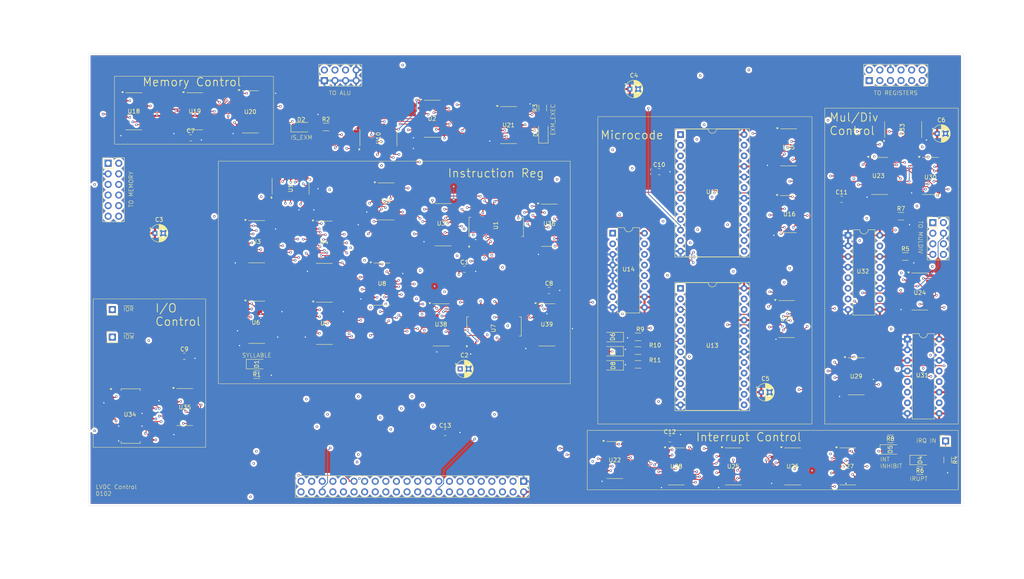
<source format=kicad_pcb>
(kicad_pcb (version 20240108) (generator "pcbnew") (generator_version "8.0")
  (layers (0 "F.Cu" signal) (1 "In1.Cu" signal) (2 "In2.Cu" signal) (31 "B.Cu" signal) (34 "B.Paste" user) (35 "F.Paste" user) (36 "B.SilkS" user "B.Silkscreen") (37 "F.SilkS" user "F.Silkscreen") (38 "B.Mask" user) (39 "F.Mask" user) (44 "Edge.Cuts" user))
  (net 0 "")
  (net 1 "Net-(D1-K)")
  (net 2 "Net-(D1-A)")
  (net 3 "Net-(D2-A)")
  (net 4 "Net-(D2-K)")
  (net 5 "EXM_EXEC_I")
  (net 6 "Net-(D3-K)")
  (net 7 "Net-(D4-A)")
  (net 8 "Net-(D4-K)")
  (net 9 "Net-(D5-A)")
  (net 10 "Net-(D5-K)")
  (net 11 "DB2")
  (net 12 "DB5")
  (net 13 "DB11")
  (net 14 "I9")
  (net 15 "I0")
  (net 16 "I6")
  (net 17 "I1")
  (net 18 "DB17")
  (net 19 "DB4")
  (net 20 "DB3")
  (net 21 "I7")
  (net 22 "I10")
  (net 23 "I12")
  (net 24 "DB13")
  (net 25 "I4")
  (net 26 "DB6")
  (net 27 "DB21")
  (net 28 "DB10")
  (net 29 "DB0")
  (net 30 "DB8")
  (net 31 "DB7")
  (net 32 "DB22")
  (net 33 "DB25")
  (net 34 "I8")
  (net 35 "DB15")
  (net 36 "DB1")
  (net 37 "+6V")
  (net 38 "DB16")
  (net 39 "I5")
  (net 40 "GND")
  (net 41 "DB24")
  (net 42 "~{RST}")
  (net 43 "DB14")
  (net 44 "DB19")
  (net 45 "DB12")
  (net 46 "DB18")
  (net 47 "DB20")
  (net 48 "I3")
  (net 49 "I2")
  (net 50 "CLK")
  (net 51 "I11")
  (net 52 "+5V")
  (net 53 "DB9")
  (net 54 "DB23")
  (net 55 "ALU_ISS")
  (net 56 "~{ALU_R}")
  (net 57 "IS_RSU")
  (net 58 "IS_EXM_I")
  (net 59 "PQ_ADDR")
  (net 60 "EXM_SECTOR1")
  (net 61 "MEM_RD")
  (net 62 "HOP_INSTEAD_OF_A")
  (net 63 "EXM_SECTOR0")
  (net 64 "MEM_WR")
  (net 65 "EXM_SECTOR2")
  (net 66 "irupt")
  (net 67 "FETCH_CYC")
  (net 68 "CSYLLABLE")
  (net 69 "ACCUM_NEGATIVE")
  (net 70 "ACCW")
  (net 71 "TRA")
  (net 72 "CDS")
  (net 73 "INCPC")
  (net 74 "H_CYC_1")
  (net 75 "HOPW")
  (net 76 "~{R_H}")
  (net 77 "ACCUM_ZERO")
  (net 78 "~{R_A}")
  (net 79 "LDX")
  (net 80 "LDY")
  (net 81 "OUTPUT_PQ")
  (net 82 "LDZ")
  (net 83 "IS_DIV")
  (net 84 "MD_RST")
  (net 85 "MD_IS_ACTIVE")
  (net 86 "MD_START")
  (net 87 "INT_IN")
  (net 88 "~{IOR}")
  (net 89 "~{IOW}")
  (net 90 "Net-(U1-D2)")
  (net 91 "Net-(U1-D1)")
  (net 92 "Net-(U1-D4)")
  (net 93 "Net-(U1-D3)")
  (net 94 "Net-(U1-D5)")
  (net 95 "Net-(U1-D7)")
  (net 96 "Net-(U1-D0)")
  (net 97 "Net-(U1-D6)")
  (net 98 "Net-(U18A-D)")
  (net 99 "Net-(U2-Pad10)")
  (net 100 "RST")
  (net 101 "Net-(U2-Pad6)")
  (net 102 "Net-(U2-Pad11)")
  (net 103 "Net-(U2-Pad2)")
  (net 104 "Net-(U12-I{slash}O1)")
  (net 105 "Net-(U11-Pad10)")
  (net 106 "I_A_CLR")
  (net 107 "HI_SYL")
  (net 108 "I_R_2")
  (net 109 "I_R_0")
  (net 110 "I_R_3")
  (net 111 "I_R_1")
  (net 112 "I_R_5")
  (net 113 "I_R_4")
  (net 114 "I_R_7")
  (net 115 "I_R_6")
  (net 116 "I_R_10")
  (net 117 "I_R_8")
  (net 118 "I_R_11")
  (net 119 "I_R_9")
  (net 121 "I_R_12")
  (net 123 "Net-(U39-Zb)")
  (net 124 "Net-(U38-Zc)")
  (net 126 "Net-(U38-Za)")
  (net 127 "Net-(U38-Zd)")
  (net 129 "Net-(U38-Zb)")
  (net 131 "Net-(U37-I1d)")
  (net 132 "Net-(U38-I1a)")
  (net 133 "Net-(U37-I1c)")
  (net 134 "Net-(U37-I1b)")
  (net 135 "Net-(U8-I1d)")
  (net 136 "Net-(U8-I1c)")
  (net 137 "Net-(U37-I1a)")
  (net 138 "Net-(U17-Pad8)")
  (net 139 "Net-(U10-Pad12)")
  (net 140 "Net-(U17-Pad10)")
  (net 141 "Net-(U10-Pad13)")
  (net 142 "Net-(U15-Pad10)")
  (net 143 "Net-(U10-Pad10)")
  (net 144 "Net-(U10-Pad9)")
  (net 145 "Net-(U36-I1b)")
  (net 146 "Net-(U36-I1d)")
  (net 147 "Net-(U36-I1c)")
  (net 148 "Net-(U36-I1a)")
  (net 149 "STEP_0")
  (net 150 "Net-(U12-I{slash}O4)")
  (net 151 "STEP_2")
  (net 152 "STEP_1")
  (net 153 "IS_IO_OP")
  (net 154 "MUL_LDY_AND_START")
  (net 155 "MUL_LDX_OR_LDZ")
  (net 156 "STEP_3")
  (net 157 "~{WAIT}")
  (net 158 "Net-(U14-~{MR})")
  (net 160 "Net-(U15-Pad2)")
  (net 161 "Net-(U15-Pad12)")
  (net 162 "Net-(U16-Pad13)")
  (net 163 "Net-(U16-Pad12)")
  (net 164 "Net-(U16-Pad10)")
  (net 165 "Net-(U16-Pad4)")
  (net 166 "Net-(U16-Pad11)")
  (net 167 "Net-(U16-Pad9)")
  (net 168 "Net-(U17-Pad12)")
  (net 169 "Net-(U27B-D)")
  (net 170 "Net-(U18B-D)")
  (net 173 "Net-(U19B-D)")
  (net 175 "Net-(U19A-D)")
  (net 177 "Net-(U21-Pad6)")
  (net 178 "SOME_INT_THING")
  (net 179 "Net-(U22-Pad10)")
  (net 180 "Net-(U26A-Q)")
  (net 181 "Net-(U22-Pad5)")
  (net 182 "Net-(U22-Pad8)")
  (net 183 "IRUPT_INHIBIT")
  (net 184 "Net-(U22-Pad11)")
  (net 185 "Net-(U23-Pad12)")
  (net 186 "Net-(U23-Pad2)")
  (net 187 "Net-(U23-Pad6)")
  (net 188 "Net-(U23-Pad8)")
  (net 189 "Net-(U23-Pad10)")
  (net 190 "Net-(U23-Pad4)")
  (net 191 "Net-(U24-Pad1)")
  (net 192 "Net-(U26A-D)")
  (net 193 "Net-(U25-Pad12)")
  (net 194 "~{IRQ_LATCH}")
  (net 195 "Net-(U27A-~{Q})")
  (net 196 "Net-(U26B-D)")
  (net 197 "Net-(U26A-~{Q})")
  (net 199 "Net-(U27A-D)")
  (net 200 "ICLR")
  (net 203 "Net-(U30-Pad3)")
  (net 204 "Net-(U33A-D)")
  (net 205 "Net-(U32-Oa=b)")
  (net 213 "Net-(U34-P=R)")
  (net 214 "Net-(U35-Pad11)")
  (net 218 "Net-(D6-K)")
  (net 219 "Net-(D7-K)")
  (net 220 "Net-(D8-K)")
  (footprint "Capacitor_SMD:C_0805_2012Metric_Pad1.18x1.45mm_HandSolder" (layer "F.Cu") (at 72.6225 59.944)
    (property "Reference" "C7")
    (property "Value" "100nF")
  )
  (footprint "Package_SO:SO-14_3.9x8.65mm_P1.27mm" (layer "F.Cu") (at 117.602 60.009 90)
    (property "Reference" "U10")
    (property "Value" "74HCT32")
  )
  (footprint "Connector_PinHeader_2.54mm:PinHeader_1x01_P2.54mm_Vertical" (layer "F.Cu") (at 53.848 101.092)
    (property "Reference" "J7" (hide yes))
    (property "Value" "Conn_01x01" (hide yes))
  )
  (footprint "LED_SMD:LED_1206_3216Metric_Pad1.42x1.75mm_HandSolder" (layer "F.Cu") (at 173.861 114.476 180)
    (property "Reference" "D8")
    (property "Value" "LED")
  )
  (footprint "Package_SO:SO-14_3.9x8.65mm_P1.27mm" (layer "F.Cu") (at 232.091 117.094)
    (property "Reference" "U29")
    (property "Value" "74HCT32")
  )
  (footprint "Resistor_SMD:R_1206_3216Metric_Pad1.30x1.75mm_HandSolder" (layer "F.Cu") (at 242.824 78.74)
    (property "Reference" "R7")
    (property "Value" "15K")
  )
  (footprint "Package_SO:SO-16_3.9x9.9mm_P1.27mm" (layer "F.Cu") (at 158.566 80.899)
    (property "Reference" "U36")
    (property "Value" "74HCT157")
  )
  (footprint "Package_SO:SO-16_3.9x9.9mm_P1.27mm" (layer "F.Cu") (at 104.613 84.963)
    (property "Reference" "U4")
    (property "Value" "74HCT157")
  )
  (footprint "Capacitor_THT:CP_Radial_D4.0mm_P2.00mm" (layer "F.Cu") (at 209.328 120.904)
    (property "Reference" "C5")
    (property "Value" "10µF")
  )
  (footprint "Resistor_SMD:R_1206_3216Metric_Pad1.30x1.75mm_HandSolder" (layer "F.Cu") (at 179.806 110.936)
    (property "Reference" "R10")
    (property "Value" "1K")
  )
  (footprint "Capacitor_THT:CP_Radial_D4.0mm_P2.00mm" (layer "F.Cu") (at 251.492 58.928)
    (property "Reference" "C6")
    (property "Value" "10µF")
  )
  (footprint "Package_SO:SO-20_12.8x7.5mm_P1.27mm" (layer "F.Cu") (at 145.831 81.28 90)
    (property "Reference" "U1")
    (property "Value" "74HC574")
  )
  (footprint "Capacitor_SMD:C_0805_2012Metric_Pad1.18x1.45mm_HandSolder" (layer "F.Cu") (at 187.4305 132.08)
    (property "Reference" "C12")
    (property "Value" "100nF")
  )
  (footprint "Package_SO:SO-14_3.9x8.65mm_P1.27mm" (layer "F.Cu") (at 215.83 78.227)
    (property "Reference" "U16")
    (property "Value" "74HCT32")
  )
  (footprint "Package_SO:SO-14_3.9x8.65mm_P1.27mm" (layer "F.Cu") (at 216.851 138.684)
    (property "Reference" "U26")
    (property "Value" "74HCT74")
  )
  (footprint "Capacitor_THT:CP_Radial_D4.0mm_P2.00mm" (layer "F.Cu") (at 137.2034 115.316)
    (property "Reference" "C2")
    (property "Value" "10µF")
  )
  (footprint "Resistor_SMD:R_1206_3216Metric_Pad1.30x1.75mm_HandSolder" (layer "F.Cu") (at 179.806 107.646)
    (property "Reference" "R9")
    (property "Value" "1K")
  )
  (footprint "Package_SO:SO-16_3.9x9.9mm_P1.27mm" (layer "F.Cu") (at 118.459 94.996)
    (property "Reference" "U8")
    (property "Value" "74HCT157")
  )
  (footprint "Capacitor_SMD:C_0805_2012Metric_Pad1.18x1.45mm_HandSolder" (layer "F.Cu") (at 71.0985 112.268)
    (property "Reference" "C9")
    (property "Value" "100nF")
  )
  (footprint "Capacitor_SMD:C_0805_2012Metric_Pad1.18x1.45mm_HandSolder" (layer "F.Cu") (at 228.5785 74.676)
    (property "Reference" "C11")
    (property "Value" "100nF")
  )
  (footprint "Package_SO:SO-14_3.9x8.65mm_P1.27mm" (layer "F.Cu") (at 202.627 138.684)
    (property "Reference" "U25")
    (property "Value" "74HCT08")
  )
  (footprint "LED_SMD:LED_1206_3216Metric_Pad1.42x1.75mm_HandSolder" (layer "F.Cu") (at 247.396 137.16)
    (property "Reference" "D4")
    (property "Value" "LED")
  )
  (footprint "LED_SMD:LED_1206_3216Metric_Pad1.42x1.75mm_HandSolder" (layer "F.Cu") (at 157.122 58.751 90)
    (property "Reference" "D3")
    (property "Value" "LED")
  )
  (footprint "Package_SO:SO-14_3.9x8.65mm_P1.27mm" (layer "F.Cu") (at 243.332 57.977 90)
    (property "Reference" "U33")
    (property "Value" "74HC74")
  )
  (footprint "Package_DIP:DIP-16_W7.62mm" (layer "F.Cu") (at 244.348 108.204)
    (property "Reference" "U31")
    (property "Value" "74HC85")
  )
  (footprint "Connector_PinHeader_2.54mm:PinHeader_1x01_P2.54mm_Vertical" (layer "F.Cu") (at 253.492 132.588)
    (property "Reference" "J6" (hide yes))
    (property "Value" "Conn_01x01" (hide yes))
  )
  (footprint "Connector_PinHeader_2.54mm:PinHeader_2x04_P2.54mm_Vertical" (layer "F.Cu") (at 250.444 80.264)
    (property "Reference" "J5" (hide yes))
    (property "Value" "TO_MULDIV" (hide yes))
  )
  (footprint "Package_SO:SO-16_3.9x9.9mm_P1.27mm" (layer "F.Cu") (at 133.096 80.772)
    (property "Reference" "U37")
    (property "Value" "74HCT157")
  )
  (footprint "Package_SO:SO-14_3.9x8.65mm_P1.27mm" (layer "F.Cu") (at 130.491 55.372)
    (property "Reference" "U2")
    (property "Value" "74HCT04")
  )
  (footprint "Package_SO:SO-14_3.9x8.65mm_P1.27mm" (layer "F.Cu") (at 215.387 103.373)
    (property "Reference" "U17")
    (property "Value" "74HCT04")
  )
  (footprint "Package_SO:SO-14_3.9x8.65mm_P1.27mm" (layer "F.Cu") (at 96.555 71.563 90)
    (property "Reference" "U11")
    (property "Value" "74HCT08")
  )
  (footprint "Package_SO:SO-14_3.9x8.65mm_P1.27mm" (layer "F.Cu") (at 230.059 138.684)
    (property "Reference" "U27")
    (property "Value" "74HCT74")
  )
  (footprint "Package_SO:SO-14_3.9x8.65mm_P1.27mm" (layer "F.Cu") (at 215.895 62.225)
    (property "Reference" "U15")
    (property "Value" "74HCT00")
  )
  (footprint "Capacitor_THT:CP_Radial_D4.0mm_P2.00mm" (layer "F.Cu") (at 64.04 82.804)
    (property "Reference" "C3")
    (property "Value" "10µF")
  )
  (footprint "Resistor_SMD:R_1206_3216Metric_Pad1.30x1.75mm_HandSolder" (layer "F.Cu") (at 247.3595 139.7)
    (property "Reference" "R6")
    (property "Value" "1K")
  )
  (footprint "Connector_PinHeader_2.54mm:PinHeader_2x06_P2.54mm_Vertical" (layer "F.Cu") (at 235.204 46.228 90)
    (property "Reference" "J4" (hide yes))
    (property "Value" "TO_REGISTERS" (hide yes))
  )
  (footprint "LED_SMD:LED_1206_3216Metric_Pad1.42x1.75mm_HandSolder" (layer "F.Cu") (at 88.3905 114.173)
    (property "Reference" "D1")
    (property "Value" "LED")
  )
  (footprint "Resistor_SMD:R_1206_3216Metric_Pad1.30x1.75mm_HandSolder" (layer "F.Cu") (at 88.453 116.713 180)
    (property "Reference" "R1")
    (property "Value" "1K")
  )
  (footprint "Package_SO:SO-14_3.9x8.65mm_P1.27mm" (layer "F.Cu") (at 58.993 53.594)
    (property "Reference" "U18")
    (property "Value" "74HCT74")
  )
  (footprint "Package_SO:SO-16_3.9x9.9mm_P1.27mm" (layer "F.Cu") (at 157.953 104.775)
    (property "Reference" "U39")
    (property "Value" "74HCT157")
  )
  (footprint "LED_SMD:LED_1206_3216Metric_Pad1.42x1.75mm_HandSolder" (layer "F.Cu") (at 99.0965 57.404)
    (property "Reference" "D2")
    (property "Value" "LED")
  )
  (footprint "Capacitor_SMD:C_0805_2012Metric_Pad1.18x1.45mm_HandSolder" (layer "F.Cu") (at 133.5825 130.556)
    (property "Reference" "C13")
    (property "Value" "100nF")
  )
  (footprint "Package_SO:SO-14_3.9x8.65mm_P1.27mm" (layer "F.Cu") (at 249.871 69.088)
    (property "Reference" "U30")
    (property "Value" "74HCT08")
  )
  (footprint "Package_SO:SO-20_12.8x7.5mm_P1.27mm" (layer "F.Cu") (at 58.242 126.619)
    (property "Reference" "U34")
    (property "Value" "74HC688")
  )
  (footprint "Resistor_SMD:R_1206_3216Metric_Pad1.30x1.75mm_HandSolder" (layer "F.Cu") (at 243.866 88.392)
    (property "Reference" "R5")
    (property "Value" "15K")
  )
  (footprint "Capacitor_THT:CP_Radial_D4.0mm_P2.00mm" (layer "F.Cu") (at 177.832 48.26)
    (property "Reference" "C4")
    (property "Value" "10µF")
  )
  (footprint "Package_SO:SO-16_3.9x9.9mm_P1.27mm" (layer "F.Cu") (at 86.903 53.721)
    (property "Reference" "U20")
    (property "Value" "74HCT157")
  )
  (footprint "Package_SO:SO-14_3.9x8.65mm_P1.27mm" (layer "F.Cu") (at 174.244 137.16)
    (property "Reference" "U22")
    (property "Value" "74HCT32")
  )
  (footprint "Connector_PinHeader_2.54mm:PinHeader_2x06_P2.54mm_Vertical" (layer "F.Cu") (at 52.832 66.04)
    (property "Reference" "J3" (hide yes))
    (property "Value" "TO_MEMORY" (hide yes))
  )
  (footprint "LED_SMD:LED_1206_3216Metric_Pad1.42x1.75mm_HandSolder" (layer "F.Cu") (at 173.861 111.086 180)
    (property "Reference" "D7")
    (property "Value" "LED")
  )
  (footprint "Connector_PinHeader_2.54mm:PinHeader_1x01_P2.54mm_Vertical" (layer "F.Cu") (at 53.848 107.696)
    (property "Reference" "J8" (hide yes))
    (property "Value" "Conn_01x01" (hide yes))
  )
  (footprint "Package_SO:SO-14_3.9x8.65mm_P1.27mm" (layer "F.Cu") (at 148.779 56.896)
    (property "Reference" "U21")
    (property "Value" "74HCT08")
  )
  (footprint "LED_SMD:LED_1206_3216Metric_Pad1.42x1.75mm_HandSolder" (layer "F.Cu") (at 173.861 107.696 180)
    (property "Reference" "D6")
    (property "Value" "LED")
  )
  (footprint "Capacitor_SMD:C_0805_2012Metric_Pad1.18x1.45mm_HandSolder" (layer "F.Cu") (at 138.1895 91.44)
    (property "Reference" "C1")
    (property "Value" "100nF")
  )
  (footprint "Capacitor_SMD:C_0805_2012Metric_Pad1.18x1.45mm_HandSolder" (layer "F.Cu") (at 158.4745 96.52)
    (property "Reference" "C8")
    (property "Value" "100nF")
  )
  (footprint "Package_SO:SO-16_3.9x9.9mm_P1.27mm" (layer "F.Cu") (at 132.623 104.775)
    (property "Reference" "U38")
    (property "Value" "74HCT157")
  )
  (footprint "Package_SO:SO-16_3.9x9.9mm_P1.27mm" (layer "F.Cu") (at 88.427 104.14)
    (property "Reference" "U6")
    (property "Value" "74HCT157")
  )
  (footprint "Package_SO:SO-14_3.9x8.65mm_P1.27mm" (layer "F.Cu") (at 71.185 124.46)
    (property "Reference" "U35")
    (property "Value" "74HC00")
  )
  (footprint "Package_SO:SO-14_3.9x8.65mm_P1.27mm" (layer "F.Cu") (at 247.331 96.774)
    (property "Reference" "U24")
    (property "Value" "74HCT08")
  )
  (footprint "Resistor_SMD:R_1206_3216Metric_Pad1.30x1.75mm_HandSolder" (layer "F.Cu") (at 105.0415 57.354)
    (property "Reference" "R2")
    (property "Value" "1K")
  )
  (footprint "Package_SO:SO-14_3.9x8.65mm_P1.27mm" (layer "F.Cu") (at 237.679 69.088)
    (property "Reference" "U23")
    (property "Value" "74HCT04")
  )
  (footprint "Package_SO:SO-16_3.9x9.9mm_P1.27mm" (layer "F.Cu") (at 104.683 104.394)
    (property "Reference" "U5")
    (property "Value" "74HCT157")
  )
  (footprint "Package_SO:SO-16_3.9x9.9mm_P1.27mm" (layer "F.Cu") (at 88.427 84.836)
    (property "Reference" "U3")
    (property "Value" "74HCT157")
  )
  (footprint "Package_SO:SO-14_3.9x8.65mm_P1.27mm" (layer "F.Cu") (at 119.445 75.184)
    (property "Reference" "U9")
    (property "Value" "74HCT08")
  )
  (footprint "Resistor_SMD:R_1206_3216Metric_Pad1.30x1.75mm_HandSolder" (layer "F.Cu") (at 179.806 114.226)
    (property "Reference" "R11")
    (property "Value" "1K")
  )
  (footprint "Package_SO:SO-14_3.9x8.65mm_P1.27mm" (layer "F.Cu") (at 188.976 138.684)
    (property "Reference" "U28")
    (property "Value" "74HCT08")
  )
  (footprint "Package_DIP:DIP-16_W7.62mm" (layer "F.Cu") (at 230.124 83.312)
    (property "Reference" "U32")
    (property "Value" "74HC85")
  )
  (footprint "Resistor_SMD:R_1206_3216Metric_Pad1.30x1.75mm_HandSolder" (layer "F.Cu") (at 156.972 52.806 90)
    (property "Reference" "R3")
    (property "Value" "4.7K")
  )
  (footprint "Package_DIP:DIP-24_W15.24mm_Socket" (layer "F.Cu") (at 189.987 59.177)
    (property "Reference" "U12")
    (property "Value" "28C16")
  )
  (footprint "Resistor_SMD:R_1206_3216Metric_Pad1.30x1.75mm_HandSolder" (layer "F.Cu") (at 240.284 132.08)
    (property "Reference" "R8")
    (property "Value" "1K")
  )
  (footprint "Package_DIP:DIP-24_W15.24mm_Socket" (layer "F.Cu") (at 189.982 96.002)
    (property "Reference" "U13")
    (property "Value" "28C16")
  )
  (footprint "Capacitor_SMD:C_0805_2012Metric_Pad1.18x1.45mm_HandSolder" (layer "F.Cu") (at 184.8905 68.072)
    (property "Reference" "C10")
    (property "Value" "100nF")
  )
  (footprint "Connector_PinHeader_2.54mm:PinHeader_2x22_P2.54mm_Vertical" (layer "F.Cu") (at 152.4 142.24 -90)
    (property "Reference" "J1" (hide yes))
    (property "Value" "TO_BACKPLANE" (hide yes))
  )
  (footprint "Package_DIP:DIP-16_W7.62mm" (layer "F.Cu") (at 173.736 82.804)
    (property "Reference" "U14")
    (property "Value" "74HCT163")
  )
  (footprint "Package_SO:SO-14_3.9x8.65mm_P1.27mm" (layer "F.Cu") (at 73.595 53.594)
    (property "Reference" "U19")
    (property "Value" "74HCT74")
  )
  (footprint "Resistor_SMD:R_1206_3216Metric_Pad1.30x1.75mm_HandSolder" (layer "F.Cu") (at 254 137.16 -90)
    (property "Reference" "R4")
    (property "Value" "15K")
  )
  (footprint "LED_SMD:LED_1206_3216Metric_Pad1.42x1.75mm_HandSolder" (layer "F.Cu") (at 240.258 134.62)
    (property "Reference" "D5")
    (property "Value" "LED")
  )
  (footprint "Package_SO:SO-20_12.8x7.5mm_P1.27mm" (layer "F.Cu") (at 145.288 105.156 90)
    (property "Reference" "U7")
    (property "Value" "74HC574")
  )
  (footprint "Connector_PinHeader_2.54mm:PinHeader_2x04_P2.54mm_Vertical" (layer "F.Cu") (at 104.648 46.228 90)
    (property "Reference" "J2" (hide yes))
    (property "Value" "TO_ALU" (hide yes))
  )
  (gr_rect (start 170.18 54.864) (end 221.488 128.524) (stroke (width 0.1)) (fill none) (layer "F.SilkS"))
  (gr_rect (start 54.356 45.212) (end 92.456 61.468) (stroke (width 0.1)) (fill none) (layer "F.SilkS"))
  (gr_rect (start 79.248 65.532) (end 163.576 118.872) (stroke (width 0.1)) (fill none) (layer "F.SilkS"))
  (gr_rect (start 224.536 52.832) (end 256.54 128.524) (stroke (width 0.1)) (fill none) (layer "F.SilkS"))
  (gr_rect (start 49.276 98.552) (end 76.2 134.112) (stroke (width 0.1)) (fill none) (layer "F.SilkS"))
  (gr_rect (start 167.64 130.048) (end 256.54 144.272) (stroke (width 0.1)) (fill none) (layer "F.SilkS"))
  (gr_rect (start 48.138 39.69) (end 257.688 148.148) (stroke (width 0.05)) (fill none) (layer "Edge.Cuts"))
  (gr_text "IS_EXM" (at 96.52 60.452 0) (layer "F.SilkS") (effects (font (size 1 1) (thickness 0.1)) (justify left bottom)))
  (gr_text "TO ALU" (at 105.664 49.784 0) (layer "F.SilkS") (effects (font (size 1 1) (thickness 0.1)) (justify left bottom)))
  (gr_text "EXM_EXEC" (at 160.02 59.436 90) (layer "F.SilkS") (effects (font (size 1 1) (thickness 0.1)) (justify left bottom)))
  (gr_text "IRUPT" (at 244.856 142.24 0) (layer "F.SilkS") (effects (font (size 1 1) (thickness 0.1)) (justify left bottom)))
  (gr_text "Mul/Div\nControl" (at 225.552 59.436 0) (layer "F.SilkS") (effects (font (size 2 2) (thickness 0.2)) (justify left bottom)))
  (gr_text "Interrupt Control" (at 193.587379 132.828214 0) (layer "F.SilkS") (effects (font (size 2 2) (thickness 0.2)) (justify left bottom)))
  (gr_text "SYLLABLE" (at 84.871 112.649 0) (layer "F.SilkS") (effects (font (size 1 1) (thickness 0.1)) (justify left bottom)))
  (gr_text "TO REGISTERS" (at 236.22 49.784 0) (layer "F.SilkS") (effects (font (size 1 1) (thickness 0.1)) (justify left bottom)))
  (gr_text "~{IOR}" (at 56.388 101.6 0) (layer "F.SilkS") (effects (font (size 1 1) (thickness 0.1)) (justify left bottom)))
  (gr_text "TO MEMORY" (at 58.928 76.708 90) (layer "F.SilkS") (effects (font (size 1 1) (thickness 0.1)) (justify left bottom)))
  (gr_text "Memory Control" (at 60.96 47.752 0) (layer "F.SilkS") (effects (font (size 2 2) (thickness 0.2)) (justify left bottom)))
  (gr_text "IRQ IN" (at 246.38 133.096 0) (layer "F.SilkS") (effects (font (size 1 1) (thickness 0.1)) (justify left bottom)))
  (gr_text "Microcode" (at 170.688 60.452 0) (layer "F.SilkS") (effects (font (size 2 2) (thickness 0.2)) (justify left bottom)))
  (gr_text "INT\nINHIBIT" (at 237.744 139.192 0) (layer "F.SilkS") (effects (font (size 1 1) (thickness 0.1)) (justify left bottom)))
  (gr_text "I/O\nControl" (at 64.008 105.156 0) (layer "F.SilkS") (effects (font (size 2 2) (thickness 0.2)) (justify left bottom)))
  (gr_text "LVDC Control\n0102" (at 49.784 145.796 0) (layer "F.SilkS") (effects (font (size 1 1) (thickness 0.1)) (justify left bottom)))
  (gr_text "Instruction Reg" (at 134.112 69.596 0) (layer "F.SilkS") (effects (font (size 2 2) (thickness 0.2)) (justify left bottom)))
  (gr_text "~{IOW}" (at 56.388 108.204 0) (layer "F.SilkS") (effects (font (size 1 1) (thickness 0.1)) (justify left bottom)))
  (gr_text "TO MULDIV" (at 246.888 79.756 -90) (layer "F.SilkS") (effects (font (size 1 1) (thickness 0.1)) (justify left bottom)))
  (segment (start 86.903 114.173) (end 86.903 116.713) (width 0.2) (layer "F.Cu") (net 1))
  (segment (start 89.7803 114.0753) (end 89.7803 105.7286) (width 0.2) (layer "F.Cu") (net 2))
  (segment (start 89.7803 105.7286) (end 90.7339 104.775) (width 0.2) (layer "F.Cu") (net 2))
  (segment (start 89.878 114.173) (end 89.7803 114.0753) (width 0.2) (layer "F.Cu") (net 2))
  (segment (start 90.7339 104.775) (end 91.002 104.775) (width 0.2) (layer "F.Cu") (net 2))
  (segment (start 100.584 57.404) (end 97.536 54.356) (width 0.2) (layer "F.Cu") (net 3))
  (segment (start 97.536 54.356) (end 89.478 54.356) (width 0.2) (layer "F.Cu") (net 3))
  (segment (start 97.609 57.404) (end 98.8478 58.6428) (width 0.2) (layer "F.Cu") (net 4))
  (segment (start 98.8478 58.6428) (end 105.3027 58.6428) (width 0.2) (layer "F.Cu") (net 4))
  (segment (start 105.3027 58.6428) (end 106.5915 57.354) (width 0.2) (layer "F.Cu") (net 4))
  (segment (start 155.2536 55.3951) (end 155.2536 54.316) (width 0.2) (layer "F.Cu") (net 5))
  (segment (start 146.6215 57.531) (end 146.304 57.2135) (width 0.2) (layer "F.Cu") (net 5))
  (segment (start 157.122 57.2635) (end 155.2536 55.3951) (width 0.2) (layer "F.Cu") (net 5))
  (segment (start 157.122 57.2635) (end 156.8545 57.531) (width 0.2) (layer "F.Cu") (net 5))
  (segment (start 138.5957 57.2135) (end 137.6384 58.1708) (width 0.2) (layer "F.Cu") (net 5))
  (segment (start 156.8545 57.531) (end 146.6215 57.531) (width 0.2) (layer "F.Cu") (net 5))
  (segment (start 56.7059 55.0519) (end 56.518 54.864) (width 0.2) (layer "F.Cu") (net 5))
  (segment (start 155.2536 54.316) (end 154.6586 53.721) (width 0.2) (layer "F.Cu") (net 5))
  (segment (start 58.0217 55.0519) (end 56.7059 55.0519) (width 0.2) (layer "F.Cu") (net 5))
  (segment (start 146.304 57.2135) (end 146.304 56.896) (width 0.2) (layer "F.Cu") (net 5))
  (segment (start 146.939 53.721) (end 146.304 53.086) (width 0.2) (layer "F.Cu") (net 5))
  (segment (start 146.304 57.2135) (end 138.5957 57.2135) (width 0.2) (layer "F.Cu") (net 5))
  (segment (start 154.6586 53.721) (end 146.939 53.721) (width 0.2) (layer "F.Cu") (net 5))
  (via (at 137.6384 58.1708) (size 0.6) (drill 0.3) (layers "F.Cu" "B.Cu") (net 5))
  (via (at 58.0217 55.0519) (size 0.6) (drill 0.3) (layers "F.Cu" "B.Cu") (net 5))
  (segment (start 158.3088 52.5928) (end 156.972 51.256) (width 0.2) (layer "F.Cu") (net 6))
  (segment (start 157.122 60.2385) (end 158.3088 59.0517) (width 0.2) (layer "F.Cu") (net 6))
  (segment (start 158.3088 59.0517) (end 158.3088 52.5928) (width 0.2) (layer "F.Cu") (net 6))
  (segment (start 248.8835 137.16) (end 248.9095 137.186) (width 0.2) (layer "F.Cu") (net 7))
  (segment (start 248.9095 137.186) (end 248.9095 139.7) (width 0.2) (layer "F.Cu") (net 7))
  (segment (start 245.9085 137.16) (end 240.5745 142.494) (width 0.2) (layer "F.Cu") (net 8))
  (segment (start 240.5745 142.494) (end 232.534 142.494) (width 0.2) (layer "F.Cu") (net 8))
  (segment (start 241.7455 132.1685) (end 241.7455 134.62) (width 0.2) (layer "F.Cu") (net 9))
  (segment (start 241.834 132.08) (end 241.7455 132.1685) (width 0.2) (layer "F.Cu") (net 9))
  (segment (start 237.4373 135.0324) (end 238.3581 135.0324) (width 0.2) (layer "F.Cu") (net 10))
  (segment (start 230.2183 119.0317) (end 237.4373 119.0317) (width 0.2) (layer "F.Cu") (net 10))
  (segment (start 229.616 119.634) (end 230.2183 119.0317) (width 0.2) (layer "F.Cu") (net 10))
  (segment (start 238.3581 135.0324) (end 238.7705 134.62) (width 0.2) (layer "F.Cu") (net 10))
  (via (at 237.4373 119.0317) (size 0.6) (drill 0.3) (layers "F.Cu" "B.Cu") (net 10))
  (via (at 237.4373 135.0324) (size 0.6) (drill 0.3) (layers "F.Cu" "B.Cu") (net 10))
  (segment (start 100.2151 86.2657) (end 102.9504 86.2657) (width 0.2) (layer "F.Cu") (net 11))
  (segment (start 91.002 86.741) (end 99.7398 86.741) (width 0.2) (layer "F.Cu") (net 11))
  (segment (start 99.7398 86.741) (end 100.2151 86.2657) (width 0.2) (layer "F.Cu") (net 11))
  (segment (start 102.9504 86.2657) (end 103.6087 86.924) (width 0.2) (layer "F.Cu") (net 11))
  (segment (start 103.6087 86.924) (end 104.6211 86.924) (width 0.2) (layer "F.Cu") (net 11))
  (via (at 144.78 88.1046) (size 0.6) (drill 0.3) (layers "F.Cu" "B.Cu") (net 11))
  (via (at 104.6211 86.924) (size 0.6) (drill 0.3) (layers "F.Cu" "B.Cu") (net 11))
  (segment (start 103.1339 85.598) (end 102.038 85.598) (width 0.2) (layer "F.Cu") (net 12))
  (segment (start 103.5936 86.0577) (end 103.1339 85.598) (width 0.2) (layer "F.Cu") (net 12))
  (via (at 136.4529 88.2292) (size 0.6) (drill 0.3) (layers "F.Cu" "B.Cu") (net 12))
  (via (at 103.5936 86.0577) (size 0.6) (drill 0.3) (layers "F.Cu" "B.Cu") (net 12))
  (segment (start 107.258 102.489) (end 107.817 103.048) (width 0.2) (layer "F.Cu") (net 13))
  (segment (start 107.817 103.048) (end 121.92 103.048) (width 0.2) (layer "F.Cu") (net 13))
  (via (at 121.92 103.048) (size 0.6) (drill 0.3) (layers "F.Cu" "B.Cu") (net 13))
  (segment (start 130.048 105.41) (end 128.2694 105.41) (width 0.2) (layer "F.Cu") (net 14))
  (segment (start 62.992 132.334) (end 64.2533 132.334) (width 0.2) (layer "F.Cu") (net 14))
  (segment (start 142.113 99.1384) (end 142.1114 99.1368) (width 0.2) (layer "F.Cu") (net 14))
  (segment (start 121.92 73.914) (end 141.9285 73.914) (width 0.2) (layer "F.Cu") (net 14))
  (segment (start 142.113 100.406) (end 142.113 99.1384) (width 0.2) (layer "F.Cu") (net 14))
  (segment (start 115.8979 107.1077) (end 115.6788 107.3268) (width 0.2) (layer "F.Cu") (net 14))
  (segment (start 141.9285 73.914) (end 141.9897 73.9752) (width 0.2) (layer "F.Cu") (net 14))
  (segment (start 128.2694 105.41) (end 126.5717 107.1077) (width 0.2) (layer "F.Cu") (net 14))
  (segment (start 126.5717 107.1077) (end 115.8979 107.1077) (width 0.2) (layer "F.Cu") (net 14))
  (via (at 142.1114 99.1368) (size 0.6) (drill 0.3) (layers "F.Cu" "B.Cu") (net 14))
  (via (at 64.2533 132.334) (size 0.6) (drill 0.3) (layers "F.Cu" "B.Cu") (net 14))
  (via (at 115.6788 107.3268) (size 0.6) (drill 0.3) (layers "F.Cu" "B.Cu") (net 14))
  (via (at 115.6788 100.575) (size 0.6) (drill 0.3) (layers "F.Cu" "B.Cu") (net 14))
  (via (at 141.9897 73.9752) (size 0.6) (drill 0.3) (layers "F.Cu" "B.Cu") (net 14))
  (segment (start 141.386 76.53) (end 141.386 77.5817) (width 0.2) (layer "F.Cu") (net 15))
  (segment (start 211.0537 100.414) (end 211.9047 99.563) (width 0.2) (layer "F.Cu") (net 15))
  (segment (start 211.9047 99.563) (end 212.912 99.563) (width 0.2) (layer "F.Cu") (net 15))
  (segment (start 152.6179 77.8276) (end 152.7215 77.724) (width 0.2) (layer "F.Cu") (net 15))
  (segment (start 138.1352 77.5817) (end 137.6058 77.0523) (width 0.2) (layer "F.Cu") (net 15))
  (segment (start 152.7215 77.724) (end 155.991 77.724) (width 0.2) (layer "F.Cu") (net 15))
  (segment (start 156.139 77.872) (end 155.991 77.724) (width 0.2) (layer "F.Cu") (net 15))
  (segment (start 157.3975 77.872) (end 156.139 77.872) (width 0.2) (layer "F.Cu") (net 15))
  (segment (start 141.386 77.5817) (end 138.1352 77.5817) (width 0.2) (layer "F.Cu") (net 15))
  (via (at 137.6058 77.0523) (size 0.6) (drill 0.3) (layers "F.Cu" "B.Cu") (net 15))
  (via (at 152.6179 77.8276) (size 0.6) (drill 0.3) (layers "F.Cu" "B.Cu") (net 15))
  (via (at 211.0537 100.414) (size 0.6) (drill 0.3) (layers "F.Cu" "B.Cu") (net 15))
  (via (at 157.3975 77.872) (size 0.6) (drill 0.3) (layers "F.Cu" "B.Cu") (net 15))
  (via (at 185.7899 79.9444) (size 0.6) (drill 0.3) (layers "F.Cu" "B.Cu") (net 15))
  (segment (start 135.742 82.606) (end 143.9817 82.606) (width 0.2) (layer "F.Cu") (net 16))
  (segment (start 135.671 82.677) (end 133.6554 82.677) (width 0.2) (layer "F.Cu") (net 16))
  (segment (start 143.9817 82.606) (end 149.006 77.5817) (width 0.2) (layer "F.Cu") (net 16))
  (segment (start 123.1016 97.5049) (end 119.3012 97.5049) (width 0.2) (layer "F.Cu") (net 16))
  (segment (start 53.492 124.714) (end 54.5437 124.714) (width 0.2) (layer "F.Cu") (net 16))
  (segment (start 135.671 82.677) (end 135.742 82.606) (width 0.2) (layer "F.Cu") (net 16))
  (segment (start 119.3012 97.5049) (end 118.6973 96.901) (width 0.2) (layer "F.Cu") (net 16))
  (segment (start 149.006 76.53) (end 149.006 77.5817) (width 0.2) (layer "F.Cu") (net 16))
  (segment (start 118.6973 96.901) (end 115.884 96.901) (width 0.2) (layer "F.Cu") (net 16))
  (segment (start 54.5437 124.714) (end 55.1454 124.1123) (width 0.2) (layer "F.Cu") (net 16))
  (segment (start 64.3877 124.1123) (end 65.0658 124.7904) (width 0.2) (layer "F.Cu") (net 16))
  (segment (start 133.6554 82.677) (end 133.574 82.5956) (width 0.2) (layer "F.Cu") (net 16))
  (segment (start 55.1454 124.1123) (end 64.3877 124.1123) (width 0.2) (layer "F.Cu") (net 16))
  (via (at 133.574 82.5956) (size 0.6) (drill 0.3) (layers "F.Cu" "B.Cu") (net 16))
  (via (at 123.1016 97.5049) (size 0.6) (drill 0.3) (layers "F.Cu" "B.Cu") (net 16))
  (via (at 123.1016 124.7888) (size 0.6) (drill 0.3) (layers "F.Cu" "B.Cu") (net 16))
  (via (at 65.0658 124.7904) (size 0.6) (drill 0.3) (layers "F.Cu" "B.Cu") (net 16))
  (via (at 133.4383 96.854) (size 0.6) (drill 0.3) (layers "F.Cu" "B.Cu") (net 16))
  (segment (start 158.3022 81.3873) (end 156.1377 81.3873) (width 0.2) (layer "F.Cu") (net 17))
  (segment (start 212.0597 81.1607) (end 212.2882 81.3892) (width 0.2) (layer "F.Cu") (net 17))
  (segment (start 212.2882 81.3892) (end 214.8816 81.3892) (width 0.2) (layer "F.Cu") (net 17))
  (segment (start 212.0597 80.3859) (end 212.0597 81.1607) (width 0.2) (layer "F.Cu") (net 17))
  (segment (start 142.5916 77.6461) (end 142.5916 77.9482) (width 0.2) (layer "F.Cu") (net 17))
  (segment (start 156.1377 81.3873) (end 155.991 81.534) (width 0.2) (layer "F.Cu") (net 17))
  (segment (start 142.656 77.5817) (end 142.5916 77.6461) (width 0.2) (layer "F.Cu") (net 17))
  (segment (start 142.656 76.53) (end 142.656 77.5817) (width 0.2) (layer "F.Cu") (net 17))
  (segment (start 213.355 79.497) (end 212.9486 79.497) (width 0.2) (layer "F.Cu") (net 17))
  (segment (start 212.9486 79.497) (end 212.0597 80.3859) (width 0.2) (layer "F.Cu") (net 17))
  (via (at 192.3031 85.1068) (size 0.6) (drill 0.3) (layers "F.Cu" "B.Cu") (net 17))
  (via (at 142.5916 77.9482) (size 0.6) (drill 0.3) (layers "F.Cu" "B.Cu") (net 17))
  (via (at 214.8816 81.3892) (size 0.6) (drill 0.3) (layers "F.Cu" "B.Cu") (net 17))
  (via (at 214.8051 94.5737) (size 0.6) (drill 0.3) (layers "F.Cu" "B.Cu") (net 17))
  (via (at 158.3022 81.3873) (size 0.6) (drill 0.3) (layers "F.Cu" "B.Cu") (net 17))
  (segment (start 102.1622 83.1822) (end 104.891 83.1822) (width 0.2) (layer "F.Cu") (net 18))
  (segment (start 102.038 83.058) (end 102.1622 83.1822) (width 0.2) (layer "F.Cu") (net 18))
  (via (at 104.891 83.1822) (size 0.6) (drill 0.3) (layers "F.Cu" "B.Cu") (net 18))
  (segment (start 103.4258 81.7736) (end 102.0524 81.7736) (width 0.2) (layer "F.Cu") (net 19))
  (segment (start 102.0524 81.7736) (end 102.038 81.788) (width 0.2) (layer "F.Cu") (net 19))
  (via (at 138.1243 81.7893) (size 0.6) (drill 0.3) (layers "F.Cu" "B.Cu") (net 19))
  (via (at 103.4258 81.7736) (size 0.6) (drill 0.3) (layers "F.Cu" "B.Cu") (net 19))
  (segment (start 91.002 82.931) (end 91.4773 82.4557) (width 0.2) (layer "F.Cu") (net 20))
  (segment (start 91.4773 82.4557) (end 103.5439 82.4557) (width 0.2) (layer "F.Cu") (net 20))
  (segment (start 103.5439 82.4557) (end 103.6674 82.5792) (width 0.2) (layer "F.Cu") (net 20))
  (via (at 140.3056 83.2077) (size 0.6) (drill 0.3) (layers "F.Cu" "B.Cu") (net 20))
  (via (at 103.6674 82.5792) (size 0.6) (drill 0.3) (layers "F.Cu" "B.Cu") (net 20))
  (segment (start 145.7251 78.9518) (end 147.107 77.5699) (width 0.2) (layer "F.Cu") (net 21))
  (segment (start 53.492 127.254) (end 54.5437 127.254) (width 0.2) (layer "F.Cu") (net 21))
  (segment (start 135.7558 78.9518) (end 145.7251 78.9518) (width 0.2) (layer "F.Cu") (net 21))
  (segment (start 147.2321 75.4783) (end 150.276 75.4783) (width 0.2) (layer "F.Cu") (net 21))
  (segment (start 54.5437 127.254) (end 54.5437 127.6011) (width 0.2) (layer "F.Cu") (net 21))
  (segment (start 147.107 75.6034) (end 147.2321 75.4783) (width 0.2) (layer "F.Cu") (net 21))
  (segment (start 54.5437 127.6011) (end 54.7359 127.7933) (width 0.2) (layer "F.Cu") (net 21))
  (segment (start 115.062 62.8351) (end 117.9746 65.7477) (width 0.2) (layer "F.Cu") (net 21))
  (segment (start 134.0377 78.867) (end 133.6502 79.2545) (width 0.2) (layer "F.Cu") (net 21))
  (segment (start 150.276 76.53) (end 150.276 75.4783) (width 0.2) (layer "F.Cu") (net 21))
  (segment (start 135.671 78.867) (end 134.0377 78.867) (width 0.2) (layer "F.Cu") (net 21))
  (segment (start 135.671 78.867) (end 135.7558 78.9518) (width 0.2) (layer "F.Cu") (net 21))
  (segment (start 147.107 77.5699) (end 147.107 75.6034) (width 0.2) (layer "F.Cu") (net 21))
  (segment (start 115.062 62.484) (end 115.062 62.8351) (width 0.2) (layer "F.Cu") (net 21))
  (segment (start 117.9746 65.7477) (end 127.4453 65.7477) (width 0.2) (layer "F.Cu") (net 21))
  (via (at 54.7359 127.7933) (size 0.6) (drill 0.3) (layers "F.Cu" "B.Cu") (net 21))
  (via (at 133.6502 79.2545) (size 0.6) (drill 0.3) (layers "F.Cu" "B.Cu") (net 21))
  (via (at 120.5704 129.8028) (size 0.6) (drill 0.3) (layers "F.Cu" "B.Cu") (net 21))
  (via (at 127.4453 65.7477) (size 0.6) (drill 0.3) (layers "F.Cu" "B.Cu") (net 21))
  (segment (start 138.4715 100.9977) (end 133.7871 100.9977) (width 0.2) (layer "F.Cu") (net 22))
  (segment (start 61.9403 130.5832) (end 61.7385 130.785) (width 0.2) (layer "F.Cu") (net 22))
  (segment (start 134.9397 106.4217) (end 133.7871 106.4217) (width 0.2) (layer "F.Cu") (net 22))
  (segment (start 62.992 129.794) (end 61.9403 129.794) (width 0.2) (layer "F.Cu") (net 22))
  (segment (start 135.198 106.68) (end 134.9397 106.4217) (width 0.2) (layer "F.Cu") (net 22))
  (segment (start 138.9315 101.4577) (end 138.4715 100.9977) (width 0.2) (layer "F.Cu") (net 22))
  (segment (start 61.9403 129.794) (end 61.9403 130.5832) (width 0.2) (layer "F.Cu") (net 22))
  (segment (start 143.383 100.406) (end 143.383 101.4577) (width 0.2) (layer "F.Cu") (net 22))
  (segment (start 143.383 101.4577) (end 138.9315 101.4577) (width 0.2) (layer "F.Cu") (net 22))
  (via (at 133.7871 100.9977) (size 0.6) (drill 0.3) (layers "F.Cu" "B.Cu") (net 22))
  (via (at 61.7385 130.785) (size 0.6) (drill 0.3) (layers "F.Cu" "B.Cu") (net 22))
  (via (at 110.5643 106.909) (size 0.6) (drill 0.3) (layers "F.Cu" "B.Cu") (net 22))
  (via (at 133.7871 106.4217) (size 0.6) (drill 0.3) (layers "F.Cu" "B.Cu") (net 22))
  (segment (start 153.3858 102.948) (end 153.3858 103.7279) (width 0.2) (layer "F.Cu") (net 23))
  (segment (start 145.923 99.3543) (end 145.6169 99.3543) (width 0.2) (layer "F.Cu") (net 23))
  (segment (start 145.6169 99.3543) (end 145.415 99.1524) (width 0.2) (layer "F.Cu") (net 23))
  (segment (start 154.5872 101.6) (end 153.3858 102.8014) (width 0.2) (layer "F.Cu") (net 23))
  (segment (start 153.3858 102.8014) (end 153.3858 102.948) (width 0.2) (layer "F.Cu") (net 23))
  (segment (start 153.3858 102.948) (end 145.415 102.948) (width 0.2) (layer "F.Cu") (net 23))
  (segment (start 62.992 124.714) (end 64.0437 124.714) (width 0.2) (layer "F.Cu") (net 23))
  (segment (start 153.3858 103.7279) (end 155.0679 105.41) (width 0.2) (layer "F.Cu") (net 23))
  (segment (start 155.0679 105.41) (end 155.378 105.41) (width 0.2) (layer "F.Cu") (net 23))
  (segment (start 64.2119 124.8822) (end 64.2551 124.8822) (width 0.2) (layer "F.Cu") (net 23))
  (segment (start 64.0437 124.714) (end 64.2119 124.8822) (width 0.2) (layer "F.Cu") (net 23))
  (segment (start 155.378 101.6) (end 154.5872 101.6) (width 0.2) (layer "F.Cu") (net 23))
  (segment (start 145.923 100.406) (end 145.923 99.3543) (width 0.2) (layer "F.Cu") (net 23))
  (via (at 202.6119 91.9397) (size 0.6) (drill 0.3) (layers "F.Cu" "B.Cu") (net 23))
  (via (at 64.2551 124.8822) (size 0.6) (drill 0.3) (layers "F.Cu" "B.Cu") (net 23))
  (via (at 145.415 99.1524) (size 0.6) (drill 0.3) (layers "F.Cu" "B.Cu") (net 23))
  (via (at 105.41 126.222) (size 0.6) (drill 0.3) (layers "F.Cu" "B.Cu") (net 23))
  (via (at 145.415 102.948) (size 0.6) (drill 0.3) (layers "F.Cu" "B.Cu") (net 23))
  (via (at 145.415 126.222) (size 0.6) (drill 0.3) (layers "F.Cu" "B.Cu") (net 23))
  (segment (start 85.9093 82.9883) (end 85.852 82.931) (width 0.2) (layer "F.Cu") (net 24))
  (segment (start 87.5861 82.9883) (end 85.9093 82.9883) (width 0.2) (layer "F.Cu") (net 24))
  (via (at 87.5861 82.9883) (size 0.6) (drill 0.3) (layers "F.Cu" "B.Cu") (net 24))
  (via (at 87.7223 137.9692) (size 0.6) (drill 0.3) (layers "F.Cu" "B.Cu") (net 24))
  (segment (start 74.0544 127) (end 74.976 126.0784) (width 0.2) (layer "F.Cu") (net 25))
  (segment (start 74.0659 123.19) (end 73.66 123.19) (width 0.2) (layer "F.Cu") (net 25))
  (segment (start 75.1116 123.9645) (end 74.976 124.1001) (width 0.2) (layer "F.Cu") (net 25))
  (segment (start 74.976 124.1001) (end 74.0659 123.19) (width 0.2) (layer "F.Cu") (net 25))
  (segment (start 142.0242 78.232) (end 142.3423 78.5501) (width 0.2) (layer "F.Cu") (net 25))
  (segment (start 129.9763 77.0523) (end 128.6326 77.0523) (width 0.2) (layer "F.Cu") (net 25))
  (segment (start 131.156 78.232) (end 142.0242 78.232) (width 0.2) (layer "F.Cu") (net 25))
  (segment (start 130.521 77.597) (end 129.9763 77.0523) (width 0.2) (layer "F.Cu") (net 25))
  (segment (start 74.976 126.0784) (end 74.976 124.1001) (width 0.2) (layer "F.Cu") (net 25))
  (segment (start 145.4976 78.5501) (end 146.466 77.5817) (width 0.2) (layer "F.Cu") (net 25))
  (segment (start 130.521 77.597) (end 131.156 78.232) (width 0.2) (layer "F.Cu") (net 25))
  (segment (start 142.3423 78.5501) (end 145.4976 78.5501) (width 0.2) (layer "F.Cu") (net 25))
  (segment (start 146.466 76.53) (end 146.466 77.5817) (width 0.2) (layer "F.Cu") (net 25))
  (segment (start 73.66 121.92) (end 73.66 123.19) (width 0.2) (layer "F.Cu") (net 25))
  (segment (start 73.66 127) (end 74.0544 127) (width 0.2) (layer "F.Cu") (net 25))
  (via (at 128.6326 77.0523) (size 0.6) (drill 0.3) (layers "F.Cu" "B.Cu") (net 25))
  (via (at 75.1116 123.9645) (size 0.6) (drill 0.3) (layers "F.Cu" "B.Cu") (net 25))
  (via (at 128.171 123.9961) (size 0.6) (drill 0.3) (layers "F.Cu" "B.Cu") (net 25))
  (via (at 126.7175 98.5317) (size 0.6) (drill 0.3) (layers "F.Cu" "B.Cu") (net 25))
  (segment (start 109.3538 86.868) (end 107.188 86.868) (width 0.2) (layer "F.Cu") (net 26))
  (segment (start 110.0306 87.5448) (end 109.3538 86.868) (width 0.2) (layer "F.Cu") (net 26))
  (via (at 110.0306 87.5448) (size 0.6) (drill 0.3) (layers "F.Cu" "B.Cu") (net 26))
  (via (at 112.7872 135.8311) (size 0.6) (drill 0.3) (layers "F.Cu" "B.Cu") (net 26))
  (segment (start 102.4334 102.8144) (end 102.108 102.489) (width 0.2) (layer "F.Cu") (net 27))
  (segment (start 103.4979 102.8144) (end 102.4334 102.8144) (width 0.2) (layer "F.Cu") (net 27))
  (via (at 148.5856 105.0003) (size 0.6) (drill 0.3) (layers "F.Cu" "B.Cu") (net 27))
  (via (at 103.4979 102.8144) (size 0.6) (drill 0.3) (layers "F.Cu" "B.Cu") (net 27))
  (segment (start 107.258 106.299) (end 124.46 106.299) (width 0.2) (layer "F.Cu") (net 28))
  (via (at 124.46 106.299) (size 0.6) (drill 0.3) (layers "F.Cu" "B.Cu") (net 28))
  (segment (start 85.852 81.661) (end 86.361 82.17) (width 0.2) (layer "F.Cu") (net 29))
  (segment (start 86.361 82.17) (end 88.3479 82.17) (width 0.2) (layer "F.Cu") (net 29))
  (via (at 88.3479 82.17) (size 0.6) (drill 0.3) (layers "F.Cu" "B.Cu") (net 29))
  (via (at 88.3479 135.0615) (size 0.6) (drill 0.3) (layers "F.Cu" "B.Cu") (net 29))
  (segment (start 103.5118 101.1329) (end 102.1941 101.1329) (width 0.2) (layer "F.Cu") (net 30))
  (segment (start 102.1941 101.1329) (end 102.108 101.219) (width 0.2) (layer "F.Cu") (net 30))
  (via (at 128.0394 102.2134) (size 0.6) (drill 0.3) (layers "F.Cu" "B.Cu") (net 30))
  (via (at 103.5118 101.1329) (size 0.6) (drill 0.3) (layers "F.Cu" "B.Cu") (net 30))
  (segment (start 109.4086 83.0573) (end 107.1887 83.0573) (width 0.2) (layer "F.Cu") (net 31))
  (segment (start 107.1887 83.0573) (end 107.188 83.058) (width 0.2) (layer "F.Cu") (net 31))
  (via (at 109.4086 83.0573) (size 0.6) (drill 0.3) (layers "F.Cu" "B.Cu") (net 31))
  (via (at 112.4863 137.6287) (size 0.6) (drill 0.3) (layers "F.Cu" "B.Cu") (net 31))
  (segment (start 103.4557 106.7843) (end 102.5933 106.7843) (width 0.2) (layer "F.Cu") (net 32))
  (segment (start 102.5933 106.7843) (end 102.108 106.299) (width 0.2) (layer "F.Cu") (net 32))
  (via (at 146.023 107.898) (size 0.6) (drill 0.3) (layers "F.Cu" "B.Cu") (net 32))
  (via (at 103.4557 106.7843) (size 0.6) (drill 0.3) (layers "F.Cu" "B.Cu") (net 32))
  (segment (start 86.4775 102.8605) (end 87.0461 102.8605) (width 0.2) (layer "F.Cu") (net 33))
  (segment (start 85.852 102.235) (end 86.4775 102.8605) (width 0.2) (layer "F.Cu") (net 33))
  (via (at 87.0461 102.8605) (size 0.6) (drill 0.3) (layers "F.Cu" "B.Cu") (net 33))
  (via (at 86.9527 145.9781) (size 0.6) (drill 0.3) (layers "F.Cu" "B.Cu") (net 33))
  (segment (start 131.655 101.6) (end 134.5349 98.7201) (width 0.2) (layer "F.Cu") (net 34))
  (segment (start 57.7268 127.9223) (end 55.8551 129.794) (width 0.2) (layer "F.Cu") (net 34))
  (segment (start 117.602 62.484) (end 117.602 63.6962) (width 0.2) (layer "F.Cu") (net 34))
  (segment (start 140.843 100.406) (end 140.843 99.3543) (width 0.2) (layer "F.Cu") (net 34))
  (segment (start 117.602 63.6962) (end 117.3254 63.9728) (width 0.2) (layer "F.Cu") (net 34))
  (segment (start 130.048 101.6) (end 131.655 101.6) (width 0.2) (layer "F.Cu") (net 34))
  (segment (start 65.5275 127.9223) (end 57.7268 127.9223) (width 0.2) (layer "F.Cu") (net 34))
  (segment (start 130.048 101.6) (end 118.0188 101.6) (width 0.2) (layer "F.Cu") (net 34))
  (segment (start 134.5349 98.7201) (end 140.2088 98.7201) (width 0.2) (layer "F.Cu") (net 34))
  (segment (start 55.8551 129.794) (end 53.492 129.794) (width 0.2) (layer "F.Cu") (net 34))
  (segment (start 140.2088 98.7201) (end 140.843 99.3543) (width 0.2) (layer "F.Cu") (net 34))
  (via (at 118.0188 101.6) (size 0.6) (drill 0.3) (layers "F.Cu" "B.Cu") (net 34))
  (via (at 118.0188 127.0062) (size 0.6) (drill 0.3) (layers "F.Cu" "B.Cu") (net 34))
  (via (at 117.3254 63.9728) (size 0.6) (drill 0.3) (layers "F.Cu" "B.Cu") (net 34))
  (via (at 65.5275 127.9223) (size 0.6) (drill 0.3) (layers "F.Cu" "B.Cu") (net 34))
  (segment (start 110.6083 142.24) (end 110.6083 141.9521) (width 0.2) (layer "F.Cu") (net 35))
  (segment (start 110.6083 141.9521) (end 109.5075 140.8513) (width 0.2) (layer "F.Cu") (net 35))
  (segment (start 98.4767 88.623) (end 91.614 88.623) (width 0.2) (layer "F.Cu") (net 35))
  (segment (start 111.76 142.24) (end 110.6083 142.24) (width 0.2) (layer "F.Cu") (net 35))
  (segment (start 91.614 88.623) (end 91.002 88.011) (width 0.2) (layer "F.Cu") (net 35))
  (segment (start 109.5075 140.8513) (end 98.4767 140.8513) (width 0.2) (layer "F.Cu") (net 35))
  (via (at 98.4767 88.623) (size 0.6) (drill 0.3) (layers "F.Cu" "B.Cu") (net 35))
  (via (at 98.4767 140.8513) (size 0.6) (drill 0.3) (layers "F.Cu" "B.Cu") (net 35))
  (segment (start 86.2162 85.1068) (end 85.852 85.471) (width 0.2) (layer "F.Cu") (net 36))
  (segment (start 87.2453 85.1068) (end 86.2162 85.1068) (width 0.2) (layer "F.Cu") (net 36))
  (via (at 147.32 90.9804) (size 0.6) (drill 0.3) (layers "F.Cu" "B.Cu") (net 36))
  (via (at 87.2453 85.1068) (size 0.6) (drill 0.3) (layers "F.Cu" "B.Cu") (net 36))
  (segment (start 138.8745 76.6506) (end 139.9954 76.6506) (width 0.2) (layer "F.Cu") (net 37))
  (segment (start 136.9028 91.6892) (end 136.9028 92.6988) (width 0.2) (layer "F.Cu") (net 37))
  (segment (start 139.9954 76.6506) (end 140.116 76.53) (width 0.2) (layer "F.Cu") (net 37))
  (segment (start 137.152 91.44) (end 136.9028 91.6892) (width 0.2) (layer "F.Cu") (net 37))
  (segment (start 139.573 99.3543) (end 137.2034 99.3543) (width 0.2) (layer "F.Cu") (net 37))
  (segment (start 139.573 100.406) (end 139.573 99.3543) (width 0.2) (layer "F.Cu") (net 37))
  (via (at 138.8745 76.6506) (size 0.6) (drill 0.3) (layers "F.Cu" "B.Cu") (net 37))
  (via (at 136.9028 92.6988) (size 0.6) (drill 0.3) (layers "F.Cu" "B.Cu") (net 37))
  (via (at 100.33 122.5369) (size 0.6) (drill 0.3) (layers "F.Cu" "B.Cu") (net 37))
  (via (at 137.2034 99.3543) (size 0.6) (drill 0.3) (layers "F.Cu" "B.Cu") (net 37))
  (segment (start 91.002 84.201) (end 98.2756 84.201) (width 0.2) (layer "F.Cu") (net 38))
  (via (at 98.2756 84.201) (size 0.6) (drill 0.3) (layers "F.Cu" "B.Cu") (net 38))
  (segment (start 53.492 122.174) (end 54.5437 122.174) (width 0.2) (layer "F.Cu") (net 39))
  (segment (start 128.2011 79.9775) (end 129.3147 79.9775) (width 0.2) (layer "F.Cu") (net 39))
  (segment (start 115.6608 93.3142) (end 115.884 93.091) (width 0.2) (layer "F.Cu") (net 39))
  (segment (start 147.736 76.53) (end 147.736 77.5817) (width 0.2) (layer "F.Cu") (net 39))
  (segment (start 129.3147 79.9775) (end 129.3147 79.785) (width 0.2) (layer "F.Cu") (net 39))
  (segment (start 130.1985 81.407) (end 130.521 81.407) (width 0.2) (layer "F.Cu") (net 39))
  (segment (start 133.0795 79.5346) (end 133.4011 79.8562) (width 0.2) (layer "F.Cu") (net 39))
  (segment (start 129.3147 80.5232) (end 130.1985 81.407) (width 0.2) (layer "F.Cu") (net 39))
  (segment (start 113.2068 93.3142) (end 115.6608 93.3142) (width 0.2) (layer "F.Cu") (net 39))
  (segment (start 145.7831 79.5346) (end 147.736 77.5817) (width 0.2) (layer "F.Cu") (net 39))
  (segment (start 129.5651 79.5346) (end 133.0795 79.5346) (width 0.2) (layer "F.Cu") (net 39))
  (segment (start 133.8994 79.8562) (end 134.221 79.5346) (width 0.2) (layer "F.Cu") (net 39))
  (segment (start 129.3147 79.9775) (end 129.3147 80.5232) (width 0.2) (layer "F.Cu") (net 39))
  (segment (start 134.221 79.5346) (end 145.7831 79.5346) (width 0.2) (layer "F.Cu") (net 39))
  (segment (start 133.4011 79.8562) (end 133.8994 79.8562) (width 0.2) (layer "F.Cu") (net 39))
  (segment (start 54.5437 122.174) (end 54.7693 121.9484) (width 0.2) (layer "F.Cu") (net 39))
  (segment (start 129.3147 79.785) (end 129.5651 79.5346) (width 0.2) (layer "F.Cu") (net 39))
  (via (at 128.2011 79.9775) (size 0.6) (drill 0.3) (layers "F.Cu" "B.Cu") (net 39))
  (via (at 54.7693 121.9484) (size 0.6) (drill 0.3) (layers "F.Cu" "B.Cu") (net 39))
  (via (at 127.6028 91.7646) (size 0.6) (drill 0.3) (layers "F.Cu" "B.Cu") (net 39))
  (via (at 112.7872 121.911) (size 0.6) (drill 0.3) (layers "F.Cu" "B.Cu") (net 39))
  (via (at 125.6502 121.911) (size 0.6) (drill 0.3) (layers "F.Cu" "B.Cu") (net 39))
  (via (at 113.2068 93.3142) (size 0.6) (drill 0.3) (layers "F.Cu" "B.Cu") (net 39))
  (segment (start 245.416 89.46) (end 245.872 89.916) (width 0.2) (layer "F.Cu") (net 40))
  (segment (start 163.068 106.68) (end 164.084 105.664) (width 0.2) (layer "F.Cu") (net 40))
  (segment (start 126.746 59.182) (end 125.984 59.944) (width 0.2) (layer "F.Cu") (net 40))
  (segment (start 247.396 72.898) (end 245.618 72.898) (width 0.2) (layer "F.Cu") (net 40))
  (segment (start 102.038 89.408) (end 100.584 90.862) (width 0.2) (layer "F.Cu") (net 40))
  (segment (start 62.992 123.444) (end 64.516 123.444) (width 0.2) (layer "F.Cu") (net 40))
  (segment (start 211.333 66.035) (end 210.82 66.548) (width 0.2) (layer "F.Cu") (net 40))
  (segment (start 140.116 85.1176) (end 140.9056 84.328) (width 0.2) (layer "F.Cu") (net 40))
  (segment (start 186.501 142.683) (end 185.42 143.764) (width 0.2) (layer "F.Cu") (net 40))
  (segment (start 176.858 114.226) (end 176.784 114.3) (width 0.2) (layer "F.Cu") (net 40))
  (segment (start 114.2762 99.441) (end 113.3872 98.552) (width 0.2) (layer "F.Cu") (net 40))
  (segment (start 56.518 57.404) (end 55.88 58.042) (width 0.2) (layer "F.Cu") (net 40))
  (segment (start 91.002 103.505) (end 89.789 103.505) (width 0.2) (layer "F.Cu") (net 40))
  (segment (start 100.584 90.862) (end 100.584 91.948) (width 0.2) (layer "F.Cu") (net 40))
  (segment (start 52.442 122.844) (end 53.042 123.444) (width 0.2) (layer "F.Cu") (net 40))
  (segment (start 200.152 142.494) (end 200.152 142.748) (width 0.2) (layer "F.Cu") (net 40))
  (segment (start 213.42 66.035) (end 211.333 66.035) (width 0.2) (layer "F.Cu") (net 40))
  (segment (start 85.471 108.585) (end 84.328 109.728) (width 0.2) (layer "F.Cu") (net 40))
  (segment (start 235.712 118.364) (end 236.22 117.856) (width 0.2) (layer "F.Cu") (net 40))
  (segment (start 91.821 116.713) (end 91.948 116.84) (width 0.2) (layer "F.Cu") (net 40))
  (segment (start 229.108 120.904) (end 228.092 121.92) (width 0.2) (layer "F.Cu") (net 40))
  (segment (start 107.258 101.219) (end 108.839 101.219) (width 0.2) (layer "F.Cu") (net 40))
  (segment (start 160.528 102.87) (end 158.75 102.87) (width 0.2) (layer "F.Cu") (net 40))
  (segment (start 235.204 72.898) (end 235.204 73.66) (width 0.2) (layer "F.Cu") (net 40))
  (segment (start 155.991 85.344) (end 155.991 87.849) (width 0.2) (layer "F.Cu") (net 40))
  (segment (start 55.118 132.334) (end 55.372 132.588) (width 0.2) (layer "F.Cu") (net 40))
  (segment (start 149.733 109.906) (end 151.003 109.906) (width 0.2) (layer "F.Cu") (net 40))
  (segment (start 53.492 120.904) (end 53.112 120.904) (width 0.2) (layer "F.Cu") (net 40))
  (segment (start 160.528 106.68) (end 163.068 106.68) (width 0.2) (layer "F.Cu") (net 40))
  (segment (start 212.09 142.494) (end 211.836 142.748) (width 0.2) (layer "F.Cu") (net 40))
  (segment (start 245.618 72.898) (end 245.364 73.152) (width 0.2) (layer "F.Cu") (net 40))
  (segment (start 53.112 120.904) (end 52.442 121.574) (width 0.2) (layer "F.Cu") (net 40))
  (segment (start 121.034 91.821) (end 122.809 91.821) (width 0.2) (layer "F.Cu") (net 40))
  (segment (start 147.193 109.906) (end 148.463 109.906) (width 0.2) (layer "F.Cu") (net 40))
  (segment (start 178.256 107.646) (end 177.5163 107.646) (width 0.2) (layer "F.Cu") (net 40))
  (segment (start 85.852 89.281) (end 83.947 89.281) (width 0.2) (layer "F.Cu") (net 40))
  (segment (start 53.492 123.444) (end 51.816 123.444) (width 0.2) (layer "F.Cu") (net 40))
  (segment (start 130.048 109.22) (end 131.572 110.744) (width 0.2) (layer "F.Cu") (net 40))
  (segment (start 85.852 106.045) (end 83.947 106.045) (width 0.2) (layer "F.Cu") (net 40))
  (segment (start 92.837 81.661) (end 92.964 81.788) (width 0.2) (layer "F.Cu") (net 40))
  (segment (start 177.078 110.936) (end 176.784 110.642) (width 0.2) (layer "F.Cu") (net 40))
  (segment (start 100.365 75.473) (end 102.108 77.216) (width 0.2) (layer "F.Cu") (net 40))
  (segment (start 102.267 72.136) (end 103.124 72.136) (width 0.2) (layer "F.Cu") (net 40))
  (segment (start 93.853 100.965) (end 94.488 101.6) (width 0.2) (layer "F.Cu") (net 40))
  (segment (start 140.116 86.03) (end 140.116 85.1176) (width 0.2) (layer "F.Cu") (net 40))
  (segment (start 103.4915 57.354) (end 103.4915 54.7235) (width 0.2) (layer "F.Cu") (net 40))
  (segment (start 103.4915 54.7235) (end 103.124 54.356) (width 0.2) (layer "F.Cu") (net 40))
  (segment (start 156.972 54.356) (end 156.464 54.356) (width 0.2) (layer "F.Cu") (net 40))
  (segment (start 68.71 130.934) (end 68.58 131.064) (width 0.2) (layer "F.Cu") (net 40))
  (segment (start 111.76 81.788) (end 112.776 80.772) (width 0.2) (layer "F.Cu") (net 40))
  (segment (start 101.219 108.839) (end 100.076 107.696) (width 0.2) (layer "F.Cu") (net 40))
  (segment (start 64.516 123.444) (end 65.024 122.936) (width 0.2) (layer "F.Cu") (net 40))
  (segment (start 158.75 102.87) (end 157.988 102.108) (width 0.2) (layer "F.Cu") (net 40))
  (segment (start 89.478 50.546) (end 91.694 50.546) (width 0.2) (layer "F.Cu") (net 40))
  (segment (start 155.991 87.849) (end 155.956 87.884) (width 0.2) (layer "F.Cu") (net 40))
  (segment (start 152.908 110.4232) (end 154.1112 109.22) (width 0.2) (layer "F.Cu") (net 40))
  (segment (start 53.492 128.524) (end 54.864 128.524) (width 0.2) (layer "F.Cu") (net 40))
  (segment (start 134.62 130.556) (end 137.16 130.556) (width 0.2) (layer "F.Cu") (net 40))
  (segment (start 200.152 142.748) (end 199.136 143.764) (width 0.2) (layer "F.Cu") (net 40))
  (segment (start 212.912 107.183) (end 212.912 108.144) (width 0.2) (layer "F.Cu") (net 40))
  (segment (start 139.573 109.906) (end 139.573 111.633) (width 0.2) (layer "F.Cu") (net 40))
  (segment (start 91.002 107.315) (end 93.091 107.315) (width 0.2) (layer "F.Cu") (net 40))
  (segment (start 139.573 111.633) (end 139.7 111.76) (width 0.2) (layer "F.Cu") (net 40))
  (segment (start 62.992 125.984) (end 60.96 125.984) (width 0.2) (layer "F.Cu") (net 40))
  (segment (start 100.365 75.403) (end 98.552 77.216) (width 0.2) (layer "F.Cu") (net 40))
  (segment (start 152.232 85.344) (end 151.546 86.03) (width 0.2) (layer "F.Cu") (net 40))
  (segment (start 72.136 112.268) (end 73.152 112.268) (width 0.2) (layer "F.Cu") (net 40))
  (segment (start 188.976 132.08) (end 189.992 131.064) (width 0.2) (layer "F.Cu") (net 40))
  (segment (start 52.442 121.574) (end 52.442 122.844) (width 0.2) (layer "F.Cu") (net 40))
  (segment (start 212.912 108.144) (end 212.852 108.204) (width 0.2) (layer "F.Cu") (net 40))
  (segment (start 100.365 74.038) (end 102.267 72.136) (width 0.2) (layer "F.Cu") (net 40))
  (segment (start 159.512 96.52) (end 161.036 96.52) (width 0.2) (layer "F.Cu") (net 40))
  (segment (start 73.66 59.944) (end 74.676 59.944) (width 0.2) (layer "F.Cu") (net 40))
  (segment (start 53.042 123.444) (end 53.492 123.444) (width 0.2) (layer "F.Cu") (net 40))
  (segment (start 140.3976 91.44) (end 140.9056 91.948) (width 0.2) (layer "F.Cu") (net 40))
  (segment (start 186.501 142.494) (end 186.501 142.683) (width 0.2) (layer "F.Cu") (net 40))
  (segment (start 91.002 81.661) (end 92.837 81.661) (width 0.2) (layer "F.Cu") (net 40))
  (segment (start 107.188 81.788) (end 111.76 81.788) (width 0.2) (layer "F.Cu") (net 40))
  (segment (start 171.769 141.667) (end 171.196 142.24) (width 0.2) (layer "F.Cu") (net 40))
  (segment (start 61.468 128.524) (end 60.96 129.032) (width 0.2) (layer "F.Cu") (net 40))
  (segment (start 91.002 100.965) (end 93.853 100.965) (width 0.2) (layer "F.Cu") (net 40))
  (segment (start 131.572 110.744) (end 131.572 111.252) (width 0.2) (layer "F.Cu") (net 40))
  (segment (start 100.365 74.038) (end 100.365 75.403) (width 0.2) (layer "F.Cu") (net 40))
  (segment (start 54.864 128.524) (end 55.372 129.032) (width 0.2) (layer "F.Cu") (net 40))
  (segment (start 85.852 108.585) (end 85.471 108.585) (width 0.2) (layer "F.Cu") (net 40))
  (segment (start 234.696 74.168) (end 234.188 74.676) (width 0.2) (layer "F.Cu") (net 40))
  (segment (start 128.905 85.217) (end 128.524 84.836) (width 0.2) (layer "F.Cu") (net 40))
  (segment (start 84.328 58.166) (end 83.566 58.166) (width 0.2) (layer "F.Cu") (net 40))
  (segment (start 244.374 78.74) (end 244.374 80.29) (width 0.2) (layer "F.Cu") (net 40))
  (segment (start 83.566 58.166) (end 82.804 58.928) (width 0.2) (layer "F.Cu") (net 40))
  (segment (start 116.078 78.994) (end 114.808 77.724) (width 0.2) (layer "F.Cu") (net 40))
  (segment (start 244.856 100.584) (end 243.332 100.584) (width 0.2) (layer "F.Cu") (net 40))
  (segment (start 83.947 89.281) (end 83.312 89.916) (width 0.2) (layer "F.Cu") (net 40))
  (segment (start 116.97 78.994) (end 116.078 78.994) (width 0.2) (layer "F.Cu") (net 40))
  (segment (start 247.142 60.452) (end 248.92 60.452) (width 0.2) (layer "F.Cu") (net 40))
  (segment (start 102.108 108.839) (end 101.219 108.839) (width 0.2) (layer "F.Cu") (net 40))
  (segment (start 115.884 99.441) (end 114.2762 99.441) (width 0.2) (layer "F.Cu") (net 40))
  (segment (start 73.152 112.268) (end 73.66 112.776) (width 0.2) (layer "F.Cu") (net 40))
  (segment (start 214.376 142.494) (end 212.09 142.494) (width 0.2) (layer "F.Cu") (net 40))
  (segment (start 155.991 85.344) (end 152.232 85.344) (width 0.2) (layer "F.Cu") (net 40))
  (segment (start 83.947 106.045) (end 83.82 106.172) (width 0.2) (layer "F.Cu") (net 40))
  (segment (start 148.463 109.906) (end 149.733 109.906) (width 0.2) (layer "F.Cu") (net 40))
  (segment (start 244.374 80.29) (end 244.856 80.772) (width 0.2) (layer "F.Cu") (net 40))
  (segment (start 178.256 110.936) (end 177.078 110.936) (width 0.2) (layer "F.Cu") (net 40))
  (segment (start 93.091 107.315) (end 93.472 107.696) (width 0.2) (layer "F.Cu") (net 40))
  (segment (start 146.304 60.706) (end 144.2989 60.706) (width 0.2) (layer "F.Cu") (net 40))
  (segment (start 154.1112 109.22) (end 155.378 109.22) (width 0.2) (layer "F.Cu") (net 40))
  (segment (start 213.355 82.037) (end 213.355 82.301) (width 0.2) (layer "F.Cu") (net 40))
  (segment (start 254 138.71) (end 254 140.208) (width 0.2) (layer "F.Cu") (net 40))
  (segment (start 227.584 142.494) (end 229.362 142.494) (width 0.2) (layer "F.Cu") (net 40))
  (segment (start 70.104 57.404) (end 68.58 58.928) (width 0.2) (layer "F.Cu") (net 40))
  (segment (start 156.464 54.356) (end 153.924 51.816) (width 0.2) (layer "F.Cu") (net 40))
  (segment (start 53.492 132.334) (end 55.118 132.334) (width 0.2) (layer "F.Cu") (net 40))
  (segment (start 229.616 120.904) (end 229.108 120.904) (width 0.2) (layer "F.Cu") (net 40))
  (segment (start 245.416 88.392) (end 245.416 89.46) (width 0.2) (layer "F.Cu") (net 40))
  (segment (start 108.839 101.219) (end 109.22 101.6) (width 0.2) (layer "F.Cu") (net 40))
  (segment (start 234.566 118.364) (end 235.712 118.364) (width 0.2) (layer "F.Cu") (net 40))
  (segment (start 177.5163 107.646) (end 177.292 107.8703) (width 0.2) (layer "F.Cu") (net 40))
  (segment (start 178.256 114.226) (end 176.858 114.226) (width 0.2) (layer "F.Cu") (net 40))
  (segment (start 144.2989 60.706) (end 144.272 60.7329) (width 0.2) (layer "F.Cu") (net 40))
  (segment (start 234.188 74.676) (end 229.616 74.676) (width 0.2) (layer "F.Cu") (net 40))
  (segment (start 171.769 140.97) (end 171.769 141.667) (width 0.2) (layer "F.Cu") (net 40))
  (segment (start 90.003 116.713) (end 91.821 116.713) (width 0.2) (layer "F.Cu") (net 40))
  (segment (start 235.204 73.66) (end 234.696 74.168) (width 0.2) (layer "F.Cu") (net 40))
  (segment (start 130.521 85.217) (end 128.905 85.217) (width 0.2) (layer "F.Cu") (net 40))
  (segment (start 121.412 62.484) (end 125.984 62.484) (width 0.2) (layer "F.Cu") (net 40))
  (segment (start 91.694 50.546) (end 92.964 49.276) (width 0.2) (layer "F.Cu") (net 40))
  (segment (start 122.809 91.821) (end 123.444 92.456) (width 0.2) (layer "F.Cu") (net 40))
  (segment (start 229.362 142.494) (end 229.616 142.748) (width 0.2) (layer "F.Cu") (net 40))
  (segment (start 139.227 91.44) (end 140.3976 91.44) (width 0.2) (layer "F.Cu") (net 40))
  (segment (start 100.365 74.038) (end 100.365 75.473) (width 0.2) (layer "F.Cu") (net 40))
  (segment (start 89.789 103.505) (end 89.408 103.124) (width 0.2) (layer "F.Cu") (net 40))
  (segment (start 71.12 57.404) (end 70.104 57.404) (width 0.2) (layer "F.Cu") (net 40))
  (segment (start 188.468 132.08) (end 188.976 132.08) (width 0.2) (layer "F.Cu") (net 40))
  (segment (start 89.478 50.546) (end 89.478 51.816) (width 0.2) (layer "F.Cu") (net 40))
  (segment (start 152.3908 109.906) (end 152.908 110.4232) (width 0.2) (layer "F.Cu") (net 40))
  (segment (start 185.928 68.072) (end 187.452 68.072) (width 0.2) (layer "F.Cu") (net 40))
  (segment (start 243.332 100.584) (end 242.824 101.092) (width 0.2) (layer "F.Cu") (net 40))
  (segment (start 62.992 128.524) (end 61.468 128.524) (width 0.2) (layer "F.Cu") (net 40))
  (segment (start 55.88 58.042) (end 55.88 59.436) (width 0.2) (layer "F.Cu") (net 40))
  (segment (start 68.71 128.27) (end 68.71 130.934) (width 0.2) (layer "F.Cu") (net 40))
  (segment (start 128.016 59.182) (end 126.746 59.182) (width 0.2) (layer "F.Cu") (net 40))
  (segment (start 74.676 59.944) (end 75.184 60.452) (width 0.2) (layer "F.Cu") (net 40))
  (segment (start 213.355 82.301) (end 212.344 83.312) (width 0.2) (layer "F.Cu") (net 40))
  (segment (start 151.003 109.906) (end 152.3908 109.906) (width 0.2) (layer "F.Cu") (net 40))
  (via (at 60.96 125.984) (size 0.6) (drill 0.3) (layers "F.Cu" "B.Cu") (net 40))
  (via (at 171.196 142.24) (size 0.6) (drill 0.3) (layers "F.Cu" "B.Cu") (net 40))
  (via (at 128.524 84.836) (size 0.6) (drill 0.3) (layers "F.Cu" "B.Cu") (net 40))
  (via (at 92.964 49.276) (size 0.6) (drill 0.3) (layers "F.Cu" "B.Cu") (net 40))
  (via (at 212.344 83.312) (size 0.6) (drill 0.3) (layers "F.Cu" "B.Cu") (net 40))
  (via (at 114.808 77.724) (size 0.6) (drill 0.3) (layers "F.Cu" "B.Cu") (net 40))
  (via (at 55.372 129.032) (size 0.6) (drill 0.3) (layers "F.Cu" "B.Cu") (net 40))
  (via (at 176.784 114.3) (size 0.6) (drill 0.3) (layers "F.Cu" "B.Cu") (net 40))
  (via (at 51.816 123.444) (size 0.6) (drill 0.3) (layers "F.Cu" "B.Cu") (net 40))
  (via (at 92.964 81.788) (size 0.6) (drill 0.3) (layers "F.Cu" "B.Cu") (net 40))
  (via (at 112.776 80.772) (size 0.6) (drill 0.3) (layers "F.Cu" "B.Cu") (net 40))
  (via (at 199.136 143.764) (size 0.6) (drill 0.3) (layers "F.Cu" "B.Cu") (net 40))
  (via (at 155.956 87.884) (size 0.6) (drill 0.3) (layers "F.Cu" "B.Cu") (net 40))
  (via (at 100.584 91.948) (size 0.6) (drill 0.3) (layers "F.Cu" "B.Cu") (net 40))
  (via (at 242.824 101.092) (size 0.6) (drill 0.3) (layers "F.Cu" "B.Cu") (net 40))
  (via (at 55.88 59.436) (size 0.6) (drill 0.3) (layers "F.Cu" "B.Cu") (net 40))
  (via (at 152.908 110.4232) (size 0.6) (drill 0.3) (layers "F.Cu" "B.Cu") (net 40))
  (via (at 113.3872 98.552) (size 0.6) (drill 0.3) (layers "F.Cu" "B.Cu") (net 40))
  (via (at 125.984 62.484) (size 0.6) (drill 0.3) (layers "F.Cu" "B.Cu") (net 40))
  (via (at 100.076 107.696) (size 0.6) (drill 0.3) (layers "F.Cu" "B.Cu") (net 40))
  (via (at 248.92 60.452) (size 0.6) (drill 0.3) (layers "F.Cu" "B.Cu") (net 40))
  (via (at 102.108 77.216) (size 0.6) (drill 0.3) (layers "F.Cu" "B.Cu") (net 40))
  (via (at 140.9056 91.948) (size 0.6) (drill 0.3) (layers "F.Cu" "B.Cu") (net 40))
  (via (at 234.696 74.168) (size 0.6) (drill 0.3) (layers "F.Cu" "B.Cu") (net 40))
  (via (at 153.924 51.816) (size 0.6) (drill 0.3) (layers "F.Cu" "B.Cu") (net 40))
  (via (at 189.992 131.064) (size 0.6) (drill 0.3) (layers "F.Cu" "B.Cu") (net 40))
  (via (at 161.036 96.52) (size 0.6) (drill 0.3) (layers "F.Cu" "B.Cu") (net 40))
  (via (at 254 140.208) (size 0.6) (drill 0.3) (layers "F.Cu" "B.Cu") (net 40))
  (via (at 65.024 122.936) (size 0.6) (drill 0.3) (layers "F.Cu" "B.Cu") (net 40))
  (via (at 131.572 111.252) (size 0.6) (drill 0.3) (layers "F.Cu" "B.Cu") (net 40))
  (via (at 245.364 73.152) (size 0.6) (drill 0.3) (layers "F.Cu" "B.Cu") (net 40))
  (via (at 83.312 89.916) (size 0.6) (drill 0.3) (layers "F.Cu" "B.Cu") (net 40))
  (via (at 177.292 107.8703) (size 0.6) (drill 0.3) (layers "F.Cu" "B.Cu") (net 40))
  (via (at 229.616 142.748) (size 0.6) (drill 0.3) (layers "F.Cu" "B.Cu") (net 40))
  (via (at 55.372 132.588) (size 0.6) (drill 0.3) (layers "F.Cu" "B.Cu") (net 40))
  (via (at 123.444 92.456) (size 0.6) (drill 0.3) (layers "F.Cu" "B.Cu") (net 40))
  (via (at 60.96 129.032) (size 0.6) (drill 0.3) (layers "F.Cu" "B.Cu") (net 40))
  (via (at 68.58 131.064) (size 0.6) (drill 0.3) (layers "F.Cu" "B.Cu") (net 40))
  (via (at 211.836 142.748) (size 0.6) (drill 0.3) (layers "F.Cu" "B.Cu") (net 40))
  (via (at 185.42 143.764) (size 0.6) (drill 0.3) (layers "F.Cu" "B.Cu") (net 40))
  (via (at 228.092 121.92) (size 0.6) (drill 0.3) (layers "F.Cu" "B.Cu") (net 40))
  (via (at 89.408 103.124) (size 0.6) (drill 0.3) (layers "F.Cu" "B.Cu") (net 40))
  (via (at 94.488 101.6) (size 0.6) (drill 0.3) (layers "F.Cu" "B.Cu") (net 40))
  (via (at 84.328 109.728) (size 0.6) (drill 0.3) (layers "F.Cu" "B.Cu") (net 40))
  (via (at 68.58 58.928) (size 0.6) (drill 0.3) (layers "F.Cu" "B.Cu") (net 40))
  (via (at 137.16 130.556) (size 0.6) (drill 0.3) (layers "F.Cu" "B.Cu") (net 40))
  (via (at 245.872 89.916) (size 0.6) (drill 0.3) (layers "F.Cu" "B.Cu") (net 40))
  (via (at 139.7 111.76) (size 0.6) (drill 0.3) (layers "F.Cu" "B.Cu") (net 40))
  (via (at 212.852 108.204) (size 0.6) (drill 0.3) (layers "F.Cu" "B.Cu") (net 40))
  (via (at 103.124 54.356) (size 0.6) (drill 0.3) (layers "F.Cu" "B.Cu") (net 40))
  (via (at 176.784 110.642) (size 0.6) (drill 0.3) (layers "F.Cu" "B.Cu") (net 40))
  (via (at 75.184 60.452) (size 0.6) (drill 0.3) (layers "F.Cu" "B.Cu") (net 40))
  (via (at 98.552 77.216) (size 0.6) (drill 0.3) (layers "F.Cu" "B.Cu") (net 40))
  (via (at 103.124 72.136) (size 0.6) (drill 0.3) (layers "F.Cu" "B.Cu") (net 40))
  (via (at 164.084 105.664) (size 0.6) (drill 0.3) (layers "F.Cu" "B.Cu") (net 40))
  (via (at 109.22 101.6) (size 0.6) (drill 0.3) (layers "F.Cu" "B.Cu") (net 40))
  (via (at 157.988 102.108) (size 0.6) (drill 0.3) (layers "F.Cu" "B.Cu") (net 40))
  (via (at 125.984 59.944) (size 0.6) (drill 0.3) (layers "F.Cu" "B.Cu") (net 40))
  (via (at 244.856 80.772) (size 0.6) (drill 0.3) (layers "F.Cu" "B.Cu") (net 40))
  (via (at 187.452 68.072) (size 0.6) (drill 0.3) (layers "F.Cu" "B.Cu") (net 40))
  (via (at 91.948 116.84) (size 0.6) (drill 0.3) (layers "F.Cu" "B.Cu") (net 40))
  (via (at 140.9056 84.328) (size 0.6) (drill 0.3) (layers "F.Cu" "B.Cu") (net 40))
  (via (at 73.66 112.776) (size 0.6) (drill 0.3) (layers "F.Cu" "B.Cu") (net 40))
  (via (at 236.22 117.856) (size 0.6) (drill 0.3) (layers "F.Cu" "B.Cu") (net 40))
  (via (at 210.82 66.548) (size 0.6) (drill 0.3) (layers "F.Cu" "B.Cu") (net 40))
  (via (at 93.472 107.696) (size 0.6) (drill 0.3) (layers "F.Cu" "B.Cu") (net 40))
  (via (at 83.82 106.172) (size 0.6) (drill 0.3) (layers "F.Cu" "B.Cu") (net 40))
  (via (at 144.272 60.7329) (size 0.6) (drill 0.3) (layers "F.Cu" "B.Cu") (net 40))
  (via (at 82.804 58.928) (size 0.6) (drill 0.3) (layers "F.Cu" "B.Cu") (net 40))
  (segment (start 107.258 103.759) (end 107.3434 103.6736) (width 0.2) (layer "F.Cu") (net 41))
  (segment (start 107.3434 103.6736) (end 113.3889 103.6736) (width 0.2) (layer "F.Cu") (net 41))
  (via (at 113.3889 103.6736) (size 0.6) (drill 0.3) (layers "F.Cu" "B.Cu") (net 41))
  (via (at 113.03 141.5846) (size 0.6) (drill 0.3) (layers "F.Cu" "B.Cu") (net 41))
  (segment (start 230.9745 135.0324) (end 227.7424 135.0324) (width 0.2) (layer "F.Cu") (net 42))
  (segment (start 239.3984 60.3284) (end 239.522 60.452) (width 0.2) (layer "F.Cu") (net 42))
  (segment (start 232.534 136.144) (end 232.0861 136.144) (width 0.2) (layer "F.Cu") (net 42))
  (segment (start 59.5231 49.784) (end 56.518 49.784) (width 0.2) (layer "F.Cu") (net 42))
  (segment (start 218.651 136.144) (end 217.381 134.874) (width 0.2) (layer "F.Cu") (net 42))
  (segment (start 74.125 49.784) (end 75.395 51.054) (width 0.2) (layer "F.Cu") (net 42))
  (segment (start 131.4691 57.912) (end 132.966 57.912) (width 0.2) (layer "F.Cu") (net 42))
  (segment (start 219.6707 136.144) (end 219.326 136.144) (width 0.2) (layer "F.Cu") (net 42))
  (segment (start 69.175 51.054) (end 61.468 51.054) (width 0.2) (layer "F.Cu") (net 42))
  (segment (start 240.792 56.177) (end 239.3984 57.5706) (width 0.2) (layer "F.Cu") (net 42))
  (segment (start 60.7931 51.054) (end 59.5231 49.784) (width 0.2) (layer "F.Cu") (net 42))
  (segment (start 227.584 134.874) (end 220.9407 134.874) (width 0.2) (layer "F.Cu") (net 42))
  (segment (start 76.07 51.054) (end 79.094 51.054) (width 0.2) (layer "F.Cu") (net 42))
  (segment (start 239.3984 58.4225) (end 239.3984 60.3284) (width 0.2) (layer "F.Cu") (net 42))
  (segment (start 227.7424 135.0324) (end 227.584 134.874) (width 0.2) (layer "F.Cu") (net 42))
  (segment (start 70.445 49.784) (end 69.175 51.054) (width 0.2) (layer "F.Cu") (net 42))
  (segment (start 239.3984 58.4225) (end 232.3228 58.4225) (width 0.2) (layer "F.Cu") (net 42))
  (segment (start 239.3984 57.5706) (end 239.3984 58.4225) (width 0.2) (layer "F.Cu") (net 42))
  (segment (start 71.12 49.784) (end 70.445 49.784) (width 0.2) (layer "F.Cu") (net 42))
  (segment (start 71.12 49.784) (end 74.125 49.784) (width 0.2) (layer "F.Cu") (net 42))
  (segment (start 61.468 51.054) (end 60.7931 51.054) (width 0.2) (layer "F.Cu") (net 42))
  (segment (start 217.381 134.874) (end 214.376 134.874) (width 0.2) (layer "F.Cu") (net 42))
  (segment (start 232.0861 136.144) (end 230.9745 135.0324) (width 0.2) (layer "F.Cu") (net 42))
  (segment (start 75.395 51.054) (end 76.07 51.054) (width 0.2) (layer "F.Cu") (net 42))
  (segment (start 220.9407 134.874) (end 219.6707 136.144) (width 0.2) (layer "F.Cu") (net 42))
  (segment (start 219.326 136.144) (end 218.651 136.144) (width 0.2) (layer "F.Cu") (net 42))
  (segment (start 79.094 51.054) (end 79.5013 51.4613) (width 0.2) (layer "F.Cu") (net 42))
  (segment (start 240.792 55.502) (end 240.792 56.177) (width 0.2) (layer "F.Cu") (net 42))
  (via (at 79.5013 51.4613) (size 0.6) (drill 0.3) (layers "F.Cu" "B.Cu") (net 42))
  (via (at 230.9745 135.0324) (size 0.6) (drill 0.3) (layers "F.Cu" "B.Cu") (net 42))
  (via (at 232.3228 58.4225) (size 0.6) (drill 0.3) (layers "F.Cu" "B.Cu") (net 42))
  (via (at 131.4691 57.912) (size 0.6) (drill 0.3) (layers "F.Cu" "B.Cu") (net 42))
  (segment (start 85.852 86.741) (end 89.4135 86.741) (width 0.2) (layer "F.Cu") (net 43))
  (via (at 114.3 89.2848) (size 0.6) (drill 0.3) (layers "F.Cu" "B.Cu") (net 43))
  (via (at 89.4135 86.741) (size 0.6) (drill 0.3) (layers "F.Cu" "B.Cu") (net 43))
  (segment (start 107.1864 88.1396) (end 107.188 88.138) (width 0.2) (layer "F.Cu") (net 44))
  (segment (start 103.8894 88.1396) (end 107.1864 88.1396) (width 0.2) (layer "F.Cu") (net 44))
  (via (at 103.8894 88.1396) (size 0.6) (drill 0.3) (layers "F.Cu" "B.Cu") (net 44))
  (segment (start 85.852 100.965) (end 87.2419 100.965) (width 0.2) (layer "F.Cu") (net 45))
  (via (at 119.38 99.7908) (size 0.6) (drill 0.3) (layers "F.Cu" "B.Cu") (net 45))
  (via (at 87.2419 100.965) (size 0.6) (drill 0.3) (layers "F.Cu" "B.Cu") (net 45))
  (segment (start 102.038 86.868) (end 102.6958 87.5258) (width 0.2) (layer "F.Cu") (net 46))
  (segment (start 102.6958 87.5258) (end 105.2411 87.5258) (width 0.2) (layer "F.Cu") (net 46))
  (via (at 105.2411 87.5258) (size 0.6) (drill 0.3) (layers "F.Cu" "B.Cu") (net 46))
  (segment (start 104.4273 84.328) (end 107.188 84.328) (width 0.2) (layer "F.Cu") (net 47))
  (via (at 104.4273 84.328) (size 0.6) (drill 0.3) (layers "F.Cu" "B.Cu") (net 47))
  (segment (start 179.1995 78.994) (end 188.6979 88.4924) (width 0.2) (layer "F.Cu") (net 48))
  (segment (start 161.141 78.994) (end 179.1995 78.994) (width 0.2) (layer "F.Cu") (net 48))
  (segment (start 145.196 76.53) (end 145.196 75.4783) (width 0.2) (layer "F.Cu") (net 48))
  (segment (start 145.6355 75.0256) (end 145.4743 75.1868) (width 0.2) (layer "F.Cu") (net 48))
  (segment (start 156.8438 75.0256) (end 145.6355 75.0256) (width 0.2) (layer "F.Cu") (net 48))
  (segment (start 161.141 78.994) (end 160.8122 78.994) (width 0.2) (layer "F.Cu") (net 48))
  (segment (start 145.4743 75.1868) (end 145.4743 75.2) (width 0.2) (layer "F.Cu") (net 48))
  (segment (start 213.9686 104.643) (end 212.912 104.643) (width 0.2) (layer "F.Cu") (net 48))
  (segment (start 145.4743 75.2) (end 145.196 75.4783) (width 0.2) (layer "F.Cu") (net 48))
  (segment (start 188.6979 88.4924) (end 193.2876 88.4924) (width 0.2) (layer "F.Cu") (net 48))
  (segment (start 214.4167 105.0911) (end 213.9686 104.643) (width 0.2) (layer "F.Cu") (net 48))
  (segment (start 160.8122 78.994) (end 156.8438 75.0256) (width 0.2) (layer "F.Cu") (net 48))
  (via (at 240.4509 105.7477) (size 0.6) (drill 0.3) (layers "F.Cu" "B.Cu") (net 48))
  (via (at 214.4167 105.0911) (size 0.6) (drill 0.3) (layers "F.Cu" "B.Cu") (net 48))
  (via (at 193.2876 88.4924) (size 0.6) (drill 0.3) (layers "F.Cu" "B.Cu") (net 48))
  (via (at 145.4743 75.1868) (size 0.6) (drill 0.3) (layers "F.Cu" "B.Cu") (net 48))
  (segment (start 192.2292 102.2275) (end 212.7875 102.2275) (width 0.2) (layer "F.Cu") (net 49))
  (segment (start 160.506 83.439) (end 144.451 83.439) (width 0.2) (layer "F.Cu") (net 49))
  (segment (start 144.451 83.439) (end 144.0775 83.8125) (width 0.2) (layer "F.Cu") (net 49))
  (segment (start 161.141 82.804) (end 160.506 83.439) (width 0.2) (layer "F.Cu") (net 49))
  (segment (start 191.0837 101.082) (end 192.2292 102.2275) (width 0.2) (layer "F.Cu") (net 49))
  (segment (start 212.7875 102.2275) (end 212.912 102.103) (width 0.2) (layer "F.Cu") (net 49))
  (segment (start 143.5042 75.4783) (end 143.0697 75.0438) (width 0.2) (layer "F.Cu") (net 49))
  (segment (start 189.982 101.082) (end 191.0837 101.082) (width 0.2) (layer "F.Cu") (net 49))
  (segment (start 143.926 75.4783) (end 143.5042 75.4783) (width 0.2) (layer "F.Cu") (net 49))
  (segment (start 144.0775 83.8125) (end 143.4043 83.8125) (width 0.2) (layer "F.Cu") (net 49))
  (segment (start 143.926 76.53) (end 143.926 75.4783) (width 0.2) (layer "F.Cu") (net 49))
  (via (at 193.0538 89.8274) (size 0.6) (drill 0.3) (layers "F.Cu" "B.Cu") (net 49))
  (via (at 143.0299 88.706) (size 0.6) (drill 0.3) (layers "F.Cu" "B.Cu") (net 49))
  (via (at 143.0697 75.0438) (size 0.6) (drill 0.3) (layers "F.Cu" "B.Cu") (net 49))
  (via (at 140.6683 132.094) (size 0.6) (drill 0.3) (layers "F.Cu" "B.Cu") (net 49))
  (via (at 250.3081 90.7854) (size 0.6) (drill 0.3) (layers "F.Cu" "B.Cu") (net 49))
  (via (at 193.1064 87.3838) (size 0.6) (drill 0.3) (layers "F.Cu" "B.Cu") (net 49))
  (via (at 143.4043 83.8125) (size 0.6) (drill 0.3) (layers "F.Cu" "B.Cu") (net 49))
  (segment (start 132.08 143.6283) (end 132.368 143.6283) (width 0.2) (layer "B.Cu") (net 49))
  (segment (start 132.08 144.78) (end 132.08 143.6283) (width 0.2) (layer "B.Cu") (net 49))
  (segment (start 193.0538 89.8274) (end 192.6858 89.4594) (width 0.2) (layer "B.Cu") (net 49))
  (segment (start 192.6858 87.8044) (end 193.1064 87.3838) (width 0.2) (layer "B.Cu") (net 49))
  (segment (start 133.2317 139.5306) (end 140.6683 132.094) (width 0.2) (layer "B.Cu") (net 49))
  (segment (start 133.2317 142.7646) (end 133.2317 139.5306) (width 0.2) (layer "B.Cu") (net 49))
  (segment (start 132.368 143.6283) (end 133.2317 142.7646) (width 0.2) (layer "B.Cu") (net 49))
  (segment (start 192.6858 89.4594) (end 192.6858 87.8044) (width 0.2) (layer "B.Cu") (net 49))
  (segment (start 242.062 58.4294) (end 240.0001 58.4294) (width 0.2) (layer "F.Cu") (net 50))
  (segment (start 76.07 53.594) (end 78.2778 53.594) (width 0.2) (layer "F.Cu") (net 50))
  (segment (start 242.062 58.4294) (end 242.062 60.452) (width 0.2) (layer "F.Cu") (net 50))
  (segment (start 219.7169 138.684) (end 219.326 138.684) (width 0.2) (layer "F.Cu") (net 50))
  (segment (start 215.011 136.779) (end 214.376 137.414) (width 0.2) (layer "F.Cu") (net 50))
  (segment (start 57.1203 52.9263) (end 56.518 52.324) (width 0.2) (layer "F.Cu") (net 50))
  (segment (start 74.125 52.324) (end 75.395 53.594) (width 0.2) (layer "F.Cu") (net 50))
  (segment (start 232.534 138.684) (end 234.6937 138.684) (width 0.2) (layer "F.Cu") (net 50))
  (segment (start 168.9598 99.3543) (end 151.003 99.3543) (width 0.2) (layer "F.Cu") (net 50))
  (segment (start 243.332 57.1594) (end 242.062 58.4294) (width 0.2) (layer "F.Cu") (net 50))
  (segment (start 61.468 53.594) (end 60.8003 52.9263) (width 0.2) (layer "F.Cu") (net 50))
  (segment (start 213.9675 137.8225) (end 212.8609 137.8225) (width 0.2) (layer "F.Cu") (net 50))
  (segment (start 243.332 55.502) (end 243.332 57.1594) (width 0.2) (layer "F.Cu") (net 50))
  (segment (start 75.395 53.594) (end 76.07 53.594) (width 0.2) (layer "F.Cu") (net 50))
  (segment (start 151.1212 78.0065) (end 151.1212 79.1792) (width 0.2) (layer "F.Cu") (net 50))
  (segment (start 151.003 100.406) (end 151.003 99.3543) (width 0.2) (layer "F.Cu") (net 50))
  (segment (start 151.546 77.5817) (end 151.1212 78.0065) (width 0.2) (layer "F.Cu") (net 50))
  (segment (start 227.584 137.414) (end 228.6897 137.414) (width 0.2) (layer "F.Cu") (net 50))
  (segment (start 221.0003 137.4006) (end 221.0137 137.414) (width 0.2) (layer "F.Cu") (net 50))
  (segment (start 60.8003 52.9263) (end 57.1203 52.9263) (width 0.2) (layer "F.Cu") (net 50))
  (segment (start 221.0137 137.414) (end 227.584 137.414) (width 0.2) (layer "F.Cu") (net 50))
  (segment (start 221.0003 137.4006) (end 219.7169 138.684) (width 0.2) (layer "F.Cu") (net 50))
  (segment (start 220.3787 136.779) (end 215.011 136.779) (width 0.2) (layer "F.Cu") (net 50))
  (segment (start 61.468 53.594) (end 62.9786 53.594) (width 0.2) (layer "F.Cu") (net 50))
  (segment (start 71.12 52.324) (end 74.125 52.324) (width 0.2) (layer "F.Cu") (net 50))
  (segment (start 221.0003 137.4006) (end 220.3787 136.779) (width 0.2) (layer "F.Cu") (net 50))
  (segment (start 229.9597 138.684) (end 232.534 138.684) (width 0.2) (layer "F.Cu") (net 50))
  (segment (start 62.9786 53.594) (end 64.2486 52.324) (width 0.2) (layer "F.Cu") (net 50))
  (segment (start 151.546 76.53) (end 151.546 77.5817) (width 0.2) (layer "F.Cu") (net 50))
  (segment (start 214.376 137.414) (end 213.9675 137.8225) (width 0.2) (layer "F.Cu") (net 50))
  (segment (start 228.6897 137.414) (end 229.9597 138.684) (width 0.2) (layer "F.Cu") (net 50))
  (segment (start 64.2486 52.324) (end 71.12 52.324) (width 0.2) (layer "F.Cu") (net 50))
  (via (at 151.1212 79.1792) (size 0.6) (drill 0.3) (layers "F.Cu" "B.Cu") (net 50))
  (via (at 212.8609 137.8225) (size 0.6) (drill 0.3) (layers "F.Cu" "B.Cu") (net 50))
  (via (at 234.6937 138.684) (size 0.6) (drill 0.3) (layers "F.Cu" "B.Cu") (net 50))
  (via (at 168.9598 99.3543) (size 0.6) (drill 0.3) (layers "F.Cu" "B.Cu") (net 50))
  (via (at 106.045 134.2627) (size 0.6) (drill 0.3) (layers "F.Cu" "B.Cu") (net 50))
  (via (at 78.2778 78.7631) (size 0.6) (drill 0.3) (layers "F.Cu" "B.Cu") (net 50))
  (via (at 78.2778 53.594) (size 0.6) (drill 0.3) (layers "F.Cu" "B.Cu") (net 50))
  (via (at 168.9598 137.4629) (size 0.6) (drill 0.3) (layers "F.Cu" "B.Cu") (net 50))
  (via (at 240.0001 58.4294) (size 0.6) (drill 0.3) (layers "F.Cu" "B.Cu") (net 50))
  (segment (start 105.41 142.6268) (end 104.4085 143.6283) (width 0.2) (layer "B.Cu") (net 50))
  (segment (start 105.41 134.8977) (end 105.41 142.6268) (width 0.2) (layer "B.Cu") (net 50))
  (segment (start 104.14 144.78) (end 104.14 143.6283) (width 0.2) (layer "B.Cu") (net 50))
  (segment (start 104.4085 143.6283) (end 104.14 143.6283) (width 0.2) (layer "B.Cu") (net 50))
  (segment (start 106.045 134.2627) (end 105.41 134.8977) (width 0.2) (layer "B.Cu") (net 50))
  (segment (start 64.0437 127.254) (end 64.209 127.254) (width 0.2) (layer "F.Cu") (net 51))
  (segment (start 144.653 100.406) (end 144.653 101.4577) (width 0.2) (layer "F.Cu") (net 51))
  (segment (start 132.8144 102.6611) (end 134.9891 102.6611) (width 0.2) (layer "F.Cu") (net 51))
  (segment (start 143.2407 102.87) (end 135.198 102.87) (width 0.2) (layer "F.Cu") (net 51))
  (segment (start 64.209 127.254) (end 64.2605 127.3055) (width 0.2) (layer "F.Cu") (net 51))
  (segment (start 62.992 127.254) (end 64.0437 127.254) (width 0.2) (layer "F.Cu") (net 51))
  (segment (start 134.9891 102.6611) (end 135.198 102.87) (width 0.2) (layer "F.Cu") (net 51))
  (segment (start 144.653 101.4577) (end 143.2407 102.87) (width 0.2) (layer "F.Cu") (net 51))
  (via (at 102.87 129.1588) (size 0.6) (drill 0.3) (layers "F.Cu" "B.Cu") (net 51))
  (via (at 130.7198 129.1588) (size 0.6) (drill 0.3) (layers "F.Cu" "B.Cu") (net 51))
  (via (at 64.2605 127.3055) (size 0.6) (drill 0.3) (layers "F.Cu" "B.Cu") (net 51))
  (via (at 132.8144 102.6611) (size 0.6) (drill 0.3) (layers "F.Cu" "B.Cu") (net 51))
  (segment (start 74.076 54.864) (end 73.66 54.448) (width 0.2) (layer "F.Cu") (net 52))
  (segment (start 69.342 53.594) (end 69.088 53.34) (width 0.2) (layer "F.Cu") (net 52))
  (segment (start 112.646 57.534) (end 112.268 57.912) (width 0.2) (layer "F.Cu") (net 52))
  (segment (start 61.468 54.864) (end 64.1 54.864) (width 0.2) (layer "F.Cu") (net 52))
  (segment (start 71.12 53.594) (end 69.342 53.594) (width 0.2) (layer "F.Cu") (net 52))
  (segment (start 64.1 54.864) (end 64.516 54.448) (width 0.2) (layer "F.Cu") (net 52))
  (segment (start 133.490686 100.33) (end 132.08 101.740686) (width 0.2) (layer "F.Cu") (net 52))
  (segment (start 211.836 137.646129) (end 211.836 136.711673) (width 0.2) (layer "F.Cu") (net 52))
  (segment (start 113.792 57.534) (end 112.646 57.534) (width 0.2) (layer "F.Cu") (net 52))
  (segment (start 135.198 100.33) (end 133.490686 100.33) (width 0.2) (layer "F.Cu") (net 52))
  (segment (start 214.376 138.684) (end 212.873871 138.684) (width 0.2) (layer "F.Cu") (net 52))
  (segment (start 211.836 136.711673) (end 211.397027 136.2727) (width 0.2) (layer "F.Cu") (net 52))
  (segment (start 221.234 139.954) (end 221.488 139.7) (width 0.2) (layer "F.Cu") (net 52))
  (segment (start 219.326 139.954) (end 221.234 139.954) (width 0.2) (layer "F.Cu") (net 52))
  (segment (start 135.671 74.803) (end 135.636 74.768) (width 0.2) (layer "F.Cu") (net 52))
  (segment (start 89.535 102.235) (end 89.408 102.108) (width 0.2) (layer "F.Cu") (net 52))
  (segment (start 132.08 101.740686) (end 132.08 102.108) (width 0.2) (layer "F.Cu") (net 52))
  (segment (start 76.07 54.864) (end 74.076 54.864) (width 0.2) (layer "F.Cu") (net 52))
  (segment (start 135.671 76.327) (end 135.671 74.803) (width 0.2) (layer "F.Cu") (net 52))
  (segment (start 212.873871 138.684) (end 211.836 137.646129) (width 0.2) (layer "F.Cu") (net 52))
  (segment (start 91.002 102.235) (end 89.535 102.235) (width 0.2) (layer "F.Cu") (net 52))
  (via (at 112.268 57.912) (size 0.6) (drill 0.3) (layers "F.Cu" "B.Cu") (net 52))
  (via (at 211.397027 136.2727) (size 0.6) (drill 0.3) (layers "F.Cu" "B.Cu") (net 52))
  (via (at 221.488 139.7) (size 0.6) (drill 0.3) (layers "F.Cu" "B.Cu") (net 52))
  (via (at 89.408 102.108) (size 0.6) (drill 0.3) (layers "F.Cu" "B.Cu") (net 52))
  (via (at 73.66 54.448) (size 0.6) (drill 0.3) (layers "F.Cu" "B.Cu") (net 52))
  (via (at 69.088 53.34) (size 0.6) (drill 0.3) (layers "F.Cu" "B.Cu") (net 52))
  (via (at 64.516 54.448) (size 0.6) (drill 0.3) (layers "F.Cu" "B.Cu") (net 52))
  (via (at 131.064 95.504) (size 0.6) (drill 0.3) (layers "F.Cu" "B.Cu") (net 52))
  (via (at 135.636 74.768) (size 0.6) (drill 0.3) (layers "F.Cu" "B.Cu") (net 52))
  (via (at 132.08 102.108) (size 0.6) (drill 0.3) (layers "F.Cu" "B.Cu") (net 52))
  (via (at 135.636 71.628) (size 0.6) (drill 0.3) (layers "F.Cu" "B.Cu") (net 52))
  (segment (start 135.636 74.768) (end 135.636 71.628) (width 0.2) (layer "B.Cu") (net 52))
  (segment (start 102.7596 105.6806) (end 127 105.6806) (width 0.2) (layer "F.Cu") (net 53))
  (segment (start 102.108 105.029) (end 102.7596 105.6806) (width 0.2) (layer "F.Cu") (net 53))
  (via (at 127 105.6806) (size 0.6) (drill 0.3) (layers "F.Cu" "B.Cu") (net 53))
  (segment (start 111.1092 107.569) (end 111.182 107.4962) (width 0.2) (layer "F.Cu") (net 54))
  (segment (start 107.258 107.569) (end 111.1092 107.569) (width 0.2) (layer "F.Cu") (net 54))
  (via (at 111.182 107.4962) (size 0.6) (drill 0.3) (layers "F.Cu" "B.Cu") (net 54))
  (via (at 143.663 107.1596) (size 0.6) (drill 0.3) (layers "F.Cu" "B.Cu") (net 54))
  (via (at 110.9389 86.3016) (size 0.6) (drill 0.3) (layers "F.Cu" "B.Cu") (net 55))
  (segment (start 130.875 53.9188) (end 132.7828 53.9188) (width 0.2) (layer "F.Cu") (net 56))
  (segment (start 132.7828 53.9188) (end 132.966 54.102) (width 0.2) (layer "F.Cu") (net 56))
  (via (at 130.875 53.9188) (size 0.6) (drill 0.3) (layers "F.Cu" "B.Cu") (net 56))
  (via (at 105.918 72.3994) (size 0.6) (drill 0.3) (layers "F.Cu" "B.Cu") (net 57))
  (segment (start 148.4922 60.1714) (end 148.5927 60.0709) (width 0.2) (layer "F.Cu") (net 58))
  (segment (start 118.4558 90.1962) (end 116.2388 90.1962) (width 0.2) (layer "F.Cu") (net 58))
  (segment (start 128.651 57.277) (end 134.6498 57.277) (width 0.2) (layer "F.Cu") (net 58))
  (segment (start 128.016 56.642) (end 128.651 57.277) (width 0.2) (layer "F.Cu") (net 58))
  (segment (start 116.2388 90.1962) (end 115.884 90.551) (width 0.2) (layer "F.Cu") (net 58))
  (segment (start 150.6191 60.0709) (end 151.254 59.436) (width 0.2) (layer "F.Cu") (net 58))
  (segment (start 235.204 70.358) (end 216.1634 70.358) (width 0.2) (layer "F.Cu") (net 58))
  (segment (start 214.6175 102.721) (end 217.21 102.721) (width 0.2) (layer "F.Cu") (net 58))
  (segment (start 148.5927 60.0709) (end 150.6191 60.0709) (width 0.2) (layer "F.Cu") (net 58))
  (segment (start 128.016 56.642) (end 122.7929 56.642) (width 0.2) (layer "F.Cu") (net 58))
  (segment (start 137.4437 60.0709) (end 147.8934 60.0709) (width 0.2) (layer "F.Cu") (net 58))
  (segment (start 147.9939 60.1714) (end 148.4922 60.1714) (width 0.2) (layer "F.Cu") (net 58))
  (segment (start 121.92 72.644) (end 121.5213 72.644) (width 0.2) (layer "F.Cu") (net 58))
  (segment (start 134.6498 57.277) (end 137.4437 60.0709) (width 0.2) (layer "F.Cu") (net 58))
  (segment (start 84.328 49.276) (end 86.0089 49.276) (width 0.2) (layer "F.Cu") (net 58))
  (segment (start 121.5213 72.644) (end 120.5321 73.6332) (width 0.2) (layer "F.Cu") (net 58))
  (segment (start 217.21 102.721) (end 217.862 103.373) (width 0.2) (layer "F.Cu") (net 58))
  (segment (start 147.8934 60.0709) (end 147.9939 60.1714) (width 0.2) (layer "F.Cu") (net 58))
  (segment (start 120.5321 73.6332) (end 120.5321 74.4991) (width 0.2) (layer "F.Cu") (net 58))
  (via (at 216.1634 91.1912) (size 0.6) (drill 0.3) (layers "F.Cu" "B.Cu") (net 58))
  (via (at 214.6175 102.721) (size 0.6) (drill 0.3) (layers "F.Cu" "B.Cu") (net 58))
  (via (at 89.5244 74.0441) (size 0.6) (drill 0.3) (layers "F.Cu" "B.Cu") (net 58))
  (via (at 120.5321 74.4991) (size 0.6) (drill 0.3) (layers "F.Cu" "B.Cu") (net 58))
  (via (at 216.1634 70.358) (size 0.6) (drill 0.3) (layers "F.Cu" "B.Cu") (net 58))
  (via (at 122.7929 56.642) (size 0.6) (drill 0.3) (layers "F.Cu" "B.Cu") (net 58))
  (via (at 86.0089 49.276) (size 0.6) (drill 0.3) (layers "F.Cu" "B.Cu") (net 58))
  (via (at 118.4558 90.1962) (size 0.6) (drill 0.3) (layers "F.Cu" "B.Cu") (net 58))
  (segment (start 170.265 136.8612) (end 171.4702 136.8612) (width 0.2) (layer "F.Cu") (net 59))
  (segment (start 171.4702 136.8612) (end 171.769 137.16) (width 0.2) (layer "F.Cu") (net 59))
  (via (at 49.5913 71.12) (size 0.6) (drill 0.3) (layers "F.Cu" "B.Cu") (net 59))
  (via (at 49.5913 130.153) (size 0.6) (drill 0.3) (layers "F.Cu" "B.Cu") (net 59))
  (via (at 170.265 136.8612) (size 0.6) (drill 0.3) (layers "F.Cu" "B.Cu") (net 59))
  (segment (start 84.0757 54.1037) (end 84.328 54.356) (width 0.2) (layer "F.Cu") (net 60))
  (segment (start 80.899 54.1037) (end 84.0757 54.1037) (width 0.2) (layer "F.Cu") (net 60))
  (segment (start 76.07 56.134) (end 78.8687 56.134) (width 0.2) (layer "F.Cu") (net 60))
  (segment (start 59.5948 56.8017) (end 75.4023 56.8017) (width 0.2) (layer "F.Cu") (net 60))
  (segment (start 78.8687 56.134) (end 80.899 54.1037) (width 0.2) (layer "F.Cu") (net 60))
  (segment (start 75.4023 56.8017) (end 76.07 56.134) (width 0.2) (layer "F.Cu") (net 60))
  (via (at 59.5948 56.8017) (size 0.6) (drill 0.3) (layers "F.Cu" "B.Cu") (net 60))
  (via (at 198.1507 73.1455) (size 0.6) (drill 0.3) (layers "F.Cu" "B.Cu") (net 61))
  (segment (start 115.9194 75.184) (end 116.97 75.184) (width 0.2) (layer "F.Cu") (net 62))
  (segment (start 115.478 75.6254) (end 115.9194 75.184) (width 0.2) (layer "F.Cu") (net 62))
  (via (at 115.478 75.6254) (size 0.6) (drill 0.3) (layers "F.Cu" "B.Cu") (net 62))
  (segment (start 72.135552 54.194) (end 72.481552 53.848) (width 0.2) (layer "F.Cu") (net 63))
  (segment (start 74.708448 53.848) (end 75.054448 54.194) (width 0.2) (layer "F.Cu") (net 63))
  (segment (start 71.12 54.864) (end 71.79 54.194) (width 0.2) (layer "F.Cu") (net 63))
  (segment (start 68.747471 53.848) (end 63.290286 53.848) (width 0.2) (layer "F.Cu") (net 63))
  (segment (start 63.290286 53.848) (end 62.876586 54.2617) (width 0.2) (layer "F.Cu") (net 63))
  (segment (start 72.481552 53.848) (end 74.708448 53.848) (width 0.2) (layer "F.Cu") (net 63))
  (segment (start 71.79 54.194) (end 72.135552 54.194) (width 0.2) (layer "F.Cu") (net 63))
  (segment (start 62.876586 54.2617) (end 51.616 54.2617) (width 0.2) (layer "F.Cu") (net 63))
  (segment (start 69.093471 54.194) (end 68.747471 53.848) (width 0.2) (layer "F.Cu") (net 63))
  (segment (start 82.6978 50.546) (end 84.328 50.546) (width 0.2) (layer "F.Cu") (net 63))
  (segment (start 79.0498 54.194) (end 82.6978 50.546) (width 0.2) (layer "F.Cu") (net 63))
  (segment (start 75.054448 54.194) (end 79.0498 54.194) (width 0.2) (layer "F.Cu") (net 63))
  (segment (start 70.45 54.194) (end 69.093471 54.194) (width 0.2) (layer "F.Cu") (net 63))
  (segment (start 71.12 54.864) (end 70.45 54.194) (width 0.2) (layer "F.Cu") (net 63))
  (via (at 51.616 54.2617) (size 0.6) (drill 0.3) (layers "F.Cu" "B.Cu") (net 63))
  (via (at 178.3858 67.2488) (size 0.6) (drill 0.3) (layers "F.Cu" "B.Cu") (net 64))
  (segment (start 62.103 55.499) (end 78.4241 55.499) (width 0.2) (layer "F.Cu") (net 65))
  (segment (start 78.4241 55.499) (end 80.2287 53.6944) (width 0.2) (layer "F.Cu") (net 65))
  (segment (start 87.1276 55.626) (end 89.478 55.626) (width 0.2) (layer "F.Cu") (net 65))
  (segment (start 85.196 53.6944) (end 87.1276 55.626) (width 0.2) (layer "F.Cu") (net 65))
  (segment (start 58.7588 56.134) (end 61.468 56.134) (width 0.2) (layer "F.Cu") (net 65))
  (segment (start 61.468 56.134) (end 62.103 55.499) (width 0.2) (layer "F.Cu") (net 65))
  (segment (start 80.2287 53.6944) (end 85.196 53.6944) (width 0.2) (layer "F.Cu") (net 65))
  (via (at 58.7588 56.134) (size 0.6) (drill 0.3) (layers "F.Cu" "B.Cu") (net 65))
  (segment (start 231.8264 141.224) (end 231.2245 140.6221) (width 0.2) (layer "F.Cu") (net 66))
  (segment (start 232.534 141.224) (end 231.8264 141.224) (width 0.2) (layer "F.Cu") (net 66))
  (segment (start 230.4203 112.4797) (end 231.5778 112.4797) (width 0.2) (layer "F.Cu") (net 66))
  (segment (start 229.616 113.284) (end 230.4203 112.4797) (width 0.2) (layer "F.Cu") (net 66))
  (via (at 62.5706 108.4996) (size 0.6) (drill 0.3) (layers "F.Cu" "B.Cu") (net 66))
  (via (at 231.5778 112.4797) (size 0.6) (drill 0.3) (layers "F.Cu" "B.Cu") (net 66))
  (via (at 231.2245 140.6221) (size 0.6) (drill 0.3) (layers "F.Cu" "B.Cu") (net 66))
  (segment (start 171.769 133.35) (end 171.7698 133.3508) (width 0.2) (layer "F.Cu") (net 67))
  (segment (start 155.991 76.454) (end 155.8704 76.3334) (width 0.2) (layer "F.Cu") (net 67))
  (segment (start 151.254 54.356) (end 154.4138 54.356) (width 0.2) (layer "F.Cu") (net 67))
  (segment (start 131.1209 100.33) (end 131.5975 100.8066) (width 0.2) (layer "F.Cu") (net 67))
  (segment (start 130.048 100.33) (end 131.1209 100.33) (width 0.2) (layer "F.Cu") (net 67))
  (segment (start 171.7698 133.3508) (end 175.2094 133.3508) (width 0.2) (layer "F.Cu") (net 67))
  (segment (start 155.378 100.33) (end 155.5468 100.1612) (width 0.2) (layer "F.Cu") (net 67))
  (segment (start 155.8704 76.3334) (end 154.4138 76.3334) (width 0.2) (layer "F.Cu") (net 67))
  (segment (start 130.521 76.327) (end 130.5429 76.3051) (width 0.2) (layer "F.Cu") (net 67))
  (segment (start 130.5429 76.3051) (end 130.5429 74.8782) (width 0.2) (layer "F.Cu") (net 67))
  (segment (start 155.5468 100.1612) (end 156.7553 100.1612) (width 0.2) (layer "F.Cu") (net 67))
  (via (at 156.7553 100.1612) (size 0.6) (drill 0.3) (layers "F.Cu" "B.Cu") (net 67))
  (via (at 130.5429 74.8782) (size 0.6) (drill 0.3) (layers "F.Cu" "B.Cu") (net 67))
  (via (at 176.0705 102.1151) (size 0.6) (drill 0.3) (layers "F.Cu" "B.Cu") (net 67))
  (via (at 131.5975 100.8066) (size 0.6) (drill 0.3) (layers "F.Cu" "B.Cu") (net 67))
  (via (at 175.2094 133.3508) (size 0.6) (drill 0.3) (layers "F.Cu" "B.Cu") (net 67))
  (via (at 154.4138 54.356) (size 0.6) (drill 0.3) (layers "F.Cu" "B.Cu") (net 67))
  (via (at 154.4138 76.3334) (size 0.6) (drill 0.3) (layers "F.Cu" "B.Cu") (net 67))
  (segment (start 121.92 77.724) (end 123.4004 77.724) (width 0.2) (layer "F.Cu") (net 68))
  (via (at 123.4004 42.522) (size 0.6) (drill 0.3) (layers "F.Cu" "B.Cu") (net 68))
  (via (at 123.4004 77.724) (size 0.6) (drill 0.3) (layers "F.Cu" "B.Cu") (net 68))
  (via (at 206.3634 43.688) (size 0.6) (drill 0.3) (layers "F.Cu" "B.Cu") (net 69))
  (via (at 232.9362 84.5781) (size 0.6) (drill 0.3) (layers "F.Cu" "B.Cu") (net 70))
  (via (at 242.0053 115.3026) (size 0.6) (drill 0.3) (layers "F.Cu" "B.Cu") (net 71))
  (via (at 234.6193 79.2262) (size 0.6) (drill 0.3) (layers "F.Cu" "B.Cu") (net 72))
  (segment (start 191.451 142.494) (end 193.6003 142.494) (width 0.2) (layer "F.Cu") (net 73))
  (via (at 194.7178 45.0374) (size 0.6) (drill 0.3) (layers "F.Cu" "B.Cu") (net 73))
  (via (at 193.6003 142.494) (size 0.6) (drill 0.3) (layers "F.Cu" "B.Cu") (net 73))
  (segment (start 146.304 58.166) (end 147.8103 58.166) (width 0.2) (layer "F.Cu") (net 74))
  (segment (start 206.3287 82.037) (end 212.6787 75.687) (width 0.2) (layer "F.Cu") (net 74))
  (segment (start 191.451 139.954) (end 193.8893 139.954) (width 0.2) (layer "F.Cu") (net 74))
  (segment (start 205.227 82.037) (end 206.3287 82.037) (width 0.2) (layer "F.Cu") (net 74))
  (segment (start 212.6787 75.687) (end 213.355 75.687) (width 0.2) (layer "F.Cu") (net 74))
  (via (at 193.8893 139.954) (size 0.6) (drill 0.3) (layers "F.Cu" "B.Cu") (net 74))
  (via (at 194.11 81.9358) (size 0.6) (drill 0.3) (layers "F.Cu" "B.Cu") (net 74))
  (via (at 147.8103 58.166) (size 0.6) (drill 0.3) (layers "F.Cu" "B.Cu") (net 74))
  (via (at 193.9099 60.3054) (size 0.6) (drill 0.3) (layers "F.Cu" "B.Cu") (net 74))
  (via (at 241.4831 82.037) (size 0.6) (drill 0.3) (layers "F.Cu" "B.Cu") (net 74))
  (via (at 246.634 76.2964) (size 0.6) (drill 0.3) (layers "F.Cu" "B.Cu") (net 75))
  (segment (start 213.9727 64.765) (end 213.42 64.765) (width 0.2) (layer "F.Cu") (net 76))
  (segment (start 214.9111 63.8266) (end 213.9727 64.765) (width 0.2) (layer "F.Cu") (net 76))
  (via (at 214.9111 63.8266) (size 0.6) (drill 0.3) (layers "F.Cu" "B.Cu") (net 76))
  (via (at 247.904 62.1158) (size 0.6) (drill 0.3) (layers "F.Cu" "B.Cu") (net 76))
  (via (at 236.414 64.4611) (size 0.6) (drill 0.3) (layers "F.Cu" "B.Cu") (net 77))
  (segment (start 213.42 60.955) (end 214.055 61.59) (width 0.2) (layer "F.Cu") (net 78))
  (segment (start 214.055 61.59) (end 237.6484 61.59) (width 0.2) (layer "F.Cu") (net 78))
  (segment (start 237.6484 61.59) (end 237.744 61.4944) (width 0.2) (layer "F.Cu") (net 78))
  (via (at 237.744 61.4944) (size 0.6) (drill 0.3) (layers "F.Cu" "B.Cu") (net 78))
  (segment (start 249.7869 72.2645) (end 254.1376 72.2645) (width 0.2) (layer "F.Cu") (net 79))
  (segment (start 249.1504 71.628) (end 249.7869 72.2645) (width 0.2) (layer "F.Cu") (net 79))
  (segment (start 247.396 71.628) (end 249.1504 71.628) (width 0.2) (layer "F.Cu") (net 79))
  (via (at 254.1376 72.2645) (size 0.6) (drill 0.3) (layers "F.Cu" "B.Cu") (net 79))
  (segment (start 249.806 100.584) (end 253.1301 100.584) (width 0.2) (layer "F.Cu") (net 80))
  (segment (start 234.566 114.554) (end 234.566 115.824) (width 0.2) (layer "F.Cu") (net 80))
  (segment (start 234.566 114.554) (end 253.1301 114.554) (width 0.2) (layer "F.Cu") (net 80))
  (via (at 253.1301 100.584) (size 0.6) (drill 0.3) (layers "F.Cu" "B.Cu") (net 80))
  (via (at 253.1301 114.554) (size 0.6) (drill 0.3) (layers "F.Cu" "B.Cu") (net 80))
  (segment (start 171.769 139.7) (end 173.2574 139.7) (width 0.2) (layer "F.Cu") (net 81))
  (via (at 175.4004 78.3693) (size 0.6) (drill 0.3) (layers "F.Cu" "B.Cu") (net 81))
  (via (at 173.2574 139.7) (size 0.6) (drill 0.3) (layers "F.Cu" "B.Cu") (net 81))
  (segment (start 252.346 72.898) (end 252.346 72.9769) (width 0.2) (layer "F.Cu") (net 82))
  (segment (start 252.346 72.9769) (end 251.6145 73.7084) (width 0.2) (layer "F.Cu") (net 82))
  (via (at 251.6145 73.7084) (size 0.6) (drill 0.3) (layers "F.Cu" "B.Cu") (net 82))
  (segment (start 252.346 70.358) (end 250.7151 70.358) (width 0.2) (layer "F.Cu") (net 83))
  (segment (start 241.784 66.4215) (end 240.2805 66.4215) (width 0.2) (layer "F.Cu") (net 83))
  (segment (start 240.2805 66.4215) (end 240.154 66.548) (width 0.2) (layer "F.Cu") (net 83))
  (via (at 250.7151 70.358) (size 0.6) (drill 0.3) (layers "F.Cu" "B.Cu") (net 83))
  (via (at 241.784 66.4215) (size 0.6) (drill 0.3) (layers "F.Cu" "B.Cu") (net 83))
  (segment (start 244.856 95.504) (end 246.7063 95.504) (width 0.2) (layer "F.Cu") (net 84))
  (via (at 246.7063 95.504) (size 0.6) (drill 0.3) (layers "F.Cu" "B.Cu") (net 84))
  (segment (start 252.984 82.804) (end 252.984 83.9557) (width 0.2) (layer "B.Cu") (net 84))
  (segment (start 251.714 84.9572) (end 251.714 90.93) (width 0.2) (layer "B.Cu") (net 84))
  (segment (start 251.714 90.93) (end 247.14 95.504) (width 0.2) (layer "B.Cu") (net 84))
  (segment (start 247.14 95.504) (end 246.7063 95.504) (width 0.2) (layer "B.Cu") (net 84))
  (segment (start 252.984 83.9557) (end 252.7155 83.9557) (width 0.2) (layer "B.Cu") (net 84))
  (segment (start 252.7155 83.9557) (end 251.714 84.9572) (width 0.2) (layer "B.Cu") (net 84))
  (segment (start 243.5126 87.1954) (end 242.316 88.392) (width 0.2) (layer "F.Cu") (net 85))
  (segment (start 240.8814 79.1326) (end 240.8814 84.5642) (width 0.2) (layer "F.Cu") (net 85))
  (segment (start 250.1213 67.1845) (end 250.8383 67.9015) (width 0.2) (layer "F.Cu") (net 85))
  (segment (start 252.2625 67.9015) (end 250.8383 67.9015) (width 0.2) (layer "F.Cu") (net 85))
  (segment (start 245.0478 67.4039) (end 245.2672 67.1845) (width 0.2) (layer "F.Cu") (net 85))
  (segment (start 250.444 87.884) (end 249.2923 87.884) (width 0.2) (layer "F.Cu") (net 85))
  (segment (start 240.8814 84.5642) (end 243.5126 87.1954) (width 0.2) (layer "F.Cu") (net 85))
  (segment (start 245.2672 67.1845) (end 250.1213 67.1845) (width 0.2) (layer "F.Cu") (net 85))
  (segment (start 244.3286 67.183) (end 244.5495 67.4039) (width 0.2) (layer "F.Cu") (net 85))
  (segment (start 249.2923 87.884) (end 248.6037 87.1954) (width 0.2) (layer "F.Cu") (net 85))
  (segment (start 252.346 67.818) (end 252.2625 67.9015) (width 0.2) (layer "F.Cu") (net 85))
  (segment (start 235.204 67.818) (end 235.839 67.183) (width 0.2) (layer "F.Cu") (net 85))
  (segment (start 235.839 67.183) (end 244.3286 67.183) (width 0.2) (layer "F.Cu") (net 85))
  (segment (start 241.274 78.74) (end 240.8814 79.1326) (width 0.2) (layer "F.Cu") (net 85))
  (segment (start 248.6037 87.1954) (end 243.5126 87.1954) (width 0.2) (layer "F.Cu") (net 85))
  (segment (start 244.5495 67.4039) (end 245.0478 67.4039) (width 0.2) (layer "F.Cu") (net 85))
  (via (at 250.8383 67.9015) (size 0.6) (drill 0.3) (layers "F.Cu" "B.Cu") (net 85))
  (segment (start 234.566 117.094) (end 249.9762 117.094) (width 0.2) (layer "F.Cu") (net 86))
  (via (at 249.9762 117.094) (size 0.6) (drill 0.3) (layers "F.Cu" "B.Cu") (net 86))
  (segment (start 187.9871 134.7037) (end 186.6713 134.7037) (width 0.2) (layer "F.Cu") (net 87))
  (segment (start 186.6713 134.7037) (end 186.501 134.874) (width 0.2) (layer "F.Cu") (net 87))
  (segment (start 253.492 135.102) (end 253.492 132.588) (width 0.2) (layer "F.Cu") (net 87))
  (segment (start 254 135.61) (end 253.492 135.102) (width 0.2) (layer "F.Cu") (net 87))
  (via (at 187.9871 134.7037) (size 0.6) (drill 0.3) (layers "F.Cu" "B.Cu") (net 87))
  (segment (start 73.5554 128.3746) (end 73.66 128.27) (width 0.2) (layer "F.Cu") (net 88))
  (segment (start 70.8478 128.3746) (end 73.5554 128.3746) (width 0.2) (layer "F.Cu") (net 88))
  (via (at 70.8478 128.3746) (size 0.6) (drill 0.3) (layers "F.Cu" "B.Cu") (net 88))
  (segment (start 68.71 127) (end 68.3241 126.6141) (width 0.2) (layer "F.Cu") (net 89))
  (segment (start 68.3241 126.6141) (end 65.0853 126.6141) (width 0.2) (layer "F.Cu") (net 89))
  (via (at 65.0853 126.6141) (size 0.6) (drill 0.3) (layers "F.Cu" "B.Cu") (net 89))
  (segment (start 159.8984 85.9014) (end 160.5836 85.9014) (width 0.2) (layer "F.Cu") (net 90))
  (segment (start 160.5836 85.9014) (end 161.141 85.344) (width 0.2) (layer "F.Cu") (net 90))
  (segment (start 143.926 85.3828) (end 144.4988 84.81) (width 0.2) (layer "F.Cu") (net 90))
  (segment (start 143.926 86.03) (end 143.926 85.3828) (width 0.2) (layer "F.Cu") (net 90))
  (via (at 144.4988 84.81) (size 0.6) (drill 0.3) (layers "F.Cu" "B.Cu") (net 90))
  (via (at 159.8984 85.9014) (size 0.6) (drill 0.3) (layers "F.Cu" "B.Cu") (net 90))
  (segment (start 142.656 86.03) (end 142.656 84.9783) (width 0.2) (layer "F.Cu") (net 91))
  (segment (start 155.9012 83.9842) (end 144.4738 83.9842) (width 0.2) (layer "F.Cu") (net 91))
  (segment (start 144.4738 83.9842) (end 144.2438 84.2142) (width 0.2) (layer "F.Cu") (net 91))
  (segment (start 144.2438 84.2142) (end 144.129 84.2142) (width 0.2) (layer "F.Cu") (net 91))
  (segment (start 155.991 84.074) (end 155.9012 83.9842) (width 0.2) (layer "F.Cu") (net 91))
  (segment (start 143.3649 84.9783) (end 142.656 84.9783) (width 0.2) (layer "F.Cu") (net 91))
  (segment (start 144.129 84.2142) (end 143.3649 84.9783) (width 0.2) (layer "F.Cu") (net 91))
  (segment (start 139.5143 86.2669) (end 139.5143 86.905) (width 0.2) (layer "F.Cu") (net 92))
  (segment (start 133.3968 83.3121) (end 136.5595 83.3121) (width 0.2) (layer "F.Cu") (net 92))
  (segment (start 130.521 80.137) (end 130.7894 80.137) (width 0.2) (layer "F.Cu") (net 92))
  (segment (start 146.466 86.03) (end 146.466 87.0817) (width 0.2) (layer "F.Cu") (net 92))
  (segment (start 136.5595 83.3121) (end 139.5143 86.2669) (width 0.2) (layer "F.Cu") (net 92))
  (segment (start 130.7894 80.137) (end 132.4749 81.8225) (width 0.2) (layer "F.Cu") (net 92))
  (segment (start 139.5143 86.905) (end 139.691 87.0817) (width 0.2) (layer "F.Cu") (net 92))
  (segment (start 132.4749 81.8225) (end 132.4749 82.3902) (width 0.2) (layer "F.Cu") (net 92))
  (segment (start 132.4749 82.3902) (end 133.3968 83.3121) (width 0.2) (layer "F.Cu") (net 92))
  (segment (start 139.691 87.0817) (end 146.466 87.0817) (width 0.2) (layer "F.Cu") (net 92))
  (segment (start 161.405 81.534) (end 161.141 81.534) (width 0.2) (layer "F.Cu") (net 93))
  (segment (start 162.3307 82.4597) (end 161.405 81.534) (width 0.2) (layer "F.Cu") (net 93))
  (segment (start 162.064 84.709) (end 162.3307 84.4423) (width 0.2) (layer "F.Cu") (net 93))
  (segment (start 145.196 86.03) (end 145.196 84.9783) (width 0.2) (layer "F.Cu") (net 93))
  (segment (start 162.3307 84.4423) (end 162.3307 82.4597) (width 0.2) (layer "F.Cu") (net 93))
  (segment (start 145.4653 84.709) (end 162.064 84.709) (width 0.2) (layer "F.Cu") (net 93))
  (segment (start 145.196 84.9783) (end 145.4653 84.709) (width 0.2) (layer "F.Cu") (net 93))
  (segment (start 147.736 86.03) (end 147.736 87.0817) (width 0.2) (layer "F.Cu") (net 94))
  (segment (start 136.6267 84.5971) (end 139.513 87.4834) (width 0.2) (layer "F.Cu") (net 94))
  (segment (start 130.521 83.947) (end 131.1711 84.5971) (width 0.2) (layer "F.Cu") (net 94))
  (segment (start 147.3343 87.4834) (end 147.736 87.0817) (width 0.2) (layer "F.Cu") (net 94))
  (segment (start 139.513 87.4834) (end 147.3343 87.4834) (width 0.2) (layer "F.Cu") (net 94))
  (segment (start 131.1711 84.5971) (end 136.6267 84.5971) (width 0.2) (layer "F.Cu") (net 94))
  (segment (start 135.9491 81.1289) (end 135.671 81.407) (width 0.2) (layer "F.Cu") (net 95))
  (segment (start 147.8674 89.4903) (end 139.7006 89.4903) (width 0.2) (layer "F.Cu") (net 95))
  (segment (start 150.276 86.03) (end 150.276 87.0817) (width 0.2) (layer "F.Cu") (net 95))
  (segment (start 137.5511 81.1289) (end 135.9491 81.1289) (width 0.2) (layer "F.Cu") (net 95))
  (segment (start 150.276 87.0817) (end 147.8674 89.4903) (width 0.2) (layer "F.Cu") (net 95))
  (via (at 139.7006 89.4903) (size 0.6) (drill 0.3) (layers "F.Cu" "B.Cu") (net 95))
  (via (at 137.5511 81.1289) (size 0.6) (drill 0.3) (layers "F.Cu" "B.Cu") (net 95))
  (segment (start 155.6919 79.9649) (end 147.2663 79.9649) (width 0.2) (layer "F.Cu") (net 96))
  (segment (start 141.386 86.03) (end 141.386 84.9783) (width 0.2) (layer "F.Cu") (net 96))
  (segment (start 143.1535 83.2108) (end 141.386 84.9783) (width 0.2) (layer "F.Cu") (net 96))
  (segment (start 155.991 80.264) (end 155.6919 79.9649) (width 0.2) (layer "F.Cu") (net 96))
  (segment (start 144.0204 83.2108) (end 143.1535 83.2108) (width 0.2) (layer "F.Cu") (net 96))
  (segment (start 147.2663 79.9649) (end 144.0204 83.2108) (width 0.2) (layer "F.Cu") (net 96))
  (segment (start 143.9692 88.7195) (end 147.3682 88.7195) (width 0.2) (layer "F.Cu") (net 97))
  (segment (start 147.3682 88.7195) (end 149.006 87.0817) (width 0.2) (layer "F.Cu") (net 97))
  (segment (start 138.5583 88.1043) (end 143.354 88.1043) (width 0.2) (layer "F.Cu") (net 97))
  (segment (start 149.006 86.03) (end 149.006 87.0817) (width 0.2) (layer "F.Cu") (net 97))
  (segment (start 143.354 88.1043) (end 143.9692 88.7195) (width 0.2) (layer "F.Cu") (net 97))
  (segment (start 135.671 85.217) (end 138.5583 88.1043) (width 0.2) (layer "F.Cu") (net 97))
  (segment (start 127.3628 50.9088) (end 128.016 51.562) (width 0.2) (layer "F.Cu") (net 98))
  (segment (start 121.7744 57.8964) (end 121.412 57.534) (width 0.2) (layer "F.Cu") (net 98))
  (segment (start 122.4136 57.8964) (end 121.7744 57.8964) (width 0.2) (layer "F.Cu") (net 98))
  (segment (start 126.7692 50.9088) (end 127.3628 50.9088) (width 0.2) (layer "F.Cu") (net 98))
  (segment (start 56.518 51.054) (end 58.0275 51.054) (width 0.2) (layer "F.Cu") (net 98))
  (via (at 122.4136 57.8964) (size 0.6) (drill 0.3) (layers "F.Cu" "B.Cu") (net 98))
  (via (at 126.7692 50.9088) (size 0.6) (drill 0.3) (layers "F.Cu" "B.Cu") (net 98))
  (via (at 58.0275 51.054) (size 0.6) (drill 0.3) (layers "F.Cu" "B.Cu") (net 98))
  (segment (start 122.4136 57.8964) (end 126.7692 53.5408) (width 0.2) (layer "B.Cu") (net 98))
  (segment (start 126.7692 53.5408) (end 126.7692 50.9088) (width 0.2) (layer "B.Cu") (net 98))
  (segment (start 142.705 52.0328) (end 136.4348 52.0328) (width 0.2) (layer "F.Cu") (net 99))
  (segment (start 146.304 54.356) (end 145.0282 54.356) (width 0.2) (layer "F.Cu") (net 99))
  (segment (start 145.0282 54.356) (end 142.705 52.0328) (width 0.2) (layer "F.Cu") (net 99))
  (segment (start 134.5742 56.642) (end 132.966 56.642) (width 0.2) (layer "F.Cu") (net 99))
  (via (at 136.4348 52.0328) (size 0.6) (drill 0.3) (layers "F.Cu" "B.Cu") (net 99))
  (via (at 134.5742 56.642) (size 0.6) (drill 0.3) (layers "F.Cu" "B.Cu") (net 99))
  (segment (start 178.8618 72.9932) (end 174.131 77.724) (width 0.2) (layer "F.Cu") (net 100))
  (segment (start 212.0851 73.1471) (end 199.118 73.1471) (width 0.2) (layer "F.Cu") (net 100))
  (segment (start 135.9157 77.597) (end 135.671 77.597) (width 0.2) (layer "F.Cu") (net 100))
  (segment (start 142.0617 74.922) (end 138.5907 74.922) (width 0.2) (layer "F.Cu") (net 100))
  (segment (start 135.198 101.6) (end 133.1819 101.6) (width 0.2) (layer "F.Cu") (net 100))
  (segment (start 216.7964 74.0375) (end 213.7345 74.0375) (width 0.2) (layer "F.Cu") (net 100))
  (segment (start 135.1263 77.0523) (end 133.4383 77.0523) (width 0.2) (layer "F.Cu") (net 100))
  (segment (start 135.671 77.597) (end 135.1263 77.0523) (width 0.2) (layer "F.Cu") (net 100))
  (segment (start 213.355 74.417) (end 212.0851 73.1471) (width 0.2) (layer "F.Cu") (net 100))
  (segment (start 194.0647 72.9932) (end 178.8618 72.9932) (width 0.2) (layer "F.Cu") (net 100))
  (segment (start 160.2162 77.724) (end 156.9343 74.4421) (width 0.2) (layer "F.Cu") (net 100))
  (segment (start 213.7345 74.0375) (end 213.355 74.417) (width 0.2) (layer "F.Cu") (net 100))
  (segment (start 138.5907 74.922) (end 135.9157 77.597) (width 0.2) (layer "F.Cu") (net 100))
  (segment (start 157.1839 100.9599) (end 159.8879 100.9599) (width 0.2) (layer "F.Cu") (net 100))
  (segment (start 234.566 119.634) (end 233.931 120.269) (width 0.2) (layer "F.Cu") (net 100))
  (segment (start 233.931 120.269) (end 218.3775 120.269) (width 0.2) (layer "F.Cu") (net 100))
  (segment (start 132.966 59.182) (end 133.4383 59.6543) (width 0.2) (layer "F.Cu") (net 100))
  (segment (start 142.5416 74.4421) (end 142.0617 74.922) (width 0.2) (layer "F.Cu") (net 100))
  (segment (start 199.118 73.1471) (end 198.5032 72.5323) (width 0.2) (layer "F.Cu") (net 100))
  (segment (start 194.5256 72.5323) (end 194.0647 72.9932) (width 0.2) (layer "F.Cu") (net 100))
  (segment (start 198.5032 72.5323) (end 194.5256 72.5323) (width 0.2) (layer "F.Cu") (net 100))
  (segment (start 159.8879 100.9599) (end 160.528 101.6) (width 0.2) (layer "F.Cu") (net 100))
  (segment (start 133.4383 59.6543) (end 133.4383 60.0098) (width 0.2) (layer "F.Cu") (net 100))
  (segment (start 156.9343 74.4421) (end 142.5416 74.4421) (width 0.2) (layer "F.Cu") (net 100))
  (segment (start 174.131 77.724) (end 161.141 77.724) (width 0.2) (layer "F.Cu") (net 100))
  (segment (start 161.141 77.724) (end 160.2162 77.724) (width 0.2) (layer "F.Cu") (net 100))
  (via (at 218.3775 120.269) (size 0.6) (drill 0.3) (layers "F.Cu" "B.Cu") (net 100))
  (via (at 133.4383 77.0523) (size 0.6) (drill 0.3) (layers "F.Cu" "B.Cu") (net 100))
  (via (at 157.1839 100.9599) (size 0.6) (drill 0.3) (layers "F.Cu" "B.Cu") (net 100))
  (via (at 133.1819 101.6) (size 0.6) (drill 0.3) (layers "F.Cu" "B.Cu") (net 100))
  (via (at 216.7964 74.0375) (size 0.6) (drill 0.3) (layers "F.Cu" "B.Cu") (net 100))
  (via (at 133.4383 60.0098) (size 0.6) (drill 0.3) (layers "F.Cu" "B.Cu") (net 100))
  (segment (start 127.8837 58.0443) (end 124.7237 58.0443) (width 0.2) (layer "F.Cu") (net 101))
  (segment (start 116.97 72.644) (end 117.6066 72.0074) (width 0.2) (layer "F.Cu") (net 101))
  (segment (start 128.016 57.912) (end 127.8837 58.0443) (width 0.2) (layer "F.Cu") (net 101))
  (segment (start 117.6066 72.0074) (end 124.7237 72.0074) (width 0.2) (layer "F.Cu") (net 101))
  (via (at 124.7237 58.0443) (size 0.6) (drill 0.3) (layers "F.Cu" "B.Cu") (net 101))
  (via (at 124.7237 72.0074) (size 0.6) (drill 0.3) (layers "F.Cu" "B.Cu") (net 101))
  (segment (start 135.4193 56.9126) (end 137.3077 58.801) (width 0.2) (layer "F.Cu") (net 102))
  (segment (start 150.619 58.801) (end 151.254 58.166) (width 0.2) (layer "F.Cu") (net 102))
  (segment (start 151.254 58.166) (end 155.017 58.166) (width 0.2) (layer "F.Cu") (net 102))
  (segment (start 135.4193 56.6362) (end 135.4193 56.9126) (width 0.2) (layer "F.Cu") (net 102))
  (segment (start 171.769 135.89) (end 162.7543 135.89) (width 0.2) (layer "F.Cu") (net 102))
  (segment (start 137.3077 58.801) (end 150.619 58.801) (width 0.2) (layer "F.Cu") (net 102))
  (segment (start 134.1551 55.372) (end 135.4193 56.6362) (width 0.2) (layer "F.Cu") (net 102))
  (segment (start 132.966 55.372) (end 134.1551 55.372) (width 0.2) (layer "F.Cu") (net 102))
  (via (at 155.017 58.166) (size 0.6) (drill 0.3) (layers "F.Cu" "B.Cu") (net 102))
  (via (at 162.7543 135.89) (size 0.6) (drill 0.3) (layers "F.Cu" "B.Cu") (net 102))
  (segment (start 151.254 55.626) (end 150.6175 54.9895) (width 0.2) (layer "F.Cu") (net 103))
  (segment (start 140.7615 53.4672) (end 131.2743 53.4672) (width 0.2) (layer "F.Cu") (net 103))
  (segment (start 142.2838 54.9895) (end 140.7615 53.4672) (width 0.2) (layer "F.Cu") (net 103))
  (segment (start 150.6175 54.9895) (end 142.2838 54.9895) (width 0.2) (layer "F.Cu") (net 103))
  (segment (start 130.6391 52.832) (end 128.016 52.832) (width 0.2) (layer "F.Cu") (net 103))
  (segment (start 131.2743 53.4672) (end 130.6391 52.832) (width 0.2) (layer "F.Cu") (net 103))
  (segment (start 132.984 52.85) (end 132.966 52.832) (width 0.2) (layer "F.Cu") (net 104))
  (segment (start 134.4756 52.85) (end 132.984 52.85) (width 0.2) (layer "F.Cu") (net 104))
  (via (at 134.4756 52.85) (size 0.6) (drill 0.3) (layers "F.Cu" "B.Cu") (net 104))
  (via (at 182.2742 52.85) (size 0.6) (drill 0.3) (layers "F.Cu" "B.Cu") (net 104))
  (segment (start 182.2742 73.3602) (end 182.2742 52.85) (width 0.2) (layer "B.Cu") (net 104))
  (segment (start 189.987 80.9353) (end 189.8493 80.9353) (width 0.2) (layer "B.Cu") (net 104))
  (segment (start 189.987 82.037) (end 189.987 80.9353) (width 0.2) (layer "B.Cu") (net 104))
  (segment (start 189.8493 80.9353) (end 182.2742 73.3602) (width 0.2) (layer "B.Cu") (net 104))
  (segment (start 94.015 72.7562) (end 94.015 74.038) (width 0.2) (layer "F.Cu") (net 105))
  (segment (start 94.015 69.088) (end 94.015 72.7562) (width 0.2) (layer "F.Cu") (net 105))
  (segment (start 107.2211 61.7547) (end 103.8336 61.7547) (width 0.2) (layer "F.Cu") (net 105))
  (segment (start 113.6038 55.372) (end 107.2211 61.7547) (width 0.2) (layer "F.Cu") (net 105))
  (segment (start 128.016 55.372) (end 113.6038 55.372) (width 0.2) (layer "F.Cu") (net 105))
  (segment (start 103.8336 61.7547) (end 97.825 67.7633) (width 0.2) (layer "F.Cu") (net 105))
  (segment (start 97.825 73.6372) (end 96.944 72.7562) (width 0.2) (layer "F.Cu") (net 105))
  (segment (start 94.941 67.7633) (end 97.825 67.7633) (width 0.2) (layer "F.Cu") (net 105))
  (segment (start 97.825 74.038) (end 97.825 73.6372) (width 0.2) (layer "F.Cu") (net 105))
  (segment (start 94.015 68.6893) (end 94.941 67.7633) (width 0.2) (layer "F.Cu") (net 105))
  (segment (start 94.015 69.088) (end 94.015 68.6893) (width 0.2) (layer "F.Cu") (net 105))
  (segment (start 96.944 72.7562) (end 94.015 72.7562) (width 0.2) (layer "F.Cu") (net 105))
  (segment (start 97.825 69.088) (end 97.825 67.7633) (width 0.2) (layer "F.Cu") (net 105))
  (segment (start 229.616 115.824) (end 225.3268 115.824) (width 0.2) (layer "F.Cu") (net 106))
  (segment (start 129.3151 54.102) (end 128.016 54.102) (width 0.2) (layer "F.Cu") (net 106))
  (segment (start 129.51 54.2969) (end 129.3151 54.102) (width 0.2) (layer "F.Cu") (net 106))
  (via (at 129.51 54.2969) (size 0.6) (drill 0.3) (layers "F.Cu" "B.Cu") (net 106))
  (via (at 225.3268 115.824) (size 0.6) (drill 0.3) (layers "F.Cu" "B.Cu") (net 106))
  (via (at 225.3268 55.7388) (size 0.6) (drill 0.3) (layers "F.Cu" "B.Cu") (net 106))
  (segment (start 87.6576 81.026) (end 101.53 81.026) (width 0.2) (layer "F.Cu") (net 107))
  (segment (start 116.1502 59.7954) (end 117.602 58.3436) (width 0.2) (layer "F.Cu") (net 107))
  (segment (start 87.2442 99.6895) (end 87.8847 100.33) (width 0.2) (layer "F.Cu") (net 107))
  (segment (start 101.53 81.026) (end 102.038 80.518) (width 0.2) (layer "F.Cu") (net 107))
  (segment (start 87.2442 99.6895) (end 87.2387 99.695) (width 0.2) (layer "F.Cu") (net 107))
  (segment (start 103.9426 80.5036) (end 102.0524 80.5036) (width 0.2) (layer "F.Cu") (net 107))
  (segment (start 107.2437 62.3564) (end 109.8047 59.7954) (width 0.2) (layer "F.Cu") (net 107))
  (segment (start 86.487 81.026) (end 87.6576 81.026) (width 0.2) (layer "F.Cu") (net 107))
  (segment (start 87.8847 100.33) (end 101.727 100.33) (width 0.2) (layer "F.Cu") (net 107))
  (segment (start 117.602 58.3436) (end 117.602 57.534) (width 0.2) (layer "F.Cu") (net 107))
  (segment (start 109.8047 59.7954) (end 116.1502 59.7954) (width 0.2) (layer "F.Cu") (net 107))
  (segment (start 102.0524 80.5036) (end 102.038 80.518) (width 0.2) (layer "F.Cu") (net 107))
  (segment (start 85.852 80.391) (end 86.487 81.026) (width 0.2) (layer "F.Cu") (net 107))
  (segment (start 101.727 100.33) (end 102.108 99.949) (width 0.2) (layer "F.Cu") (net 107))
  (segment (start 87.2387 99.695) (end 85.852 99.695) (width 0.2) (layer "F.Cu") (net 107))
  (via (at 107.2437 62.3564) (size 0.6) (drill 0.3) (layers "F.Cu" "B.Cu") (net 107))
  (via (at 87.2442 99.6895) (size 0.6) (drill 0.3) (layers "F.Cu" "B.Cu") (net 107))
  (via (at 103.9426 80.5036) (size 0.6) (drill 0.3) (layers "F.Cu" "B.Cu") (net 107))
  (via (at 87.6576 81.026) (size 0.6) (drill 0.3) (layers "F.Cu" "B.Cu") (net 107))
  (segment (start 91.002 89.281) (end 97.6569 89.281) (width 0.2) (layer "F.Cu") (net 108))
  (segment (start 99.095 69.471) (end 97.9936 70.5724) (width 0.2) (layer "F.Cu") (net 108))
  (segment (start 97.9936 70.5724) (end 97.6569 70.5724) (width 0.2) (layer "F.Cu") (net 108))
  (segment (start 99.095 69.088) (end 99.095 69.471) (width 0.2) (layer "F.Cu") (net 108))
  (via (at 97.6569 89.281) (size 0.6) (drill 0.3) (layers "F.Cu" "B.Cu") (net 108))
  (via (at 97.6569 70.5724) (size 0.6) (drill 0.3) (layers "F.Cu" "B.Cu") (net 108))
  (segment (start 84.6348 83.2682) (end 85.5676 84.201) (width 0.2) (layer "F.Cu") (net 109))
  (segment (start 85.5676 84.201) (end 85.852 84.201) (width 0.2) (layer "F.Cu") (net 109))
  (segment (start 90.6714 74.038) (end 84.6348 80.0746) (width 0.2) (layer "F.Cu") (net 109))
  (segment (start 84.6348 80.0746) (end 84.6348 83.2682) (width 0.2) (layer "F.Cu") (net 109))
  (segment (start 92.745 74.038) (end 90.6714 74.038) (width 0.2) (layer "F.Cu") (net 109))
  (segment (start 95.285 69.088) (end 95.285 69.7855) (width 0.2) (layer "F.Cu") (net 110))
  (segment (start 91.3501 85.8191) (end 94.6591 85.8191) (width 0.2) (layer "F.Cu") (net 110))
  (segment (start 91.002 85.471) (end 91.3501 85.8191) (width 0.2) (layer "F.Cu") (net 110))
  (segment (start 95.285 69.7855) (end 94.6591 70.4114) (width 0.2) (layer "F.Cu") (net 110))
  (via (at 94.6591 70.4114) (size 0.6) (drill 0.3) (layers "F.Cu" "B.Cu") (net 110))
  (via (at 94.6591 85.8191) (size 0.6) (drill 0.3) (layers "F.Cu" "B.Cu") (net 110))
  (segment (start 96.555 74.038) (end 96.555 75.6407) (width 0.2) (layer "F.Cu") (net 111))
  (segment (start 86.487 87.376) (end 96.555 87.376) (width 0.2) (layer "F.Cu") (net 111))
  (segment (start 85.852 88.011) (end 86.487 87.376) (width 0.2) (layer "F.Cu") (net 111))
  (via (at 96.555 75.6407) (size 0.6) (drill 0.3) (layers "F.Cu" "B.Cu") (net 111))
  (via (at 96.555 87.376) (size 0.6) (drill 0.3) (layers "F.Cu" "B.Cu") (net 111))
  (segment (start 100.2804 87.586) (end 100.8324 88.138) (width 0.2) (layer "F.Cu") (net 112))
  (segment (start 96.7113 56.261) (end 96.9666 56.0057) (width 0.2) (layer "F.Cu") (net 112))
  (segment (start 102.6731 88.7731) (end 102.038 88.138) (width 0.2) (layer "F.Cu") (net 112))
  (segment (start 84.963 56.261) (end 96.7113 56.261) (width 0.2) (layer "F.Cu") (net 112))
  (segment (start 100.8324 88.138) (end 102.038 88.138) (width 0.2) (layer "F.Cu") (net 112))
  (segment (start 110.0478 88.7731) (end 102.6731 88.7731) (width 0.2) (layer "F.Cu") (net 112))
  (segment (start 115.884 91.821) (end 113.0957 91.821) (width 0.2) (layer "F.Cu") (net 112))
  (segment (start 113.0957 91.821) (end 110.0478 88.7731) (width 0.2) (layer "F.Cu") (net 112))
  (segment (start 84.328 55.626) (end 84.963 56.261) (width 0.2) (layer "F.Cu") (net 112))
  (via (at 100.2804 87.586) (size 0.6) (drill 0.3) (layers "F.Cu" "B.Cu") (net 112))
  (via (at 96.9666 56.0057) (size 0.6) (drill 0.3) (layers "F.Cu" "B.Cu") (net 112))
  (segment (start 101.9607 84.2507) (end 102.038 84.328) (width 0.2) (layer "F.Cu") (net 113))
  (segment (start 99.9761 71.374) (end 99.5795 70.9774) (width 0.2) (layer "F.Cu") (net 113))
  (segment (start 116.97 71.374) (end 99.9761 71.374) (width 0.2) (layer "F.Cu") (net 113))
  (segment (start 84.328 51.816) (end 84.9303 52.4183) (width 0.2) (layer "F.Cu") (net 113))
  (segment (start 84.9303 52.4183) (end 94.1073 52.4183) (width 0.2) (layer "F.Cu") (net 113))
  (segment (start 99.5795 84.2507) (end 101.9607 84.2507) (width 0.2) (layer "F.Cu") (net 113))
  (via (at 99.5795 84.2507) (size 0.6) (drill 0.3) (layers "F.Cu" "B.Cu") (net 113))
  (via (at 99.5795 70.9774) (size 0.6) (drill 0.3) (layers "F.Cu" "B.Cu") (net 113))
  (via (at 94.1073 52.4183) (size 0.6) (drill 0.3) (layers "F.Cu" "B.Cu") (net 113))
  (segment (start 121.034 96.901) (end 120.3985 96.2655) (width 0.2) (layer "F.Cu") (net 114))
  (segment (start 120.3985 96.2655) (end 113.6791 96.2655) (width 0.2) (layer "F.Cu") (net 114))
  (segment (start 107.188 85.598) (end 107.6788 85.1072) (width 0.2) (layer "F.Cu") (net 114))
  (segment (start 113.792 62.484) (end 110.0103 62.484) (width 0.2) (layer "F.Cu") (net 114))
  (segment (start 107.6788 85.1072) (end 110.0103 85.1072) (width 0.2) (layer "F.Cu") (net 114))
  (via (at 110.0103 85.1072) (size 0.6) (drill 0.3) (layers "F.Cu" "B.Cu") (net 114))
  (via (at 110.0103 62.484) (size 0.6) (drill 0.3) (layers "F.Cu" "B.Cu") (net 114))
  (via (at 113.6791 96.2655) (size 0.6) (drill 0.3) (layers "F.Cu" "B.Cu") (net 114))
  (segment (start 89.478 56.896) (end 93.0877 56.896) (width 0.2) (layer "F.Cu") (net 115))
  (segment (start 107.6665 89.8865) (end 107.188 89.408) (width 0.2) (layer "F.Cu") (net 115))
  (segment (start 95.3787 59.187) (end 108.7699 59.187) (width 0.2) (layer "F.Cu") (net 115))
  (segment (start 115.884 95.631) (end 114.6409 95.631) (width 0.2) (layer "F.Cu") (net 115))
  (segment (start 108.8964 89.8865) (end 107.6665 89.8865) (width 0.2) (layer "F.Cu") (net 115))
  (segment (start 93.0877 56.896) (end 95.3787 59.187) (width 0.2) (layer "F.Cu") (net 115))
  (segment (start 114.6409 95.631) (end 108.8964 89.8865) (width 0.2) (layer "F.Cu") (net 115))
  (via (at 108.8964 89.8865) (size 0.6) (drill 0.3) (layers "F.Cu" "B.Cu") (net 115))
  (via (at 108.7699 59.187) (size 0.6) (drill 0.3) (layers "F.Cu" "B.Cu") (net 115))
  (segment (start 117.8221 108.6041) (end 117.5872 108.839) (width 0.2) (layer "F.Cu") (net 116))
  (segment (start 117.5872 108.839) (end 107.258 108.839) (width 0.2) (layer "F.Cu") (net 116))
  (segment (start 135.198 107.95) (end 134.5439 108.6041) (width 0.2) (layer "F.Cu") (net 116))
  (segment (start 134.5439 108.6041) (end 117.8221 108.6041) (width 0.2) (layer "F.Cu") (net 116))
  (segment (start 105.6799 103.759) (end 106.3149 104.394) (width 0.2) (layer "F.Cu") (net 117))
  (segment (start 106.3149 104.394) (end 119.4902 104.394) (width 0.2) (layer "F.Cu") (net 117))
  (segment (start 120.6618 64.6479) (end 121.1634 64.6479) (width 0.2) (layer "F.Cu") (net 117))
  (segment (start 121.034 93.091) (end 120.6765 93.091) (width 0.2) (layer "F.Cu") (net 117))
  (segment (start 102.108 103.759) (end 105.6799 103.759) (width 0.2) (layer "F.Cu") (net 117))
  (segment (start 119.4902 104.394) (end 120.0976 103.7866) (width 0.2) (layer "F.Cu") (net 117))
  (segment (start 120.6765 93.091) (end 119.6418 92.0563) (width 0.2) (layer "F.Cu") (net 117))
  (segment (start 118.872 62.484) (end 118.872 62.8581) (width 0.2) (layer "F.Cu") (net 117))
  (segment (start 118.872 62.8581) (end 120.6618 64.6479) (width 0.2) (layer "F.Cu") (net 117))
  (via (at 121.1634 64.6479) (size 0.6) (drill 0.3) (layers "F.Cu" "B.Cu") (net 117))
  (via (at 120.0976 103.7866) (size 0.6) (drill 0.3) (layers "F.Cu" "B.Cu") (net 117))
  (via (at 119.6418 92.0563) (size 0.6) (drill 0.3) (layers "F.Cu" "B.Cu") (net 117))
  (segment (start 125.8945 103.5223) (end 134.5803 103.5223) (width 0.2) (layer "F.Cu") (net 118))
  (segment (start 134.5803 103.5223) (end 135.198 104.14) (width 0.2) (layer "F.Cu") (net 118))
  (segment (start 107.258 105.029) (end 124.3878 105.029) (width 0.2) (layer "F.Cu") (net 118))
  (segment (start 124.3878 105.029) (end 125.8945 103.5223) (width 0.2) (layer "F.Cu") (net 118))
  (segment (start 117.4549 108.204) (end 118.1082 107.5507) (width 0.2) (layer "F.Cu") (net 119))
  (segment (start 118.1082 107.5507) (end 126.9268 107.5507) (width 0.2) (layer "F.Cu") (net 119))
  (segment (start 127.7975 106.68) (end 130.048 106.68) (width 0.2) (layer "F.Cu") (net 119))
  (segment (start 102.743 108.204) (end 117.4549 108.204) (width 0.2) (layer "F.Cu") (net 119))
  (segment (start 102.108 107.569) (end 102.743 108.204) (width 0.2) (layer "F.Cu") (net 119))
  (segment (start 126.9268 107.5507) (end 127.7975 106.68) (width 0.2) (layer "F.Cu") (net 119))
  (segment (start 153.9901 103.0483) (end 155.2098 103.0483) (width 0.2) (layer "F.Cu") (net 121))
  (segment (start 155.2098 103.0483) (end 155.378 102.8801) (width 0.2) (layer "F.Cu") (net 121))
  (segment (start 156.5834 103.8162) (end 156.5834 105.7448) (width 0.2) (layer "F.Cu") (net 121))
  (segment (start 96.3633 104.1399) (end 96.6174 104.394) (width 0.2) (layer "F.Cu") (net 121))
  (segment (start 155.378 102.8801) (end 155.6473 102.8801) (width 0.2) (layer "F.Cu") (net 121))
  (segment (start 156.5834 105.7448) (end 155.6482 106.68) (width 0.2) (layer "F.Cu") (net 121))
  (segment (start 85.852 103.505) (end 86.4869 104.1399) (width 0.2) (layer "F.Cu") (net 121))
  (segment (start 96.6174 104.394) (end 105.4006 104.394) (width 0.2) (layer "F.Cu") (net 121))
  (segment (start 155.6482 106.68) (end 155.378 106.68) (width 0.2) (layer "F.Cu") (net 121))
  (segment (start 86.4869 104.1399) (end 96.3633 104.1399) (width 0.2) (layer "F.Cu") (net 121))
  (segment (start 155.6473 102.8801) (end 156.5834 103.8162) (width 0.2) (layer "F.Cu") (net 121))
  (segment (start 155.378 102.8801) (end 155.378 102.87) (width 0.2) (layer "F.Cu") (net 121))
  (via (at 153.9901 103.0483) (size 0.6) (drill 0.3) (layers "F.Cu" "B.Cu") (net 121))
  (via (at 105.4006 104.394) (size 0.6) (drill 0.3) (layers "F.Cu" "B.Cu") (net 121))
  (segment (start 146.8273 107.95) (end 155.378 107.95) (width 0.2) (layer "F.Cu") (net 123))
  (segment (start 145.923 109.906) (end 145.923 108.8543) (width 0.2) (layer "F.Cu") (net 123))
  (segment (start 145.923 108.8543) (end 146.8273 107.95) (width 0.2) (layer "F.Cu") (net 123))
  (segment (start 139.998 108.8543) (end 135.5637 108.8543) (width 0.2) (layer "F.Cu") (net 124))
  (segment (start 143.383 110.9577) (end 140.3512 110.9577) (width 0.2) (layer "F.Cu") (net 124))
  (segment (start 140.1747 110.7812) (end 140.1747 109.031) (width 0.2) (layer "F.Cu") (net 124))
  (segment (start 140.1747 109.031) (end 139.998 108.8543) (width 0.2) (layer "F.Cu") (net 124))
  (segment (start 135.5637 108.8543) (end 135.198 109.22) (width 0.2) (layer "F.Cu") (net 124))
  (segment (start 143.383 109.906) (end 143.383 110.9577) (width 0.2) (layer "F.Cu") (net 124))
  (segment (start 140.3512 110.9577) (end 140.1747 110.7812) (width 0.2) (layer "F.Cu") (net 124))
  (segment (start 134.258 106.0123) (end 132.3857 104.14) (width 0.2) (layer "F.Cu") (net 126))
  (segment (start 140.843 109.906) (end 140.843 108.8543) (width 0.2) (layer "F.Cu") (net 126))
  (segment (start 132.3857 104.14) (end 130.048 104.14) (width 0.2) (layer "F.Cu") (net 126))
  (segment (start 192.3132 134.0687) (end 192.1042 134.0687) (width 0.2) (layer "F.Cu") (net 126))
  (segment (start 141.0456 108.8543) (end 140.843 108.8543) (width 0.2) (layer "F.Cu") (net 126))
  (segment (start 141.264 108.6359) (end 141.0456 108.8543) (width 0.2) (layer "F.Cu") (net 126))
  (segment (start 191.451 136.144) (end 191.8453 136.144) (width 0.2) (layer "F.Cu") (net 126))
  (segment (start 138.9059 106.0123) (end 134.258 106.0123) (width 0.2) (layer "F.Cu") (net 126))
  (segment (start 191.451 136.144) (end 191.451 137.414) (width 0.2) (layer "F.Cu") (net 126))
  (segment (start 192.7283 135.261) (end 192.7283 134.4838) (width 0.2) (layer "F.Cu") (net 126))
  (segment (start 192.7283 134.4838) (end 192.3132 134.0687) (width 0.2) (layer "F.Cu") (net 126))
  (segment (start 191.8453 136.144) (end 192.7283 135.261) (width 0.2) (layer "F.Cu") (net 126))
  (via (at 141.264 108.6359) (size 0.6) (drill 0.3) (layers "F.Cu" "B.Cu") (net 126))
  (via (at 192.1042 112.3805) (size 0.6) (drill 0.3) (layers "F.Cu" "B.Cu") (net 126))
  (via (at 192.1042 134.0687) (size 0.6) (drill 0.3) (layers "F.Cu" "B.Cu") (net 126))
  (via (at 138.9059 106.0123) (size 0.6) (drill 0.3) (layers "F.Cu" "B.Cu") (net 126))
  (segment (start 138.9059 106.2778) (end 138.9059 106.0123) (width 0.2) (layer "B.Cu") (net 126))
  (segment (start 141.264 108.6359) (end 138.9059 106.2778) (width 0.2) (layer "B.Cu") (net 126))
  (segment (start 144.653 109.906) (end 144.653 108.8543) (width 0.2) (layer "F.Cu") (net 127))
  (segment (start 144.3702 108.8543) (end 144.653 108.8543) (width 0.2) (layer "F.Cu") (net 127))
  (segment (start 135.198 105.41) (end 140.9259 105.41) (width 0.2) (layer "F.Cu") (net 127))
  (segment (start 140.9259 105.41) (end 144.3702 108.8543) (width 0.2) (layer "F.Cu") (net 127))
  (segment (start 142.113 108.8543) (end 142.113 108.5799) (width 0.2) (layer "F.Cu") (net 129))
  (segment (start 140.8481 107.315) (end 130.683 107.315) (width 0.2) (layer "F.Cu") (net 129))
  (segment (start 130.683 107.315) (end 130.048 107.95) (width 0.2) (layer "F.Cu") (net 129))
  (segment (start 142.113 108.5799) (end 140.8481 107.315) (width 0.2) (layer "F.Cu") (net 129))
  (segment (start 142.113 109.906) (end 142.113 108.8543) (width 0.2) (layer "F.Cu") (net 129))
  (segment (start 134.2569 80.3498) (end 134.4697 80.137) (width 0.2) (layer "F.Cu") (net 131))
  (segment (start 134.4697 80.137) (end 135.671 80.137) (width 0.2) (layer "F.Cu") (net 131))
  (segment (start 121.034 99.441) (end 121.3822 99.7892) (width 0.2) (layer "F.Cu") (net 131))
  (segment (start 121.3822 99.7892) (end 128.2486 99.7892) (width 0.2) (layer "F.Cu") (net 131))
  (via (at 134.2569 80.3498) (size 0.6) (drill 0.3) (layers "F.Cu" "B.Cu") (net 131))
  (via (at 128.2486 99.7892) (size 0.6) (drill 0.3) (layers "F.Cu" "B.Cu") (net 131))
  (segment (start 130.048 102.87) (end 122.9364 102.87) (width 0.2) (layer "F.Cu") (net 132))
  (segment (start 122.9364 102.87) (end 122.4904 102.424) (width 0.2) (layer "F.Cu") (net 132))
  (segment (start 121.034 95.631) (end 122.4213 95.631) (width 0.2) (layer "F.Cu") (net 132))
  (via (at 122.4213 95.631) (size 0.6) (drill 0.3) (layers "F.Cu" "B.Cu") (net 132))
  (via (at 122.4904 102.424) (size 0.6) (drill 0.3) (layers "F.Cu" "B.Cu") (net 132))
  (segment (start 115.1631 82.9908) (end 116.1119 82.042) (width 0.2) (layer "F.Cu") (net 133))
  (segment (start 116.1119 82.042) (end 131.466 82.042) (width 0.2) (layer "F.Cu") (net 133))
  (segment (start 131.466 82.042) (end 133.371 83.947) (width 0.2) (layer "F.Cu") (net 133))
  (segment (start 133.371 83.947) (end 135.671 83.947) (width 0.2) (layer "F.Cu") (net 133))
  (segment (start 115.884 98.171) (end 117.2643 98.171) (width 0.2) (layer "F.Cu") (net 133))
  (via (at 115.1631 82.9908) (size 0.6) (drill 0.3) (layers "F.Cu" "B.Cu") (net 133))
  (via (at 117.2643 98.171) (size 0.6) (drill 0.3) (layers "F.Cu" "B.Cu") (net 133))
  (segment (start 116.5124 94.9894) (end 126.1977 94.9894) (width 0.2) (layer "F.Cu") (net 134))
  (segment (start 115.884 94.361) (end 116.5124 94.9894) (width 0.2) (layer "F.Cu") (net 134))
  (segment (start 130.2196 82.9784) (end 126.1977 82.9784) (width 0.2) (layer "F.Cu") (net 134))
  (segment (start 130.521 82.677) (end 130.2196 82.9784) (width 0.2) (layer "F.Cu") (net 134))
  (via (at 126.1977 94.9894) (size 0.6) (drill 0.3) (layers "F.Cu" "B.Cu") (net 134))
  (via (at 126.1977 82.9784) (size 0.6) (drill 0.3) (layers "F.Cu" "B.Cu") (net 134))
  (segment (start 121.222 63.9181) (end 122.5208 63.9181) (width 0.2) (layer "F.Cu") (net 135))
  (segment (start 120.142 62.8381) (end 121.222 63.9181) (width 0.2) (layer "F.Cu") (net 135))
  (segment (start 120.142 62.484) (end 120.142 62.8381) (width 0.2) (layer "F.Cu") (net 135))
  (segment (start 122.1429 94.361) (end 122.4263 94.0776) (width 0.2) (layer "F.Cu") (net 135))
  (segment (start 121.034 94.361) (end 122.1429 94.361) (width 0.2) (layer "F.Cu") (net 135))
  (via (at 122.5208 63.9181) (size 0.6) (drill 0.3) (layers "F.Cu" "B.Cu") (net 135))
  (via (at 122.4263 94.0776) (size 0.6) (drill 0.3) (layers "F.Cu" "B.Cu") (net 135))
  (segment (start 116.332 62.0844) (end 117.5902 60.8262) (width 0.2) (layer "F.Cu") (net 136))
  (segment (start 116.332 62.484) (end 116.332 62.0844) (width 0.2) (layer "F.Cu") (net 136))
  (segment (start 120.954 98.091) (end 121.034 98.171) (width 0.2) (layer "F.Cu") (net 136))
  (segment (start 117.5902 60.8262) (end 118.2689 60.8262) (width 0.2) (layer "F.Cu") (net 136))
  (segment (start 119.0364 98.091) (end 120.954 98.091) (width 0.2) (layer "F.Cu") (net 136))
  (via (at 119.0364 98.091) (size 0.6) (drill 0.3) (layers "F.Cu" "B.Cu") (net 136))
  (via (at 118.2689 60.8262) (size 0.6) (drill 0.3) (layers "F.Cu" "B.Cu") (net 136))
  (segment (start 125.7086 75.8189) (end 118.7607 75.8189) (width 0.2) (layer "F.Cu") (net 137))
  (segment (start 118.3016 74.8469) (end 117.3687 73.914) (width 0.2) (layer "F.Cu") (net 137))
  (segment (start 117.3687 73.914) (end 116.97 73.914) (width 0.2) (layer "F.Cu") (net 137))
  (segment (start 130.521 78.867) (end 128.7567 78.867) (width 0.2) (layer "F.Cu") (net 137))
  (segment (start 128.7567 78.867) (end 125.7086 75.8189) (width 0.2) (layer "F.Cu") (net 137))
  (segment (start 118.7607 75.8189) (end 118.3016 75.3598) (width 0.2) (layer "F.Cu") (net 137))
  (segment (start 118.3016 75.3598) (end 118.3016 74.8469) (width 0.2) (layer "F.Cu") (net 137))
  (segment (start 201.2677 104.7237) (end 205.6814 104.7237) (width 0.2) (layer "F.Cu") (net 138))
  (segment (start 119.2779 76.6999) (end 118.977 76.399) (width 0.2) (layer "F.Cu") (net 138))
  (segment (start 214.342 106.5807) (end 214.9443 107.183) (width 0.2) (layer "F.Cu") (net 138))
  (segment (start 118.977 76.399) (end 117.025 76.399) (width 0.2) (layer "F.Cu") (net 138))
  (segment (start 205.6814 104.7237) (end 207.5384 106.5807) (width 0.2) (layer "F.Cu") (net 138))
  (segment (start 207.5384 106.5807) (end 214.342 106.5807) (width 0.2) (layer "F.Cu") (net 138))
  (segment (start 214.9443 107.183) (end 217.862 107.183) (width 0.2) (layer "F.Cu") (net 138))
  (segment (start 117.025 76.399) (end 116.97 76.454) (width 0.2) (layer "F.Cu") (net 138))
  (via (at 201.2677 104.7237) (size 0.6) (drill 0.3) (layers "F.Cu" "B.Cu") (net 138))
  (via (at 201.2677 80.7856) (size 0.6) (drill 0.3) (layers "F.Cu" "B.Cu") (net 138))
  (via (at 119.2779 76.6999) (size 0.6) (drill 0.3) (layers "F.Cu" "B.Cu") (net 138))
  (segment (start 115.901 57.965) (end 116.332 57.534) (width 0.2) (layer "F.Cu") (net 139))
  (segment (start 120.9159 79.9981) (end 116.5201 79.9981) (width 0.2) (layer "F.Cu") (net 139))
  (segment (start 115.901 59.1937) (end 115.901 57.965) (width 0.2) (layer "F.Cu") (net 139))
  (segment (start 121.92 78.994) (end 120.9159 79.9981) (width 0.2) (layer "F.Cu") (net 139))
  (via (at 115.901 59.1937) (size 0.6) (drill 0.3) (layers "F.Cu" "B.Cu") (net 139))
  (via (at 116.5201 79.9981) (size 0.6) (drill 0.3) (layers "F.Cu" "B.Cu") (net 139))
  (segment (start 121.5136 76.454) (end 120.6165 77.3511) (width 0.2) (layer "F.Cu") (net 140))
  (segment (start 214.6051 105.993) (end 215.9551 104.643) (width 0.2) (layer "F.Cu") (net 140))
  (segment (start 120.6165 78.0523) (end 120.9559 78.3917) (width 0.2) (layer "F.Cu") (net 140))
  (segment (start 126.7071 78.3917) (end 127.5699 79.2545) (width 0.2) (layer "F.Cu") (net 140))
  (segment (start 121.92 76.454) (end 121.5136 76.454) (width 0.2) (layer "F.Cu") (net 140))
  (segment (start 120.6165 77.3511) (end 120.6165 78.0523) (width 0.2) (layer "F.Cu") (net 140))
  (segment (start 120.9559 78.3917) (end 126.7071 78.3917) (width 0.2) (layer "F.Cu") (net 140))
  (segment (start 215.9551 104.643) (end 217.862 104.643) (width 0.2) (layer "F.Cu") (net 140))
  (via (at 214.6051 105.993) (size 0.6) (drill 0.3) (layers "F.Cu" "B.Cu") (net 140))
  (via (at 128.6073 106.0649) (size 0.6) (drill 0.3) (layers "F.Cu" "B.Cu") (net 140))
  (via (at 127.5699 79.2545) (size 0.6) (drill 0.3) (layers "F.Cu" "B.Cu") (net 140))
  (segment (start 115.062 57.534) (end 115.062 57.1586) (width 0.2) (layer "F.Cu") (net 141))
  (segment (start 116.1878 56.0328) (end 119.0202 56.0328) (width 0.2) (layer "F.Cu") (net 141))
  (segment (start 115.062 57.1586) (end 116.1878 56.0328) (width 0.2) (layer "F.Cu") (net 141))
  (segment (start 121.92 75.184) (end 119.0202 75.184) (width 0.2) (layer "F.Cu") (net 141))
  (via (at 119.0202 75.184) (size 0.6) (drill 0.3) (layers "F.Cu" "B.Cu") (net 141))
  (via (at 119.0202 56.0328) (size 0.6) (drill 0.3) (layers "F.Cu" "B.Cu") (net 141))
  (segment (start 216.8806 65.176) (end 217.959 65.176) (width 0.2) (layer "F.Cu") (net 142))
  (segment (start 213.699 63.216) (end 213.42 63.495) (width 0.2) (layer "F.Cu") (net 142))
  (segment (start 116.97 77.724) (end 117.6055 77.724) (width 0.2) (layer "F.Cu") (net 142))
  (segment (start 117.6055 77.724) (end 118.3288 77.0007) (width 0.2) (layer "F.Cu") (net 142))
  (segment (start 218.091 63.216) (end 213.699 63.216) (width 0.2) (layer "F.Cu") (net 142))
  (segment (start 218.37 63.495) (end 218.37 64.765) (width 0.2) (layer "F.Cu") (net 142))
  (segment (start 218.37 63.495) (end 218.091 63.216) (width 0.2) (layer "F.Cu") (net 142))
  (segment (start 217.959 65.176) (end 218.37 64.765) (width 0.2) (layer "F.Cu") (net 142))
  (via (at 118.3288 66.5832) (size 0.6) (drill 0.3) (layers "F.Cu" "B.Cu") (net 142))
  (via (at 118.3288 77.0007) (size 0.6) (drill 0.3) (layers "F.Cu" "B.Cu") (net 142))
  (via (at 216.8806 65.176) (size 0.6) (drill 0.3) (layers "F.Cu" "B.Cu") (net 142))
  (segment (start 118.872 57.9265) (end 118.872 57.534) (width 0.2) (layer "F.Cu") (net 143))
  (segment (start 151.254 60.706) (end 150.6271 61.3329) (width 0.2) (layer "F.Cu") (net 143))
  (segment (start 122.2784 61.3329) (end 118.872 57.9265) (width 0.2) (layer "F.Cu") (net 143))
  (segment (start 150.6271 61.3329) (end 122.2784 61.3329) (width 0.2) (layer "F.Cu") (net 143))
  (segment (start 139.1329 55.626) (end 146.304 55.626) (width 0.2) (layer "F.Cu") (net 144))
  (segment (start 120.142 57.534) (end 120.142 57.1702) (width 0.2) (layer "F.Cu") (net 144))
  (segment (start 138.2439 54.737) (end 139.1329 55.626) (width 0.2) (layer "F.Cu") (net 144))
  (segment (start 130.7534 54.737) (end 138.2439 54.737) (width 0.2) (layer "F.Cu") (net 144))
  (segment (start 129.4834 56.007) (end 130.7534 54.737) (width 0.2) (layer "F.Cu") (net 144))
  (segment (start 120.142 57.1702) (end 121.3052 56.007) (width 0.2) (layer "F.Cu") (net 144))
  (segment (start 121.3052 56.007) (end 129.4834 56.007) (width 0.2) (layer "F.Cu") (net 144))
  (segment (start 155.5934 82.804) (end 153.356 80.5666) (width 0.2) (layer "F.Cu") (net 145))
  (segment (start 99.095 75.7105) (end 99.095 74.038) (width 0.2) (layer "F.Cu") (net 145))
  (segment (start 155.991 82.804) (end 155.5934 82.804) (width 0.2) (layer "F.Cu") (net 145))
  (segment (start 98.9586 75.8469) (end 99.095 75.7105) (width 0.2) (layer "F.Cu") (net 145))
  (via (at 153.356 80.5666) (size 0.6) (drill 0.3) (layers "F.Cu" "B.Cu") (net 145))
  (via (at 98.9586 75.8469) (size 0.6) (drill 0.3) (layers "F.Cu" "B.Cu") (net 145))
  (segment (start 161.141 80.264) (end 160.7006 80.264) (width 0.2) (layer "F.Cu") (net 146))
  (segment (start 96.555 70.5941) (end 96.555 69.088) (width 0.2) (layer "F.Cu") (net 146))
  (segment (start 160.7006 80.264) (end 159.7583 79.3217) (width 0.2) (layer "F.Cu") (net 146))
  (via (at 159.7583 79.3217) (size 0.6) (drill 0.3) (layers "F.Cu" "B.Cu") (net 146))
  (via (at 96.555 70.5941) (size 0.6) (drill 0.3) (layers "F.Cu" "B.Cu") (net 146))
  (segment (start 101.1727 69.8957) (end 100.365 69.088) (width 0.2) (layer "F.Cu") (net 147))
  (segment (start 161.141 84.074) (end 159.7388 84.074) (width 0.2) (layer "F.Cu") (net 147))
  (via (at 101.1727 69.8957) (size 0.6) (drill 0.3) (layers "F.Cu" "B.Cu") (net 147))
  (via (at 159.7388 84.074) (size 0.6) (drill 0.3) (layers "F.Cu" "B.Cu") (net 147))
  (via (at 160.4066 69.8957) (size 0.6) (drill 0.3) (layers "F.Cu" "B.Cu") (net 147))
  (segment (start 155.0868 78.994) (end 154.6188 78.526) (width 0.2) (layer "F.Cu") (net 148))
  (segment (start 155.991 78.994) (end 155.0868 78.994) (width 0.2) (layer "F.Cu") (net 148))
  (segment (start 95.285 75.6462) (end 95.285 74.038) (width 0.2) (layer "F.Cu") (net 148))
  (via (at 95.285 75.6462) (size 0.6) (drill 0.3) (layers "F.Cu" "B.Cu") (net 148))
  (via (at 154.6188 78.526) (size 0.6) (drill 0.3) (layers "F.Cu" "B.Cu") (net 148))
  (segment (start 172.3735 107.696) (end 174.5313 105.5382) (width 0.2) (layer "F.Cu") (net 149))
  (segment (start 174.5313 105.5382) (end 182.829 105.5382) (width 0.2) (layer "F.Cu") (net 149))
  (via (at 182.829 105.5382) (size 0.6) (drill 0.3) (layers "F.Cu" "B.Cu") (net 149))
  (segment (start 212.1427 60.5847) (end 212.1427 61.2924) (width 0.2) (layer "F.Cu") (net 150))
  (segment (start 212.1427 61.2924) (end 213.0753 62.225) (width 0.2) (layer "F.Cu") (net 150))
  (segment (start 212.94 58.895) (end 213.42 58.415) (width 0.2) (layer "F.Cu") (net 150))
  (segment (start 214.4891 60.2873) (end 212.4401 60.2873) (width 0.2) (layer "F.Cu") (net 150))
  (segment (start 212.4401 60.2873) (end 212.1427 60.5847) (width 0.2) (layer "F.Cu") (net 150))
  (segment (start 207.3179 58.895) (end 212.94 58.895) (width 0.2) (layer "F.Cu") (net 150))
  (segment (start 213.8139 58.415) (end 214.7509 59.352) (width 0.2) (layer "F.Cu") (net 150))
  (segment (start 214.7509 59.352) (end 214.7509 60.0255) (width 0.2) (layer "F.Cu") (net 150))
  (segment (start 213.0753 62.225) (end 213.42 62.225) (width 0.2) (layer "F.Cu") (net 150))
  (segment (start 213.42 58.415) (end 213.8139 58.415) (width 0.2) (layer "F.Cu") (net 150))
  (segment (start 214.7509 60.0255) (end 214.4891 60.2873) (width 0.2) (layer "F.Cu") (net 150))
  (via (at 207.3179 58.895) (size 0.6) (drill 0.3) (layers "F.Cu" "B.Cu") (net 150))
  (segment (start 172.3735 114.476) (end 174.2389 112.6106) (width 0.2) (layer "F.Cu") (net 151))
  (segment (start 234.8053 65.278) (end 233.6994 66.3839) (width 0.2) (layer "F.Cu") (net 151))
  (segment (start 244.856 96.774) (end 244.5163 97.1137) (width 0.2) (layer "F.Cu") (net 151))
  (segment (start 184.9717 112.6106) (end 188.8803 108.702) (width 0.2) (layer "F.Cu") (net 151))
  (segment (start 235.204 65.278) (end 234.8053 65.278) (width 0.2) (layer "F.Cu") (net 151))
  (segment (start 244.5163 97.1137) (end 233.6072 97.1137) (width 0.2) (layer "F.Cu") (net 151))
  (segment (start 189.982 108.702) (end 188.8803 108.702) (width 0.2) (layer "F.Cu") (net 151))
  (segment (start 174.2389 112.6106) (end 184.9717 112.6106) (width 0.2) (layer "F.Cu") (net 151))
  (via (at 233.6994 66.3839) (size 0.6) (drill 0.3) (layers "F.Cu" "B.Cu") (net 151))
  (via (at 186.8385 92.8875) (size 0.6) (drill 0.3) (layers "F.Cu" "B.Cu") (net 151))
  (via (at 233.6072 97.1137) (size 0.6) (drill 0.3) (layers "F.Cu" "B.Cu") (net 151))
  (segment (start 172.4625 111.175) (end 172.3735 111.086) (width 0.2) (layer "F.Cu") (net 152))
  (segment (start 173.5927 111.175) (end 172.4625 111.175) (width 0.2) (layer "F.Cu") (net 152))
  (via (at 173.5927 111.175) (size 0.6) (drill 0.3) (layers "F.Cu" "B.Cu") (net 152))
  (segment (start 71.4789 125.5062) (end 70.4327 124.46) (width 0.2) (layer "F.Cu") (net 153))
  (segment (start 73.66 125.73) (end 71.7027 125.73) (width 0.2) (layer "F.Cu") (net 153))
  (segment (start 71.7027 125.73) (end 71.4789 125.5062) (width 0.2) (layer "F.Cu") (net 153))
  (segment (start 70.4327 124.46) (end 68.71 124.46) (width 0.2) (layer "F.Cu") (net 153))
  (via (at 71.4789 125.5062) (size 0.6) (drill 0.3) (layers "F.Cu" "B.Cu") (net 153))
  (segment (start 240.154 71.628) (end 240.789 70.993) (width 0.2) (layer "F.Cu") (net 154))
  (segment (start 247.396 65.278) (end 248.1248 64.5492) (width 0.2) (layer "F.Cu") (net 154))
  (segment (start 251.0833 94.6254) (end 251.0833 93.8349) (width 0.2) (layer "F.Cu") (net 154))
  (segment (start 240.789 70.993) (end 249.3274 70.993) (width 0.2) (layer "F.Cu") (net 154))
  (segment (start 250.2047 95.504) (end 251.0833 94.6254) (width 0.2) (layer "F.Cu") (net 154))
  (segment (start 251.0833 93.8349) (end 250.8801 93.6317) (width 0.2) (layer "F.Cu") (net 154))
  (segment (start 248.1248 64.5492) (end 249.3274 64.5492) (width 0.2) (layer "F.Cu") (net 154))
  (segment (start 249.806 95.504) (end 250.2047 95.504) (width 0.2) (layer "F.Cu") (net 154))
  (segment (start 250.8801 93.6317) (end 248.1467 93.6317) (width 0.2) (layer "F.Cu") (net 154))
  (via (at 248.1467 93.6317) (size 0.6) (drill 0.3) (layers "F.Cu" "B.Cu") (net 154))
  (via (at 249.3274 64.5492) (size 0.6) (drill 0.3) (layers "F.Cu" "B.Cu") (net 154))
  (via (at 249.3274 70.993) (size 0.6) (drill 0.3) (layers "F.Cu" "B.Cu") (net 154))
  (via (at 248.1467 115.1591) (size 0.6) (drill 0.3) (layers "F.Cu" "B.Cu") (net 154))
  (segment (start 240.154 69.088) (end 242.0568 69.088) (width 0.2) (layer "F.Cu") (net 155))
  (segment (start 250.1515 97.6985) (end 249.806 98.044) (width 0.2) (layer "F.Cu") (net 155))
  (segment (start 248.5238 95.8513) (end 248.5238 95.1264) (width 0.2) (layer "F.Cu") (net 155))
  (segment (start 249.4162 94.234) (end 249.806 94.234) (width 0.2) (layer "F.Cu") (net 155))
  (segment (start 242.0568 69.088) (end 242.6867 69.7179) (width 0.2) (layer "F.Cu") (net 155))
  (segment (start 251.2908 97.6985) (end 251.0833 97.6985) (width 0.2) (layer "F.Cu") (net 155))
  (segment (start 251.0833 96.3749) (end 250.8474 96.139) (width 0.2) (layer "F.Cu") (net 155))
  (segment (start 250.8474 96.139) (end 248.8115 96.139) (width 0.2) (layer "F.Cu") (net 155))
  (segment (start 248.8115 96.139) (end 248.5238 95.8513) (width 0.2) (layer "F.Cu") (net 155))
  (segment (start 251.0833 97.6985) (end 251.0833 96.3749) (width 0.2) (layer "F.Cu") (net 155))
  (segment (start 248.5238 95.1264) (end 249.4162 94.234) (width 0.2) (layer "F.Cu") (net 155))
  (segment (start 251.0833 97.6985) (end 250.1515 97.6985) (width 0.2) (layer "F.Cu") (net 155))
  (via (at 242.7624 96.5041) (size 0.6) (drill 0.3) (layers "F.Cu" "B.Cu") (net 155))
  (via (at 249.9043 112.014) (size 0.6) (drill 0.3) (layers "F.Cu" "B.Cu") (net 155))
  (via (at 242.6867 69.7179) (size 0.6) (drill 0.3) (layers "F.Cu" "B.Cu") (net 155))
  (via (at 251.2908 97.6985) (size 0.6) (drill 0.3) (layers "F.Cu" "B.Cu") (net 155))
  (segment (start 244.8214 58.9722) (end 242.813 58.9722) (width 0.2) (layer "F.Cu") (net 157))
  (segment (start 245.872 60.0228) (end 244.8214 58.9722) (width 0.2) (layer "F.Cu") (net 157))
  (segment (start 245.872 60.452) (end 245.872 60.0228) (width 0.2) (layer "F.Cu") (net 157))
  (via (at 242.813 58.9722) (size 0.6) (drill 0.3) (layers "F.Cu" "B.Cu") (net 157))
  (via (at 242.891 92.3333) (size 0.6) (drill 0.3) (layers "F.Cu" "B.Cu") (net 157))
  (segment (start 218.37 62.225) (end 215.6573 62.225) (width 0.2) (layer "F.Cu") (net 158))
  (via (at 173.736 62.8332) (size 0.6) (drill 0.3) (layers "F.Cu" "B.Cu") (net 158))
  (via (at 215.6573 62.225) (size 0.6) (drill 0.3) (layers "F.Cu" "B.Cu") (net 158))
  (segment (start 211.741 60.4184) (end 211.741 64.7037) (width 0.2) (layer "F.Cu") (net 160))
  (segment (start 212.4373 65.4) (end 216.0997 65.4) (width 0.2) (layer "F.Cu") (net 160))
  (segment (start 216.0997 65.4) (end 216.7347 66.035) (width 0.2) (layer "F.Cu") (net 160))
  (segment (start 216.7347 66.035) (end 218.37 66.035) (width 0.2) (layer "F.Cu") (net 160))
  (segment (start 212.4744 59.685) (end 211.741 60.4184) (width 0.2) (layer "F.Cu") (net 160))
  (segment (start 213.42 59.685) (end 212.4744 59.685) (width 0.2) (layer "F.Cu") (net 160))
  (segment (start 211.741 64.7037) (end 212.4373 65.4) (width 0.2) (layer "F.Cu") (net 160))
  (segment (start 218.37 59.685) (end 218.37 60.955) (width 0.2) (layer "F.Cu") (net 161))
  (segment (start 218.232 60.817) (end 218.37 60.955) (width 0.2) (layer "F.Cu") (net 161))
  (segment (start 216.6182 60.817) (end 218.232 60.817) (width 0.2) (layer "F.Cu") (net 161))
  (segment (start 213.355 76.957) (end 214.9052 76.957) (width 0.2) (layer "F.Cu") (net 161))
  (via (at 216.6182 60.817) (size 0.6) (drill 0.3) (layers "F.Cu" "B.Cu") (net 161))
  (via (at 214.9052 76.957) (size 0.6) (drill 0.3) (layers "F.Cu" "B.Cu") (net 161))
  (segment (start 218.6947 82.037) (end 218.305 82.037) (width 0.2) (layer "F.Cu") (net 162))
  (segment (start 218.305 75.687) (end 218.7231 75.687) (width 0.2) (layer "F.Cu") (net 162))
  (segment (start 220.9556 77.9195) (end 220.9556 79.7761) (width 0.2) (layer "F.Cu") (net 162))
  (segment (start 220.9556 79.7761) (end 218.6947 82.037) (width 0.2) (layer "F.Cu") (net 162))
  (segment (start 218.7231 75.687) (end 220.9556 77.9195) (width 0.2) (layer "F.Cu") (net 162))
  (segment (start 217.9573 76.957) (end 214.1473 80.767) (width 0.2) (layer "F.Cu") (net 163))
  (segment (start 214.1473 80.767) (end 213.355 80.767) (width 0.2) (layer "F.Cu") (net 163))
  (segment (start 218.305 76.957) (end 217.9573 76.957) (width 0.2) (layer "F.Cu") (net 163))
  (segment (start 212.2846 105.2856) (end 211.2772 105.2856) (width 0.2) (layer "F.Cu") (net 164))
  (segment (start 218.305 79.497) (end 217.7102 79.497) (width 0.2) (layer "F.Cu") (net 164))
  (segment (start 212.912 105.913) (end 212.2846 105.2856) (width 0.2) (layer "F.Cu") (net 164))
  (segment (start 214.2792 82.928) (end 214.0519 82.928) (width 0.2) (layer "F.Cu") (net 164))
  (segment (start 217.7102 79.497) (end 214.2792 82.928) (width 0.2) (layer "F.Cu") (net 164))
  (via (at 214.0519 82.928) (size 0.6) (drill 0.3) (layers "F.Cu" "B.Cu") (net 164))
  (via (at 211.2772 105.2856) (size 0.6) (drill 0.3) (layers "F.Cu" "B.Cu") (net 164))
  (segment (start 211.8978 96.854) (end 211.3473 96.854) (width 0.2) (layer "F.Cu") (net 165))
  (segment (start 213.3184 100.833) (end 214.247 99.9044) (width 0.2) (layer "F.Cu") (net 165))
  (segment (start 213.355 78.227) (end 213.1365 78.4455) (width 0.2) (layer "F.Cu") (net 165))
  (segment (start 212.912 100.833) (end 213.3184 100.833) (width 0.2) (layer "F.Cu") (net 165))
  (segment (start 214.247 99.2032) (end 211.8978 96.854) (width 0.2) (layer "F.Cu") (net 165))
  (segment (start 214.247 99.9044) (end 214.247 99.2032) (width 0.2) (layer "F.Cu") (net 165))
  (segment (start 213.1365 78.4455) (end 211.3473 78.4455) (width 0.2) (layer "F.Cu") (net 165))
  (via (at 211.3473 96.854) (size 0.6) (drill 0.3) (layers "F.Cu" "B.Cu") (net 165))
  (via (at 211.3473 78.4455) (size 0.6) (drill 0.3) (layers "F.Cu" "B.Cu") (net 165))
  (segment (start 218.6589 78.5809) (end 220.3368 78.5809) (width 0.2) (layer "F.Cu") (net 166))
  (segment (start 219.5624 105.913) (end 220.3368 105.1386) (width 0.2) (layer "F.Cu") (net 166))
  (segment (start 218.305 78.227) (end 218.6589 78.5809) (width 0.2) (layer "F.Cu") (net 166))
  (segment (start 217.862 105.913) (end 219.5624 105.913) (width 0.2) (layer "F.Cu") (net 166))
  (via (at 220.3368 105.1386) (size 0.6) (drill 0.3) (layers "F.Cu" "B.Cu") (net 166))
  (via (at 220.3368 78.5809) (size 0.6) (drill 0.3) (layers "F.Cu" "B.Cu") (net 166))
  (segment (start 216.9838 81.3718) (end 217.5886 80.767) (width 0.2) (layer "F.Cu") (net 167))
  (segment (start 217.5886 80.767) (end 218.305 80.767) (width 0.2) (layer "F.Cu") (net 167))
  (segment (start 212.912 103.373) (end 213.2635 103.7245) (width 0.2) (layer "F.Cu") (net 167))
  (segment (start 213.2635 103.7245) (end 216.3254 103.7245) (width 0.2) (layer "F.Cu") (net 167))
  (via (at 216.9838 81.3718) (size 0.6) (drill 0.3) (layers "F.Cu" "B.Cu") (net 167))
  (via (at 216.3254 103.7245) (size 0.6) (drill 0.3) (layers "F.Cu" "B.Cu") (net 167))
  (segment (start 199.9185 140.1875) (end 200.152 139.954) (width 0.2) (layer "F.Cu") (net 168))
  (segment (start 217.862 102.103) (end 215.6373 102.103) (width 0.2) (layer "F.Cu") (net 168))
  (segment (start 198.6508 140.1875) (end 199.9185 140.1875) (width 0.2) (layer "F.Cu") (net 168))
  (via (at 198.6508 140.1875) (size 0.6) (drill 0.3) (layers "F.Cu" "B.Cu") (net 168))
  (via (at 215.6373 102.103) (size 0.6) (drill 0.3) (layers "F.Cu" "B.Cu") (net 168))
  (segment (start 183.3404 134.62) (end 185.4994 136.779) (width 0.2) (layer "F.Cu") (net 169))
  (segment (start 198.4009 138.049) (end 198.5197 137.9302) (width 0.2) (layer "F.Cu") (net 169))
  (segment (start 185.4994 136.779) (end 187.5424 136.779) (width 0.2) (layer "F.Cu") (net 169))
  (segment (start 227.7705 114.554) (end 226.9095 113.693) (width 0.2) (layer "F.Cu") (net 169))
  (segment (start 217.862 100.833) (end 226.9095 100.833) (width 0.2) (layer "F.Cu") (net 169))
  (segment (start 200.152 137.414) (end 199.0359 137.414) (width 0.2) (layer "F.Cu") (net 169))
  (segment (start 229.616 114.554) (end 227.7705 114.554) (width 0.2) (layer "F.Cu") (net 169))
  (segment (start 176.719 134.62) (end 183.3404 134.62) (width 0.2) (layer "F.Cu") (net 169))
  (segment (start 232.534 137.414) (end 232.449 137.329) (width 0.2) (layer "F.Cu") (net 169))
  (segment (start 199.0359 137.414) (end 198.5197 137.9302) (width 0.2) (layer "F.Cu") (net 169))
  (segment (start 188.8124 138.049) (end 198.4009 138.049) (width 0.2) (layer "F.Cu") (net 169))
  (segment (start 232.449 137.329) (end 229.5745 137.329) (width 0.2) (layer "F.Cu") (net 169))
  (segment (start 187.5424 136.779) (end 188.8124 138.049) (width 0.2) (layer "F.Cu") (net 169))
  (via (at 226.9095 100.833) (size 0.6) (drill 0.3) (layers "F.Cu" "B.Cu") (net 169))
  (via (at 198.5197 137.9302) (size 0.6) (drill 0.3) (layers "F.Cu" "B.Cu") (net 169))
  (via (at 226.9095 113.693) (size 0.6) (drill 0.3) (layers "F.Cu" "B.Cu") (net 169))
  (via (at 229.5745 137.329) (size 0.6) (drill 0.3) (layers "F.Cu" "B.Cu") (net 169))
  (segment (start 62.9657 52.324) (end 61.468 52.324) (width 0.2) (layer "F.Cu") (net 170))
  (segment (start 81.5843 55.6924) (end 81.5843 54.7055) (width 0.2) (layer "F.Cu") (net 170))
  (segment (start 89.478 58.166) (end 88.843 57.531) (width 0.2) (layer "F.Cu") (net 170))
  (segment (start 83.4229 57.531) (end 81.5843 55.6924) (width 0.2) (layer "F.Cu") (net 170))
  (segment (start 88.843 57.531) (end 83.4229 57.531) (width 0.2) (layer "F.Cu") (net 170))
  (via (at 81.5843 54.7055) (size 0.6) (drill 0.3) (layers "F.Cu" "B.Cu") (net 170))
  (via (at 62.9657 52.324) (size 0.6) (drill 0.3) (layers "F.Cu" "B.Cu") (net 170))
  (segment (start 81.3193 51.146) (end 81.3193 51.0752) (width 0.2) (layer "F.Cu") (net 173))
  (segment (start 79.9405 52.5248) (end 81.3193 51.146) (width 0.2) (layer "F.Cu") (net 173))
  (segment (start 83.1153 56.2981) (end 83.7132 56.896) (width 0.2) (layer "F.Cu") (net 173))
  (segment (start 76.07 52.324) (end 76.2708 52.5248) (width 0.2) (layer "F.Cu") (net 173))
  (segment (start 76.2708 52.5248) (end 79.9405 52.5248) (width 0.2) (layer "F.Cu") (net 173))
  (segment (start 83.7132 56.896) (end 84.328 56.896) (width 0.2) (layer "F.Cu") (net 173))
  (via (at 83.1153 56.2981) (size 0.6) (drill 0.3) (layers "F.Cu" "B.Cu") (net 173))
  (via (at 81.3193 51.0752) (size 0.6) (drill 0.3) (layers "F.Cu" "B.Cu") (net 173))
  (segment (start 79.0607 52.0859) (end 78.6638 51.689) (width 0.2) (layer "F.Cu") (net 175))
  (segment (start 81.6283 49.915) (end 80.693 50.8503) (width 0.2) (layer "F.Cu") (net 175))
  (segment (start 83.3866 51.181) (end 85.2288 51.181) (width 0.2) (layer "F.Cu") (net 175))
  (segment (start 84.034 53.086) (end 83.1507 52.2027) (width 0.2) (layer "F.Cu") (net 175))
  (segment (start 79.7947 52.0859) (end 79.0607 52.0859) (width 0.2) (layer "F.Cu") (net 175))
  (segment (start 80.693 50.8503) (end 80.693 51.1876) (width 0.2) (layer "F.Cu") (net 175))
  (segment (start 83.1507 52.2027) (end 83.1507 51.4169) (width 0.2) (layer "F.Cu") (net 175))
  (segment (start 85.2125 49.915) (end 81.6283 49.915) (width 0.2) (layer "F.Cu") (net 175))
  (segment (start 80.693 51.1876) (end 79.7947 52.0859) (width 0.2) (layer "F.Cu") (net 175))
  (segment (start 83.1507 51.4169) (end 83.3866 51.181) (width 0.2) (layer "F.Cu") (net 175))
  (segment (start 85.5481 50.2506) (end 85.2125 49.915) (width 0.2) (layer "F.Cu") (net 175))
  (segment (start 78.6638 51.689) (end 71.755 51.689) (width 0.2) (layer "F.Cu") (net 175))
  (segment (start 71.755 51.689) (end 71.12 51.054) (width 0.2) (layer "F.Cu") (net 175))
  (segment (start 85.5481 50.8617) (end 85.5481 50.2506) (width 0.2) (layer "F.Cu") (net 175))
  (segment (start 84.328 53.086) (end 84.034 53.086) (width 0.2) (layer "F.Cu") (net 175))
  (segment (start 85.2288 51.181) (end 85.5481 50.8617) (width 0.2) (layer "F.Cu") (net 175))
  (segment (start 148.243 59.5697) (end 146.4377 59.5697) (width 0.2) (layer "F.Cu") (net 177))
  (segment (start 171.4903 134.3413) (end 161.0977 134.3413) (width 0.2) (layer "F.Cu") (net 177))
  (segment (start 171.769 134.62) (end 171.4903 134.3413) (width 0.2) (layer "F.Cu") (net 177))
  (segment (start 146.4377 59.5697) (end 146.304 59.436) (width 0.2) (layer "F.Cu") (net 177))
  (via (at 161.0977 134.3413) (size 0.6) (drill 0.3) (layers "F.Cu" "B.Cu") (net 177))
  (via (at 148.243 59.5697) (size 0.6) (drill 0.3) (layers "F.Cu" "B.Cu") (net 177))
  (segment (start 152.6503 56.896) (end 152.7407 56.8056) (width 0.2) (layer "F.Cu") (net 178))
  (segment (start 151.254 56.896) (end 152.6503 56.896) (width 0.2) (layer "F.Cu") (net 178))
  (segment (start 199.6729 134.3949) (end 195.6296 134.3949) (width 0.2) (layer "F.Cu") (net 178))
  (segment (start 200.152 134.874) (end 199.6729 134.3949) (width 0.2) (layer "F.Cu") (net 178))
  (via (at 195.6296 56.8056) (size 0.6) (drill 0.3) (layers "F.Cu" "B.Cu") (net 178))
  (via (at 152.7407 56.8056) (size 0.6) (drill 0.3) (layers "F.Cu" "B.Cu") (net 178))
  (via (at 195.6296 134.3949) (size 0.6) (drill 0.3) (layers "F.Cu" "B.Cu") (net 178))
  (segment (start 176.719 138.43) (end 180.5809 138.43) (width 0.2) (layer "F.Cu") (net 179))
  (segment (start 203.6234 139.64) (end 204.5794 138.684) (width 0.2) (layer "F.Cu") (net 179))
  (segment (start 180.5809 138.43) (end 181.4969 139.346) (width 0.2) (layer "F.Cu") (net 179))
  (segment (start 204.5794 138.684) (end 205.102 138.684) (width 0.2) (layer "F.Cu") (net 179))
  (segment (start 181.4969 139.346) (end 188.6815 139.346) (width 0.2) (layer "F.Cu") (net 179))
  (segment (start 188.6815 139.346) (end 188.8932 139.1343) (width 0.2) (layer "F.Cu") (net 179))
  (via (at 203.6234 139.64) (size 0.6) (drill 0.3) (layers "F.Cu" "B.Cu") (net 179))
  (via (at 188.8932 139.1343) (size 0.6) (drill 0.3) (layers "F.Cu" "B.Cu") (net 179))
  (segment (start 200.0216 136.2744) (end 200.152 136.144) (width 0.2) (layer "F.Cu") (net 180))
  (segment (start 176.719 139.7) (end 176.3126 139.7) (width 0.2) (layer "F.Cu") (net 180))
  (segment (start 175.4417 138.8291) (end 175.4417 136.7609) (width 0.2) (layer "F.Cu") (net 180))
  (segment (start 198.6605 136.2744) (end 200.0216 136.2744) (width 0.2) (layer "F.Cu") (net 180))
  (segment (start 175.4417 136.7609) (end 175.6449 136.5577) (width 0.2) (layer "F.Cu") (net 180))
  (segment (start 175.6449 136.5577) (end 178.0188 136.5577) (width 0.2) (layer "F.Cu") (net 180))
  (segment (start 176.3126 139.7) (end 175.4417 138.8291) (width 0.2) (layer "F.Cu") (net 180))
  (segment (start 212.09 139.954) (end 210.5493 138.4133) (width 0.2) (layer "F.Cu") (net 180))
  (segment (start 210.5493 138.4133) (end 210.5493 137.1475) (width 0.2) (layer "F.Cu") (net 180))
  (segment (start 214.376 139.954) (end 212.09 139.954) (width 0.2) (layer "F.Cu") (net 180))
  (via (at 198.6605 136.2744) (size 0.6) (drill 0.3) (layers "F.Cu" "B.Cu") (net 180))
  (via (at 210.5493 137.1475) (size 0.6) (drill 0.3) (layers "F.Cu" "B.Cu") (net 180))
  (via (at 178.0188 136.5577) (size 0.6) (drill 0.3) (layers "F.Cu" "B.Cu") (net 180))
  (segment (start 171.9514 138.6124) (end 171.769 138.43) (width 0.2) (layer "F.Cu") (net 181))
  (segment (start 173.6242 138.6124) (end 171.9514 138.6124) (width 0.2) (layer "F.Cu") (net 181))
  (segment (start 244.5163 99.6537) (end 232.289 99.6537) (width 0.2) (layer "F.Cu") (net 181))
  (segment (start 232.289 99.6537) (end 231.6847 99.0494) (width 0.2) (layer "F.Cu") (net 181))
  (segment (start 244.856 99.314) (end 244.5163 99.6537) (width 0.2) (layer "F.Cu") (net 181))
  (via (at 229.0687 138.7821) (size 0.6) (drill 0.3) (layers "F.Cu" "B.Cu") (net 181))
  (via (at 231.6847 99.0494) (size 0.6) (drill 0.3) (layers "F.Cu" "B.Cu") (net 181))
  (via (at 173.6242 138.6124) (size 0.6) (drill 0.3) (layers "F.Cu" "B.Cu") (net 181))
  (segment (start 200.152 138.684) (end 196.1759 138.684) (width 0.2) (layer "F.Cu") (net 182))
  (segment (start 177.1009 140.5881) (end 176.719 140.97) (width 0.2) (layer "F.Cu") (net 182))
  (segment (start 196.1759 138.684) (end 194.2718 140.5881) (width 0.2) (layer "F.Cu") (net 182))
  (segment (start 194.2718 140.5881) (end 177.1009 140.5881) (width 0.2) (layer "F.Cu") (net 182))
  (segment (start 227.2572 140.2808) (end 227.584 139.954) (width 0.2) (layer "F.Cu") (net 183))
  (segment (start 226.1043 140.2808) (end 227.2572 140.2808) (width 0.2) (layer "F.Cu") (net 183))
  (segment (start 176.719 135.89) (end 180.7931 135.89) (width 0.2) (layer "F.Cu") (net 183))
  (segment (start 180.7931 135.89) (end 182.9195 138.0164) (width 0.2) (layer "F.Cu") (net 183))
  (via (at 182.9195 138.0164) (size 0.6) (drill 0.3) (layers "F.Cu" "B.Cu") (net 183))
  (via (at 226.1043 140.2808) (size 0.6) (drill 0.3) (layers "F.Cu" "B.Cu") (net 183))
  (segment (start 176.719 137.16) (end 181.2123 137.16) (width 0.2) (layer "F.Cu") (net 184))
  (segment (start 186.2581 138.9269) (end 186.501 138.684) (width 0.2) (layer "F.Cu") (net 184))
  (segment (start 182.9792 138.9269) (end 186.2581 138.9269) (width 0.2) (layer "F.Cu") (net 184))
  (segment (start 181.2123 137.16) (end 182.9792 138.9269) (width 0.2) (layer "F.Cu") (net 184))
  (segment (start 240.154 67.818) (end 244.8432 67.818) (width 0.2) (layer "F.Cu") (net 185))
  (segment (start 246.1132 69.088) (end 247.396 69.088) (width 0.2) (layer "F.Cu") (net 185))
  (segment (start 244.8432 67.818) (end 246.1132 69.088) (width 0.2) (layer "F.Cu") (net 185))
  (segment (start 235.204 66.548) (end 235.8063 65.9457) (width 0.2) (layer "F.Cu") (net 186))
  (segment (start 244.5885 93.9665) (end 244.856 94.234) (width 0.2) (layer "F.Cu") (net 186))
  (segment (start 241.5349 65.8198) (end 243.6901 65.8198) (width 0.2) (layer "F.Cu") (net 186))
  (segment (start 235.8063 65.9457) (end 241.409 65.9457) (width 0.2) (layer "F.Cu") (net 186))
  (segment (start 241.409 65.9457) (end 241.5349 65.8198) (width 0.2) (layer "F.Cu") (net 186))
  (segment (start 243.3785 93.9665) (end 244.5885 93.9665) (width 0.2) (layer "F.Cu") (net 186))
  (via (at 243.6901 65.8198) (size 0.6) (drill 0.3) (layers "F.Cu" "B.Cu") (net 186))
  (via (at 243.3785 93.9665) (size 0.6) (drill 0.3) (layers "F.Cu" "B.Cu") (net 186))
  (segment (start 234.7506 71.1746) (end 235.204 71.628) (width 0.2) (layer "F.Cu") (net 187))
  (segment (start 191.451 141.224) (end 191.5166 141.1584) (width 0.2) (layer "F.Cu") (net 187))
  (segment (start 232.6295 71.1746) (end 234.7506 71.1746) (width 0.2) (layer "F.Cu") (net 187))
  (segment (start 191.5166 141.1584) (end 194.5539 141.1584) (width 0.2) (layer "F.Cu") (net 187))
  (via (at 232.6295 71.1746) (size 0.6) (drill 0.3) (layers "F.Cu" "B.Cu") (net 187))
  (via (at 194.5539 141.1584) (size 0.6) (drill 0.3) (layers "F.Cu" "B.Cu") (net 187))
  (via (at 197.549 74.1367) (size 0.6) (drill 0.3) (layers "F.Cu" "B.Cu") (net 187))
  (segment (start 247.3176 99.7908) (end 249.3292 99.7908) (width 0.2) (layer "F.Cu") (net 188))
  (segment (start 240.7889 72.2631) (end 248.6801 72.2631) (width 0.2) (layer "F.Cu") (net 188))
  (segment (start 240.154 72.898) (end 240.7889 72.2631) (width 0.2) (layer "F.Cu") (net 188))
  (segment (start 249.3292 99.7908) (end 249.806 99.314) (width 0.2) (layer "F.Cu") (net 188))
  (via (at 247.3176 99.7908) (size 0.6) (drill 0.3) (layers "F.Cu" "B.Cu") (net 188))
  (via (at 248.6801 72.2631) (size 0.6) (drill 0.3) (layers "F.Cu" "B.Cu") (net 188))
  (segment (start 240.154 70.358) (end 244.7986 70.358) (width 0.2) (layer "F.Cu") (net 189))
  (segment (start 244.7986 66.8022) (end 245.0528 66.548) (width 0.2) (layer "F.Cu") (net 189))
  (segment (start 245.0528 66.548) (end 247.396 66.548) (width 0.2) (layer "F.Cu") (net 189))
  (via (at 244.7986 66.8022) (size 0.6) (drill 0.3) (layers "F.Cu" "B.Cu") (net 189))
  (via (at 244.7986 70.358) (size 0.6) (drill 0.3) (layers "F.Cu" "B.Cu") (net 189))
  (segment (start 244.7986 66.8022) (end 244.7986 70.358) (width 0.2) (layer "B.Cu") (net 189))
  (segment (start 235.204 69.088) (end 225.9311 69.088) (width 0.2) (layer "F.Cu") (net 190))
  (segment (start 187.7833 136.144) (end 187.9792 135.9481) (width 0.2) (layer "F.Cu") (net 190))
  (segment (start 186.501 136.144) (end 187.7833 136.144) (width 0.2) (layer "F.Cu") (net 190))
  (via (at 187.9792 135.9481) (size 0.6) (drill 0.3) (layers "F.Cu" "B.Cu") (net 190))
  (via (at 225.9311 69.088) (size 0.6) (drill 0.3) (layers "F.Cu" "B.Cu") (net 190))
  (via (at 225.9311 135.6727) (size 0.6) (drill 0.3) (layers "F.Cu" "B.Cu") (net 190))
  (segment (start 247.981 96.774) (end 247.981 95.7136) (width 0.2) (layer "F.Cu") (net 191))
  (segment (start 246.711 98.044) (end 247.981 96.774) (width 0.2) (layer "F.Cu") (net 191))
  (segment (start 244.856 98.044) (end 246.711 98.044) (width 0.2) (layer "F.Cu") (net 191))
  (segment (start 245.2314 92.964) (end 244.856 92.964) (width 0.2) (layer "F.Cu") (net 191))
  (segment (start 249.806 96.774) (end 247.981 96.774) (width 0.2) (layer "F.Cu") (net 191))
  (segment (start 247.981 95.7136) (end 245.2314 92.964) (width 0.2) (layer "F.Cu") (net 191))
  (segment (start 203.4029 136.1792) (end 204.0731 135.509) (width 0.2) (layer "F.Cu") (net 192))
  (segment (start 202.179 139.555) (end 202.179 139.1159) (width 0.2) (layer "F.Cu") (net 192))
  (segment (start 200.152 141.224) (end 200.51 141.224) (width 0.2) (layer "F.Cu") (net 192))
  (segment (start 203.4029 137.892) (end 203.4029 136.1792) (width 0.2) (layer "F.Cu") (net 192))
  (segment (start 204.0731 135.509) (end 213.741 135.509) (width 0.2) (layer "F.Cu") (net 192))
  (segment (start 200.51 141.224) (end 202.179 139.555) (width 0.2) (layer "F.Cu") (net 192))
  (segment (start 202.179 139.1159) (end 203.4029 137.892) (width 0.2) (layer "F.Cu") (net 192))
  (segment (start 213.741 135.509) (end 214.376 136.144) (width 0.2) (layer "F.Cu") (net 192))
  (segment (start 202.9444 141.73) (end 202.9444 139.1543) (width 0.2) (layer "F.Cu") (net 193))
  (segment (start 202.9444 139.1543) (end 204.6847 137.414) (width 0.2) (layer "F.Cu") (net 193))
  (segment (start 203.7084 142.494) (end 202.9444 141.73) (width 0.2) (layer "F.Cu") (net 193))
  (segment (start 204.6847 137.414) (end 205.102 137.414) (width 0.2) (layer "F.Cu") (net 193))
  (segment (start 205.102 142.494) (end 203.7084 142.494) (width 0.2) (layer "F.Cu") (net 193))
  (segment (start 220.4002 140.6217) (end 220.6141 140.8356) (width 0.2) (layer "F.Cu") (net 194))
  (segment (start 205.102 136.144) (end 210.4198 136.144) (width 0.2) (layer "F.Cu") (net 194))
  (segment (start 216.863 140.6217) (end 220.4002 140.6217) (width 0.2) (layer "F.Cu") (net 194))
  (segment (start 219.6917 142.494) (end 219.326 142.494) (width 0.2) (layer "F.Cu") (net 194))
  (segment (start 220.6141 141.5716) (end 219.6917 142.494) (width 0.2) (layer "F.Cu") (net 194))
  (segment (start 215.5276 139.2863) (end 216.863 140.6217) (width 0.2) (layer "F.Cu") (net 194))
  (segment (start 211.151 137.999) (end 212.4383 139.2863) (width 0.2) (layer "F.Cu") (net 194))
  (segment (start 210.4198 136.144) (end 211.151 136.8752) (width 0.2) (layer "F.Cu") (net 194))
  (segment (start 220.6141 140.8356) (end 220.6141 141.5716) (width 0.2) (layer "F.Cu") (net 194))
  (segment (start 211.151 136.8752) (end 211.151 137.999) (width 0.2) (layer "F.Cu") (net 194))
  (segment (start 212.4383 139.2863) (end 215.5276 139.2863) (width 0.2) (layer "F.Cu") (net 194))
  (segment (start 218.3154 143.1023) (end 220.403 143.1023) (width 0.2) (layer "F.Cu") (net 195))
  (segment (start 222.2813 141.224) (end 227.584 141.224) (width 0.2) (layer "F.Cu") (net 195))
  (segment (start 215.8021 140.589) (end 218.3154 143.1023) (width 0.2) (layer "F.Cu") (net 195))
  (segment (start 205.737 140.589) (end 215.8021 140.589) (width 0.2) (layer "F.Cu") (net 195))
  (segment (start 220.403 143.1023) (end 222.2813 141.224) (width 0.2) (layer "F.Cu") (net 195))
  (segment (start 205.102 139.954) (end 205.737 140.589) (width 0.2) (layer "F.Cu") (net 195))
  (segment (start 217.3387 139.0342) (end 217.3387 139.2773) (width 0.2) (layer "F.Cu") (net 196))
  (segment (start 203.6087 141.5317) (end 204.7943 141.5317) (width 0.2) (layer "F.Cu") (net 196))
  (segment (start 218.9589 137.414) (end 217.3387 139.0342) (width 0.2) (layer "F.Cu") (net 196))
  (segment (start 204.7943 141.5317) (end 205.102 141.224) (width 0.2) (layer "F.Cu") (net 196))
  (segment (start 186.501 137.414) (end 184.6667 137.414) (width 0.2) (layer "F.Cu") (net 196))
  (segment (start 219.326 137.414) (end 218.9589 137.414) (width 0.2) (layer "F.Cu") (net 196))
  (segment (start 184.6667 137.414) (end 183.7556 138.3251) (width 0.2) (layer "F.Cu") (net 196))
  (via (at 203.6087 141.5317) (size 0.6) (drill 0.3) (layers "F.Cu" "B.Cu") (net 196))
  (via (at 183.7556 138.3251) (size 0.6) (drill 0.3) (layers "F.Cu" "B.Cu") (net 196))
  (via (at 217.3387 139.2773) (size 0.6) (drill 0.3) (layers "F.Cu" "B.Cu") (net 196))
  (segment (start 229.2984 118.0464) (end 229.616 118.364) (width 0.2) (layer "F.Cu") (net 197))
  (segment (start 214.376 141.224) (end 215.8016 141.224) (width 0.2) (layer "F.Cu") (net 197))
  (segment (start 218.0816 143.504) (end 226.925 143.504) (width 0.2) (layer "F.Cu") (net 197))
  (segment (start 215.8016 141.224) (end 218.0816 143.504) (width 0.2) (layer "F.Cu") (net 197))
  (segment (start 226.925 117.4116) (end 229.2984 117.4116) (width 0.2) (layer "F.Cu") (net 197))
  (segment (start 229.2984 117.4116) (end 229.2984 118.0464) (width 0.2) (layer "F.Cu") (net 197))
  (segment (start 229.2984 117.4116) (end 229.616 117.094) (width 0.2) (layer "F.Cu") (net 197))
  (via (at 226.925 143.504) (size 0.6) (drill 0.3) (layers "F.Cu" "B.Cu") (net 197))
  (via (at 226.925 117.4116) (size 0.6) (drill 0.3) (layers "F.Cu" "B.Cu") (net 197))
  (segment (start 186.501 141.224) (end 187.1033 141.8263) (width 0.2) (layer "F.Cu") (net 199))
  (segment (start 187.1033 141.8263) (end 194.7369 141.8263) (width 0.2) (layer "F.Cu") (net 199))
  (segment (start 226.2843 136.7558) (end 226.9722 136.7558) (width 0.2) (layer "F.Cu") (net 199))
  (segment (start 201.1607 139.3517) (end 202.6326 137.8798) (width 0.2) (layer "F.Cu") (net 199))
  (segment (start 226.9722 136.7558) (end 227.584 136.144) (width 0.2) (layer "F.Cu") (net 199))
  (segment (start 197.2115 139.3517) (end 201.1607 139.3517) (width 0.2) (layer "F.Cu") (net 199))
  (segment (start 202.6326 137.8798) (end 202.6326 137.1269) (width 0.2) (layer "F.Cu") (net 199))
  (segment (start 194.7369 141.8263) (end 197.2115 139.3517) (width 0.2) (layer "F.Cu") (net 199))
  (via (at 226.2843 136.7558) (size 0.6) (drill 0.3) (layers "F.Cu" "B.Cu") (net 199))
  (via (at 202.6326 137.1269) (size 0.6) (drill 0.3) (layers "F.Cu" "B.Cu") (net 199))
  (segment (start 70.1306 123.19) (end 70.1952 123.1254) (width 0.2) (layer "F.Cu") (net 200))
  (segment (start 186.501 139.954) (end 184.7275 139.954) (width 0.2) (layer "F.Cu") (net 200))
  (segment (start 68.71 123.19) (end 70.1306 123.19) (width 0.2) (layer "F.Cu") (net 200))
  (via (at 184.7275 123.1386) (size 0.6) (drill 0.3) (layers "F.Cu" "B.Cu") (net 200))
  (via (at 184.7275 139.954) (size 0.6) (drill 0.3) (layers "F.Cu" "B.Cu") (net 200))
  (via (at 70.1952 123.1254) (size 0.6) (drill 0.3) (layers "F.Cu" "B.Cu") (net 200))
  (segment (start 247.7621 67.818) (end 247.396 67.818) (width 0.2) (layer "F.Cu") (net 203))
  (segment (start 249.5821 70.358) (end 248.7286 70.358) (width 0.2) (layer "F.Cu") (net 203))
  (segment (start 250.8521 71.628) (end 249.5821 70.358) (width 0.2) (layer "F.Cu") (net 203))
  (segment (start 248.7286 70.358) (end 248.7286 68.7845) (width 0.2) (layer "F.Cu") (net 203))
  (segment (start 252.346 71.628) (end 250.8521 71.628) (width 0.2) (layer "F.Cu") (net 203))
  (segment (start 248.7286 70.358) (end 247.396 70.358) (width 0.2) (layer "F.Cu") (net 203))
  (segment (start 248.7286 68.7845) (end 247.7621 67.818) (width 0.2) (layer "F.Cu") (net 203))
  (segment (start 253.6487 66.1356) (end 253.4261 65.913) (width 0.2) (layer "F.Cu") (net 204))
  (segment (start 240.792 60.8277) (end 240.792 60.452) (width 0.2) (layer "F.Cu") (net 204))
  (segment (start 253.6487 68.184) (end 253.6487 66.1356) (width 0.2) (layer "F.Cu") (net 204))
  (segment (start 252.346 69.088) (end 252.7447 69.088) (width 0.2) (layer "F.Cu") (net 204))
  (segment (start 245.8773 65.913) (end 240.792 60.8277) (width 0.2) (layer "F.Cu") (net 204))
  (segment (start 252.7447 69.088) (end 253.6487 68.184) (width 0.2) (layer "F.Cu") (net 204))
  (segment (start 253.4261 65.913) (end 245.8773 65.913) (width 0.2) (layer "F.Cu") (net 204))
  (segment (start 251.995 66.899) (end 250.8685 66.899) (width 0.2) (layer "F.Cu") (net 205))
  (segment (start 252.346 66.548) (end 251.995 66.899) (width 0.2) (layer "F.Cu") (net 205))
  (via (at 250.8685 66.899) (size 0.6) (drill 0.3) (layers "F.Cu" "B.Cu") (net 205))
  (via (at 231.5237 69.723) (size 0.6) (drill 0.3) (layers "F.Cu" "B.Cu") (net 205))
  (segment (start 62.992 122.174) (end 68.456 122.174) (width 0.2) (layer "F.Cu") (net 213))
  (segment (start 68.456 122.174) (end 68.71 121.92) (width 0.2) (layer "F.Cu") (net 213))
  (segment (start 68.71 125.73) (end 68.3141 125.73) (width 0.2) (layer "F.Cu") (net 214))
  (segment (start 67.4295 124.0874) (end 67.6918 123.8251) (width 0.2) (layer "F.Cu") (net 214))
  (segment (start 67.6918 123.8251) (end 73.0251 123.8251) (width 0.2) (layer "F.Cu") (net 214))
  (segment (start 67.4295 124.8454) (end 67.4295 124.0874) (width 0.2) (layer "F.Cu") (net 214))
  (segment (start 68.3141 125.73) (end 67.4295 124.8454) (width 0.2) (layer "F.Cu") (net 214))
  (segment (start 73.0251 123.8251) (end 73.66 124.46) (width 0.2) (layer "F.Cu") (net 214))
  (segment (start 175.3485 107.696) (end 176.5447 108.8922) (width 0.2) (layer "F.Cu") (net 218))
  (segment (start 176.5447 108.8922) (end 180.1098 108.8922) (width 0.2) (layer "F.Cu") (net 218))
  (segment (start 180.1098 108.8922) (end 181.356 107.646) (width 0.2) (layer "F.Cu") (net 218))
  (segment (start 176.4125 112.15) (end 180.142 112.15) (width 0.2) (layer "F.Cu") (net 219))
  (segment (start 175.3485 111.086) (end 176.4125 112.15) (width 0.2) (layer "F.Cu") (net 219))
  (segment (start 180.142 112.15) (end 181.356 110.936) (width 0.2) (layer "F.Cu") (net 219))
  (segment (start 176.7942 113.0303) (end 180.1603 113.0303) (width 0.2) (layer "F.Cu") (net 220))
  (segment (start 180.1603 113.0303) (end 181.356 114.226) (width 0.2) (layer "F.Cu") (net 220))
  (segment (start 175.3485 114.476) (end 176.7942 113.0303) (width 0.2) (layer "F.Cu") (net 220))
  (zone (net 52) (net_name "+5V") (layer "F.Cu") (connect_pads (clearance 0.5)) (min_thickness 0.25) (fill yes (thermal_gap 0.5) (thermal_bridge_width 0.5))
    (polygon (pts (xy 45.212 36.576) (xy 261.62 36.068) (xy 263.144 152.4) (xy 43.18 152.908)))
  )
  (zone (net 40) (net_name "GND") (layer "B.Cu") (priority 3) (connect_pads (clearance 0.5)) (min_thickness 0.25) (fill yes (thermal_gap 0.5) (thermal_bridge_width 0.5))
    (polygon (pts (xy 34.036 26.924) (xy 270.256 26.924) (xy 272.288 165.1) (xy 26.924 165.608)))
  )
)
</source>
